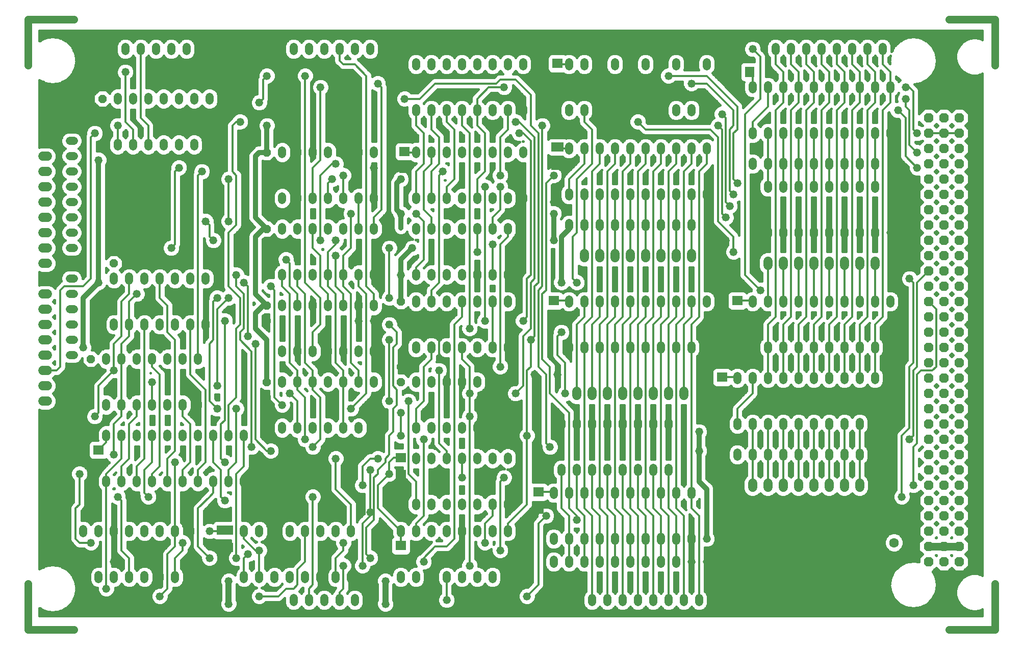
<source format=gbl>
G75*
G70*
%OFA0B0*%
%FSLAX24Y24*%
%IPPOS*%
%LPD*%
%AMOC8*
5,1,8,0,0,1.08239X$1,22.5*
%
%ADD10C,0.0520*%
%ADD11C,0.0500*%
%ADD12C,0.0630*%
%ADD13OC8,0.0630*%
%ADD14C,0.0594*%
%ADD15R,0.0709X0.0630*%
%ADD16R,0.0630X0.0709*%
%ADD17R,0.0787X0.0591*%
%ADD18R,0.1063X0.0630*%
%ADD19OC8,0.0520*%
%ADD20C,0.0160*%
%ADD21C,0.0520*%
%ADD22C,0.0320*%
%ADD23C,0.0120*%
%ADD24C,0.0480*%
%ADD25C,0.0400*%
D10*
X008598Y010490D02*
X008598Y010750D01*
X009598Y010750D02*
X009598Y010490D01*
X010598Y010490D02*
X010598Y010750D01*
X011598Y010750D02*
X011598Y010490D01*
X012598Y010490D02*
X012598Y010750D01*
X013598Y010750D02*
X013598Y010490D01*
X014598Y010490D02*
X014598Y010750D01*
X015598Y010750D02*
X015598Y010490D01*
X015598Y013490D02*
X015598Y013750D01*
X014598Y013750D02*
X014598Y013490D01*
X013598Y013490D02*
X013598Y013750D01*
X012598Y013750D02*
X012598Y013490D01*
X011598Y013490D02*
X011598Y013750D01*
X010598Y013750D02*
X010598Y013490D01*
X009598Y013490D02*
X009598Y013750D01*
X008598Y013750D02*
X008598Y013490D01*
X010098Y016740D02*
X010098Y017000D01*
X011098Y017000D02*
X011098Y016740D01*
X012098Y016740D02*
X012098Y017000D01*
X013098Y017000D02*
X013098Y016740D01*
X014098Y016740D02*
X014098Y017000D01*
X015098Y017000D02*
X015098Y016740D01*
X016098Y016740D02*
X016098Y017000D01*
X017098Y017000D02*
X017098Y016740D01*
X018098Y016740D02*
X018098Y017000D01*
X019098Y017000D02*
X019098Y016740D01*
X019098Y013750D02*
X019098Y013490D01*
X020098Y013490D02*
X020098Y013750D01*
X021098Y013750D02*
X021098Y013490D01*
X022098Y013490D02*
X022098Y013750D01*
X023098Y013750D02*
X023098Y013490D01*
X024098Y013490D02*
X024098Y013750D01*
X025098Y013750D02*
X025098Y013490D01*
X026098Y013490D02*
X026098Y013750D01*
X029348Y013750D02*
X029348Y013490D01*
X030348Y013490D02*
X030348Y013750D01*
X031348Y013750D02*
X031348Y013490D01*
X032348Y013490D02*
X032348Y013750D01*
X033348Y013750D02*
X033348Y013490D01*
X034348Y013490D02*
X034348Y013750D01*
X035348Y013750D02*
X035348Y013490D01*
X036348Y013490D02*
X036348Y013750D01*
X036348Y015240D02*
X036348Y015500D01*
X035348Y015500D02*
X035348Y015240D01*
X034348Y015240D02*
X034348Y015500D01*
X033348Y015500D02*
X033348Y015240D01*
X032348Y015240D02*
X032348Y015500D01*
X031348Y015500D02*
X031348Y015240D01*
X030348Y015240D02*
X030348Y015500D01*
X030348Y018240D02*
X030348Y018500D01*
X031348Y018500D02*
X031348Y018240D01*
X032348Y018240D02*
X032348Y018500D01*
X033348Y018500D02*
X033348Y018240D01*
X034348Y018240D02*
X034348Y018500D01*
X035348Y018500D02*
X035348Y018240D01*
X036348Y018240D02*
X036348Y018500D01*
X036348Y020240D02*
X036348Y020500D01*
X035348Y020500D02*
X035348Y020240D01*
X034348Y020240D02*
X034348Y020500D01*
X033348Y020500D02*
X033348Y020240D01*
X032348Y020240D02*
X032348Y020500D01*
X031348Y020500D02*
X031348Y020240D01*
X030348Y020240D02*
X030348Y020500D01*
X027598Y020500D02*
X027598Y020240D01*
X026598Y020240D02*
X026598Y020500D01*
X025598Y020500D02*
X025598Y020240D01*
X024598Y020240D02*
X024598Y020500D01*
X023598Y020500D02*
X023598Y020240D01*
X022598Y020240D02*
X022598Y020500D01*
X021598Y020500D02*
X021598Y020240D01*
X019098Y020000D02*
X019098Y019740D01*
X018098Y019740D02*
X018098Y020000D01*
X017098Y020000D02*
X017098Y019740D01*
X016098Y019740D02*
X016098Y020000D01*
X015098Y020000D02*
X015098Y019740D01*
X014098Y019740D02*
X014098Y020000D01*
X013098Y020000D02*
X013098Y019740D01*
X012098Y019740D02*
X012098Y020000D01*
X011098Y020000D02*
X011098Y019740D01*
X010098Y019740D02*
X010098Y020000D01*
X010098Y021740D02*
X010098Y022000D01*
X011098Y022000D02*
X011098Y021740D01*
X012098Y021740D02*
X012098Y022000D01*
X013098Y022000D02*
X013098Y021740D01*
X014098Y021740D02*
X014098Y022000D01*
X015098Y022000D02*
X015098Y021740D01*
X016098Y021740D02*
X016098Y022000D01*
X016098Y024740D02*
X016098Y025000D01*
X015098Y025000D02*
X015098Y024740D01*
X014098Y024740D02*
X014098Y025000D01*
X013098Y025000D02*
X013098Y024740D01*
X012098Y024740D02*
X012098Y025000D01*
X011098Y025000D02*
X011098Y024740D01*
X010098Y024740D02*
X010098Y025000D01*
X010598Y026990D02*
X010598Y027250D01*
X011598Y027250D02*
X011598Y026990D01*
X012598Y026990D02*
X012598Y027250D01*
X013598Y027250D02*
X013598Y026990D01*
X014598Y026990D02*
X014598Y027250D01*
X015598Y027250D02*
X015598Y026990D01*
X016598Y026990D02*
X016598Y027250D01*
X016598Y029990D02*
X016598Y030250D01*
X015598Y030250D02*
X015598Y029990D01*
X014598Y029990D02*
X014598Y030250D01*
X013598Y030250D02*
X013598Y029990D01*
X012598Y029990D02*
X012598Y030250D01*
X011598Y030250D02*
X011598Y029990D01*
X010598Y029990D02*
X010598Y030250D01*
X007978Y030120D02*
X007718Y030120D01*
X007718Y029120D02*
X007978Y029120D01*
X007978Y028120D02*
X007718Y028120D01*
X007718Y027120D02*
X007978Y027120D01*
X007978Y026120D02*
X007718Y026120D01*
X007718Y025120D02*
X007978Y025120D01*
X007978Y032120D02*
X007718Y032120D01*
X007718Y033120D02*
X007978Y033120D01*
X007978Y034120D02*
X007718Y034120D01*
X007718Y035120D02*
X007978Y035120D01*
X007978Y036120D02*
X007718Y036120D01*
X007718Y037120D02*
X007978Y037120D01*
X007978Y038120D02*
X007718Y038120D01*
X007718Y039120D02*
X007978Y039120D01*
X010848Y039000D02*
X010848Y038740D01*
X011848Y038740D02*
X011848Y039000D01*
X012848Y039000D02*
X012848Y038740D01*
X013848Y038740D02*
X013848Y039000D01*
X014848Y039000D02*
X014848Y038740D01*
X015848Y038740D02*
X015848Y039000D01*
X016848Y039000D02*
X016848Y038740D01*
X016848Y041740D02*
X016848Y042000D01*
X015848Y042000D02*
X015848Y041740D01*
X014848Y041740D02*
X014848Y042000D01*
X013848Y042000D02*
X013848Y041740D01*
X012848Y041740D02*
X012848Y042000D01*
X011848Y042000D02*
X011848Y041740D01*
X010848Y041740D02*
X010848Y042000D01*
X011348Y044990D02*
X011348Y045250D01*
X012348Y045250D02*
X012348Y044990D01*
X013348Y044990D02*
X013348Y045250D01*
X014348Y045250D02*
X014348Y044990D01*
X015348Y044990D02*
X015348Y045250D01*
X016348Y045250D02*
X016348Y044990D01*
X022348Y044990D02*
X022348Y045250D01*
X023348Y045250D02*
X023348Y044990D01*
X024348Y044990D02*
X024348Y045250D01*
X025348Y045250D02*
X025348Y044990D01*
X026348Y044990D02*
X026348Y045250D01*
X027348Y045250D02*
X027348Y044990D01*
X030348Y044250D02*
X030348Y043990D01*
X031348Y043990D02*
X031348Y044250D01*
X032348Y044250D02*
X032348Y043990D01*
X033348Y043990D02*
X033348Y044250D01*
X034348Y044250D02*
X034348Y043990D01*
X035348Y043990D02*
X035348Y044250D01*
X036348Y044250D02*
X036348Y043990D01*
X037348Y043990D02*
X037348Y044250D01*
X040348Y044250D02*
X040348Y043990D01*
X041348Y043990D02*
X041348Y044250D01*
X042348Y044250D02*
X042348Y043990D01*
X043348Y043990D02*
X043348Y044250D01*
X044348Y044250D02*
X044348Y043990D01*
X045348Y043990D02*
X045348Y044250D01*
X046348Y044250D02*
X046348Y043990D01*
X047348Y043990D02*
X047348Y044250D01*
X048348Y044250D02*
X048348Y043990D01*
X049348Y043990D02*
X049348Y044250D01*
X052348Y042750D02*
X052348Y042490D01*
X053348Y042490D02*
X053348Y042750D01*
X054348Y042750D02*
X054348Y042490D01*
X055348Y042490D02*
X055348Y042750D01*
X056348Y042750D02*
X056348Y042490D01*
X057348Y042490D02*
X057348Y042750D01*
X058348Y042750D02*
X058348Y042490D01*
X059348Y042490D02*
X059348Y042750D01*
X060348Y042750D02*
X060348Y042490D01*
X061348Y042490D02*
X061348Y042750D01*
X060848Y044990D02*
X060848Y045250D01*
X059848Y045250D02*
X059848Y044990D01*
X058848Y044990D02*
X058848Y045250D01*
X057848Y045250D02*
X057848Y044990D01*
X056848Y044990D02*
X056848Y045250D01*
X055848Y045250D02*
X055848Y044990D01*
X054848Y044990D02*
X054848Y045250D01*
X053848Y045250D02*
X053848Y044990D01*
X049348Y041250D02*
X049348Y040990D01*
X048348Y040990D02*
X048348Y041250D01*
X047348Y041250D02*
X047348Y040990D01*
X046348Y040990D02*
X046348Y041250D01*
X045348Y041250D02*
X045348Y040990D01*
X044348Y040990D02*
X044348Y041250D01*
X043348Y041250D02*
X043348Y040990D01*
X042348Y040990D02*
X042348Y041250D01*
X041348Y041250D02*
X041348Y040990D01*
X040348Y040990D02*
X040348Y041250D01*
X037348Y041250D02*
X037348Y040990D01*
X036348Y040990D02*
X036348Y041250D01*
X035348Y041250D02*
X035348Y040990D01*
X034348Y040990D02*
X034348Y041250D01*
X033348Y041250D02*
X033348Y040990D01*
X032348Y040990D02*
X032348Y041250D01*
X031348Y041250D02*
X031348Y040990D01*
X030348Y040990D02*
X030348Y041250D01*
X030348Y038500D02*
X030348Y038240D01*
X031348Y038240D02*
X031348Y038500D01*
X032348Y038500D02*
X032348Y038240D01*
X033348Y038240D02*
X033348Y038500D01*
X034348Y038500D02*
X034348Y038240D01*
X035348Y038240D02*
X035348Y038500D01*
X036348Y038500D02*
X036348Y038240D01*
X037348Y038240D02*
X037348Y038500D01*
X040348Y038490D02*
X040348Y038750D01*
X041348Y038750D02*
X041348Y038490D01*
X042348Y038490D02*
X042348Y038750D01*
X043348Y038750D02*
X043348Y038490D01*
X044348Y038490D02*
X044348Y038750D01*
X045348Y038750D02*
X045348Y038490D01*
X046348Y038490D02*
X046348Y038750D01*
X047348Y038750D02*
X047348Y038490D01*
X048348Y038490D02*
X048348Y038750D01*
X049348Y038750D02*
X049348Y038490D01*
X052348Y037750D02*
X052348Y037490D01*
X053348Y037490D02*
X053348Y037750D01*
X054348Y037750D02*
X054348Y037490D01*
X055348Y037490D02*
X055348Y037750D01*
X056348Y037750D02*
X056348Y037490D01*
X057348Y037490D02*
X057348Y037750D01*
X058348Y037750D02*
X058348Y037490D01*
X059348Y037490D02*
X059348Y037750D01*
X060348Y037750D02*
X060348Y037490D01*
X060348Y036250D02*
X060348Y035990D01*
X059348Y035990D02*
X059348Y036250D01*
X058348Y036250D02*
X058348Y035990D01*
X057348Y035990D02*
X057348Y036250D01*
X056348Y036250D02*
X056348Y035990D01*
X055348Y035990D02*
X055348Y036250D01*
X054348Y036250D02*
X054348Y035990D01*
X053348Y035990D02*
X053348Y036250D01*
X053348Y033250D02*
X053348Y032990D01*
X054348Y032990D02*
X054348Y033250D01*
X055348Y033250D02*
X055348Y032990D01*
X056348Y032990D02*
X056348Y033250D01*
X057348Y033250D02*
X057348Y032990D01*
X058348Y032990D02*
X058348Y033250D01*
X059348Y033250D02*
X059348Y032990D01*
X060348Y032990D02*
X060348Y033250D01*
X060348Y028750D02*
X060348Y028490D01*
X061348Y028490D02*
X061348Y028750D01*
X059348Y028750D02*
X059348Y028490D01*
X058348Y028490D02*
X058348Y028750D01*
X057348Y028750D02*
X057348Y028490D01*
X056348Y028490D02*
X056348Y028750D01*
X055348Y028750D02*
X055348Y028490D01*
X054348Y028490D02*
X054348Y028750D01*
X053348Y028750D02*
X053348Y028490D01*
X052348Y028490D02*
X052348Y028750D01*
X049348Y028750D02*
X049348Y028490D01*
X048348Y028490D02*
X048348Y028750D01*
X047348Y028750D02*
X047348Y028490D01*
X046348Y028490D02*
X046348Y028750D01*
X045348Y028750D02*
X045348Y028490D01*
X044348Y028490D02*
X044348Y028750D01*
X043348Y028750D02*
X043348Y028490D01*
X042348Y028490D02*
X042348Y028750D01*
X041348Y028750D02*
X041348Y028490D01*
X040348Y028490D02*
X040348Y028750D01*
X036348Y028750D02*
X036348Y028490D01*
X035348Y028490D02*
X035348Y028750D01*
X034348Y028750D02*
X034348Y028490D01*
X033348Y028490D02*
X033348Y028750D01*
X032348Y028750D02*
X032348Y028490D01*
X031348Y028490D02*
X031348Y028750D01*
X030348Y028750D02*
X030348Y028490D01*
X030348Y030240D02*
X030348Y030500D01*
X031348Y030500D02*
X031348Y030240D01*
X032348Y030240D02*
X032348Y030500D01*
X033348Y030500D02*
X033348Y030240D01*
X034348Y030240D02*
X034348Y030500D01*
X035348Y030500D02*
X035348Y030240D01*
X036348Y030240D02*
X036348Y030500D01*
X036348Y033240D02*
X036348Y033500D01*
X035348Y033500D02*
X035348Y033240D01*
X034348Y033240D02*
X034348Y033500D01*
X033348Y033500D02*
X033348Y033240D01*
X032348Y033240D02*
X032348Y033500D01*
X031348Y033500D02*
X031348Y033240D01*
X030348Y033240D02*
X030348Y033500D01*
X030348Y035240D02*
X030348Y035500D01*
X031348Y035500D02*
X031348Y035240D01*
X032348Y035240D02*
X032348Y035500D01*
X033348Y035500D02*
X033348Y035240D01*
X034348Y035240D02*
X034348Y035500D01*
X035348Y035500D02*
X035348Y035240D01*
X036348Y035240D02*
X036348Y035500D01*
X037348Y035500D02*
X037348Y035240D01*
X040348Y035490D02*
X040348Y035750D01*
X041348Y035750D02*
X041348Y035490D01*
X042348Y035490D02*
X042348Y035750D01*
X043348Y035750D02*
X043348Y035490D01*
X044348Y035490D02*
X044348Y035750D01*
X045348Y035750D02*
X045348Y035490D01*
X046348Y035490D02*
X046348Y035750D01*
X047348Y035750D02*
X047348Y035490D01*
X048348Y035490D02*
X048348Y035750D01*
X049348Y035750D02*
X049348Y035490D01*
X048348Y033750D02*
X048348Y033490D01*
X047348Y033490D02*
X047348Y033750D01*
X046348Y033750D02*
X046348Y033490D01*
X045348Y033490D02*
X045348Y033750D01*
X044348Y033750D02*
X044348Y033490D01*
X043348Y033490D02*
X043348Y033750D01*
X042348Y033750D02*
X042348Y033490D01*
X041348Y033490D02*
X041348Y033750D01*
X040348Y033750D02*
X040348Y033490D01*
X040348Y025750D02*
X040348Y025490D01*
X041348Y025490D02*
X041348Y025750D01*
X042348Y025750D02*
X042348Y025490D01*
X043348Y025490D02*
X043348Y025750D01*
X044348Y025750D02*
X044348Y025490D01*
X045348Y025490D02*
X045348Y025750D01*
X046348Y025750D02*
X046348Y025490D01*
X047348Y025490D02*
X047348Y025750D01*
X048348Y025750D02*
X048348Y025490D01*
X049348Y025490D02*
X049348Y025750D01*
X051348Y023750D02*
X051348Y023490D01*
X052348Y023490D02*
X052348Y023750D01*
X053348Y023750D02*
X053348Y023490D01*
X054348Y023490D02*
X054348Y023750D01*
X055348Y023750D02*
X055348Y023490D01*
X056348Y023490D02*
X056348Y023750D01*
X057348Y023750D02*
X057348Y023490D01*
X058348Y023490D02*
X058348Y023750D01*
X059348Y023750D02*
X059348Y023490D01*
X060348Y023490D02*
X060348Y023750D01*
X060348Y025490D02*
X060348Y025750D01*
X061348Y025750D02*
X061348Y025490D01*
X059348Y025490D02*
X059348Y025750D01*
X058348Y025750D02*
X058348Y025490D01*
X057348Y025490D02*
X057348Y025750D01*
X056348Y025750D02*
X056348Y025490D01*
X055348Y025490D02*
X055348Y025750D01*
X054348Y025750D02*
X054348Y025490D01*
X053348Y025490D02*
X053348Y025750D01*
X052348Y025750D02*
X052348Y025490D01*
X052348Y020750D02*
X052348Y020490D01*
X051348Y020490D02*
X051348Y020750D01*
X053348Y020750D02*
X053348Y020490D01*
X054348Y020490D02*
X054348Y020750D01*
X055348Y020750D02*
X055348Y020490D01*
X056348Y020490D02*
X056348Y020750D01*
X057348Y020750D02*
X057348Y020490D01*
X058348Y020490D02*
X058348Y020750D01*
X059348Y020750D02*
X059348Y020490D01*
X060348Y020490D02*
X060348Y020750D01*
X059348Y018750D02*
X059348Y018490D01*
X058348Y018490D02*
X058348Y018750D01*
X057348Y018750D02*
X057348Y018490D01*
X056348Y018490D02*
X056348Y018750D01*
X055348Y018750D02*
X055348Y018490D01*
X054348Y018490D02*
X054348Y018750D01*
X053348Y018750D02*
X053348Y018490D01*
X052348Y018490D02*
X052348Y018750D01*
X051348Y018750D02*
X051348Y018490D01*
X048348Y016250D02*
X048348Y015990D01*
X047348Y015990D02*
X047348Y016250D01*
X046348Y016250D02*
X046348Y015990D01*
X045348Y015990D02*
X045348Y016250D01*
X044348Y016250D02*
X044348Y015990D01*
X043348Y015990D02*
X043348Y016250D01*
X042348Y016250D02*
X042348Y015990D01*
X041348Y015990D02*
X041348Y016250D01*
X040348Y016250D02*
X040348Y015990D01*
X039348Y015990D02*
X039348Y016250D01*
X039848Y017490D02*
X039848Y017750D01*
X040848Y017750D02*
X040848Y017490D01*
X041848Y017490D02*
X041848Y017750D01*
X042848Y017750D02*
X042848Y017490D01*
X043848Y017490D02*
X043848Y017750D01*
X044848Y017750D02*
X044848Y017490D01*
X045848Y017490D02*
X045848Y017750D01*
X046848Y017750D02*
X046848Y017490D01*
X046848Y020490D02*
X046848Y020750D01*
X045848Y020750D02*
X045848Y020490D01*
X044848Y020490D02*
X044848Y020750D01*
X043848Y020750D02*
X043848Y020490D01*
X042848Y020490D02*
X042848Y020750D01*
X041848Y020750D02*
X041848Y020490D01*
X040848Y020490D02*
X040848Y020750D01*
X039848Y020750D02*
X039848Y020490D01*
X036348Y023240D02*
X036348Y023500D01*
X035348Y023500D02*
X035348Y023240D01*
X034348Y023240D02*
X034348Y023500D01*
X033348Y023500D02*
X033348Y023240D01*
X032348Y023240D02*
X032348Y023500D01*
X031348Y023500D02*
X031348Y023240D01*
X030348Y023240D02*
X030348Y023500D01*
X030348Y025490D02*
X030348Y025750D01*
X031348Y025750D02*
X031348Y025490D01*
X032348Y025490D02*
X032348Y025750D01*
X033348Y025750D02*
X033348Y025490D01*
X034348Y025490D02*
X034348Y025750D01*
X035348Y025750D02*
X035348Y025490D01*
X036348Y025490D02*
X036348Y025750D01*
X027598Y025500D02*
X027598Y025240D01*
X026598Y025240D02*
X026598Y025500D01*
X025598Y025500D02*
X025598Y025240D01*
X024598Y025240D02*
X024598Y025500D01*
X023598Y025500D02*
X023598Y025240D01*
X022598Y025240D02*
X022598Y025500D01*
X021598Y025500D02*
X021598Y025240D01*
X021598Y023500D02*
X021598Y023240D01*
X022598Y023240D02*
X022598Y023500D01*
X023598Y023500D02*
X023598Y023240D01*
X024598Y023240D02*
X024598Y023500D01*
X025598Y023500D02*
X025598Y023240D01*
X026598Y023240D02*
X026598Y023500D01*
X027598Y023500D02*
X027598Y023240D01*
X027598Y028240D02*
X027598Y028500D01*
X026598Y028500D02*
X026598Y028240D01*
X025598Y028240D02*
X025598Y028500D01*
X024598Y028500D02*
X024598Y028240D01*
X023598Y028240D02*
X023598Y028500D01*
X022598Y028500D02*
X022598Y028240D01*
X021598Y028240D02*
X021598Y028500D01*
X021598Y030240D02*
X021598Y030500D01*
X022598Y030500D02*
X022598Y030240D01*
X023598Y030240D02*
X023598Y030500D01*
X024598Y030500D02*
X024598Y030240D01*
X025598Y030240D02*
X025598Y030500D01*
X026598Y030500D02*
X026598Y030240D01*
X027598Y030240D02*
X027598Y030500D01*
X027598Y033240D02*
X027598Y033500D01*
X026598Y033500D02*
X026598Y033240D01*
X025598Y033240D02*
X025598Y033500D01*
X024598Y033500D02*
X024598Y033240D01*
X023598Y033240D02*
X023598Y033500D01*
X022598Y033500D02*
X022598Y033240D01*
X021598Y033240D02*
X021598Y033500D01*
X021598Y035240D02*
X021598Y035500D01*
X022598Y035500D02*
X022598Y035240D01*
X023598Y035240D02*
X023598Y035500D01*
X024598Y035500D02*
X024598Y035240D01*
X025598Y035240D02*
X025598Y035500D01*
X026598Y035500D02*
X026598Y035240D01*
X027598Y035240D02*
X027598Y035500D01*
X027598Y038240D02*
X027598Y038500D01*
X026598Y038500D02*
X026598Y038240D01*
X025598Y038240D02*
X025598Y038500D01*
X024598Y038500D02*
X024598Y038240D01*
X023598Y038240D02*
X023598Y038500D01*
X022598Y038500D02*
X022598Y038240D01*
X021598Y038240D02*
X021598Y038500D01*
X052348Y039490D02*
X052348Y039750D01*
X053348Y039750D02*
X053348Y039490D01*
X054348Y039490D02*
X054348Y039750D01*
X055348Y039750D02*
X055348Y039490D01*
X056348Y039490D02*
X056348Y039750D01*
X057348Y039750D02*
X057348Y039490D01*
X058348Y039490D02*
X058348Y039750D01*
X059348Y039750D02*
X059348Y039490D01*
X060348Y039490D02*
X060348Y039750D01*
X061348Y039750D02*
X061348Y039490D01*
X048348Y013250D02*
X048348Y012990D01*
X047348Y012990D02*
X047348Y013250D01*
X046348Y013250D02*
X046348Y012990D01*
X045348Y012990D02*
X045348Y013250D01*
X044348Y013250D02*
X044348Y012990D01*
X043348Y012990D02*
X043348Y013250D01*
X042348Y013250D02*
X042348Y012990D01*
X041348Y012990D02*
X041348Y013250D01*
X040348Y013250D02*
X040348Y012990D01*
X039348Y012990D02*
X039348Y013250D01*
X039348Y011750D02*
X039348Y011490D01*
X040348Y011490D02*
X040348Y011750D01*
X041348Y011750D02*
X041348Y011490D01*
X042348Y011490D02*
X042348Y011750D01*
X043348Y011750D02*
X043348Y011490D01*
X044348Y011490D02*
X044348Y011750D01*
X045348Y011750D02*
X045348Y011490D01*
X046348Y011490D02*
X046348Y011750D01*
X047348Y011750D02*
X047348Y011490D01*
X047848Y009250D02*
X047848Y008990D01*
X048848Y008990D02*
X048848Y009250D01*
X046848Y009250D02*
X046848Y008990D01*
X045848Y008990D02*
X045848Y009250D01*
X044848Y009250D02*
X044848Y008990D01*
X043848Y008990D02*
X043848Y009250D01*
X042848Y009250D02*
X042848Y008990D01*
X041848Y008990D02*
X041848Y009250D01*
X036348Y010490D02*
X036348Y010750D01*
X035348Y010750D02*
X035348Y010490D01*
X034348Y010490D02*
X034348Y010750D01*
X033348Y010750D02*
X033348Y010490D01*
X032348Y010490D02*
X032348Y010750D01*
X031348Y010750D02*
X031348Y010490D01*
X030348Y010490D02*
X030348Y010750D01*
X029348Y010750D02*
X029348Y010490D01*
X027348Y009250D02*
X027348Y008990D01*
X026348Y008990D02*
X026348Y009250D01*
X025348Y009250D02*
X025348Y008990D01*
X024348Y008990D02*
X024348Y009250D01*
X023348Y009250D02*
X023348Y008990D01*
X022348Y008990D02*
X022348Y009250D01*
X022098Y010490D02*
X022098Y010750D01*
X023098Y010750D02*
X023098Y010490D01*
X024098Y010490D02*
X024098Y010750D01*
X025098Y010750D02*
X025098Y010490D01*
X026098Y010490D02*
X026098Y010750D01*
X021098Y010750D02*
X021098Y010490D01*
X020098Y010490D02*
X020098Y010750D01*
X019098Y010750D02*
X019098Y010490D01*
D11*
X007998Y007180D02*
X004998Y007180D01*
X004998Y010180D01*
X004998Y044060D02*
X004998Y047060D01*
X007998Y047060D01*
X063848Y012620D02*
X064848Y012620D01*
X065848Y012620D01*
X068198Y010180D02*
X068198Y007180D01*
X065198Y007180D01*
X068198Y044060D02*
X068198Y047060D01*
X065198Y047060D01*
D12*
X065848Y042620D03*
X061598Y012870D03*
D13*
X060598Y012870D03*
X063848Y012620D03*
X063848Y013620D03*
X063848Y014620D03*
X063848Y015620D03*
X063848Y016620D03*
X063848Y017620D03*
X063848Y018620D03*
X063848Y019620D03*
X063848Y020620D03*
X063848Y021620D03*
X063848Y022620D03*
X063848Y023620D03*
X063848Y024620D03*
X063848Y025620D03*
X063848Y026620D03*
X063848Y027620D03*
X063848Y028620D03*
X063848Y029620D03*
X063848Y030620D03*
X063848Y031620D03*
X063848Y032620D03*
X063848Y033620D03*
X063848Y034620D03*
X063848Y035620D03*
X063848Y036620D03*
X063848Y037620D03*
X063848Y038620D03*
X063848Y039620D03*
X063848Y040620D03*
X063848Y041620D03*
X063848Y042620D03*
X064848Y042620D03*
X064848Y041620D03*
X065848Y041620D03*
X065848Y040620D03*
X064848Y040620D03*
X064848Y039620D03*
X065848Y039620D03*
X065848Y038620D03*
X064848Y038620D03*
X064848Y037620D03*
X065848Y037620D03*
X065848Y036620D03*
X064848Y036620D03*
X064848Y035620D03*
X065848Y035620D03*
X065848Y034620D03*
X064848Y034620D03*
X064848Y033620D03*
X065848Y033620D03*
X065848Y032620D03*
X064848Y032620D03*
X064848Y031620D03*
X065848Y031620D03*
X065848Y030620D03*
X064848Y030620D03*
X064848Y029620D03*
X065848Y029620D03*
X065848Y028620D03*
X064848Y028620D03*
X064848Y027620D03*
X065848Y027620D03*
X065848Y026620D03*
X064848Y026620D03*
X064848Y025620D03*
X065848Y025620D03*
X065848Y024620D03*
X064848Y024620D03*
X064848Y023620D03*
X065848Y023620D03*
X065848Y022620D03*
X064848Y022620D03*
X064848Y021620D03*
X065848Y021620D03*
X065848Y020620D03*
X064848Y020620D03*
X064848Y019620D03*
X065848Y019620D03*
X065848Y018620D03*
X064848Y018620D03*
X064848Y017620D03*
X065848Y017620D03*
X065848Y016620D03*
X064848Y016620D03*
X064848Y015620D03*
X065848Y015620D03*
X065848Y014620D03*
X064848Y014620D03*
X064848Y013620D03*
X065848Y013620D03*
X065848Y012620D03*
X064848Y012620D03*
X064848Y011620D03*
X065848Y011620D03*
X063848Y011620D03*
D14*
X059348Y016471D02*
X059348Y016768D01*
X058348Y016768D02*
X058348Y016471D01*
X057348Y016471D02*
X057348Y016768D01*
X056348Y016768D02*
X056348Y016471D01*
X055348Y016471D02*
X055348Y016768D01*
X054348Y016768D02*
X054348Y016471D01*
X053348Y016471D02*
X053348Y016768D01*
X052348Y016768D02*
X052348Y016471D01*
X047848Y022471D02*
X047848Y022768D01*
X046848Y022768D02*
X046848Y022471D01*
X045848Y022471D02*
X045848Y022768D01*
X044848Y022768D02*
X044848Y022471D01*
X043848Y022471D02*
X043848Y022768D01*
X042848Y022768D02*
X042848Y022471D01*
X041848Y022471D02*
X041848Y022768D01*
X040848Y022768D02*
X040848Y022471D01*
X041348Y031471D02*
X041348Y031768D01*
X042348Y031768D02*
X042348Y031471D01*
X043348Y031471D02*
X043348Y031768D01*
X044348Y031768D02*
X044348Y031471D01*
X045348Y031471D02*
X045348Y031768D01*
X046348Y031768D02*
X046348Y031471D01*
X047348Y031471D02*
X047348Y031768D01*
X048348Y031768D02*
X048348Y031471D01*
X053348Y031268D02*
X053348Y030971D01*
X054348Y030971D02*
X054348Y031268D01*
X055348Y031268D02*
X055348Y030971D01*
X056348Y030971D02*
X056348Y031268D01*
X057348Y031268D02*
X057348Y030971D01*
X058348Y030971D02*
X058348Y031268D01*
X059348Y031268D02*
X059348Y030971D01*
X060348Y030971D02*
X060348Y031268D01*
X006246Y031120D02*
X005949Y031120D01*
X005949Y032120D02*
X006246Y032120D01*
X006246Y033120D02*
X005949Y033120D01*
X005949Y034120D02*
X006246Y034120D01*
X006246Y035120D02*
X005949Y035120D01*
X005949Y036120D02*
X006246Y036120D01*
X006246Y037120D02*
X005949Y037120D01*
X005949Y038120D02*
X006246Y038120D01*
X006246Y029120D02*
X005949Y029120D01*
X005949Y028120D02*
X006246Y028120D01*
X006246Y027120D02*
X005949Y027120D01*
X005949Y026120D02*
X006246Y026120D01*
X006246Y025120D02*
X005949Y025120D01*
X005949Y024120D02*
X006246Y024120D01*
X006246Y023120D02*
X005949Y023120D01*
X005949Y022120D02*
X006246Y022120D01*
D15*
X009598Y018921D03*
X009598Y017818D03*
X029348Y017318D03*
X029348Y018421D03*
X029348Y012671D03*
X029348Y011568D03*
X038348Y015068D03*
X038348Y016171D03*
X050348Y022568D03*
X050348Y023671D03*
X051348Y027568D03*
X051348Y028671D03*
X039348Y028671D03*
X039348Y027568D03*
X029598Y037318D03*
X029598Y038421D03*
X039598Y043068D03*
X039598Y044171D03*
D16*
X051047Y043620D03*
X052149Y043620D03*
D17*
X039598Y038710D03*
X039598Y037529D03*
D18*
X017848Y013671D03*
X017848Y012568D03*
D19*
X020598Y022370D03*
X020598Y023370D03*
X020598Y027370D03*
X020598Y028370D03*
X020598Y032370D03*
X020598Y033370D03*
X020598Y037370D03*
X020598Y038370D03*
X011598Y031120D03*
X010598Y031120D03*
X009098Y024870D03*
X009098Y023870D03*
X029348Y024370D03*
X029348Y023370D03*
X029348Y027620D03*
X029348Y028620D03*
X009848Y040870D03*
X009848Y041870D03*
D20*
X009268Y041865D02*
X005728Y041865D01*
X005728Y042023D02*
X009268Y042023D01*
X009268Y042110D02*
X009268Y041629D01*
X009608Y041290D01*
X010088Y041290D01*
X010313Y041515D01*
X010356Y041411D01*
X010519Y041248D01*
X010732Y041160D01*
X010963Y041160D01*
X010968Y041161D01*
X010968Y040698D01*
X010963Y040699D01*
X010732Y040699D01*
X010519Y040611D01*
X010356Y040448D01*
X010268Y040235D01*
X010268Y040004D01*
X010356Y039791D01*
X010468Y039679D01*
X010468Y039440D01*
X010356Y039328D01*
X010268Y039115D01*
X010268Y038624D01*
X010356Y038411D01*
X010519Y038248D01*
X010732Y038160D01*
X010963Y038160D01*
X011176Y038248D01*
X011340Y038411D01*
X011348Y038431D01*
X011356Y038411D01*
X011519Y038248D01*
X011732Y038160D01*
X011963Y038160D01*
X012176Y038248D01*
X012340Y038411D01*
X012348Y038431D01*
X012356Y038411D01*
X012519Y038248D01*
X012732Y038160D01*
X012963Y038160D01*
X013176Y038248D01*
X013340Y038411D01*
X013348Y038431D01*
X013356Y038411D01*
X013519Y038248D01*
X013732Y038160D01*
X013963Y038160D01*
X014176Y038248D01*
X014340Y038411D01*
X014348Y038431D01*
X014356Y038411D01*
X014519Y038248D01*
X014732Y038160D01*
X014963Y038160D01*
X015176Y038248D01*
X015340Y038411D01*
X015348Y038431D01*
X015356Y038411D01*
X015519Y038248D01*
X015732Y038160D01*
X015963Y038160D01*
X016176Y038248D01*
X016340Y038411D01*
X016428Y038624D01*
X016428Y039115D01*
X016340Y039328D01*
X016176Y039491D01*
X015963Y039579D01*
X015732Y039579D01*
X015519Y039491D01*
X015356Y039328D01*
X015348Y039308D01*
X015340Y039328D01*
X015176Y039491D01*
X014963Y039579D01*
X014732Y039579D01*
X014519Y039491D01*
X014356Y039328D01*
X014348Y039308D01*
X014340Y039328D01*
X014176Y039491D01*
X013963Y039579D01*
X013732Y039579D01*
X013519Y039491D01*
X013356Y039328D01*
X013348Y039308D01*
X013340Y039328D01*
X013228Y039440D01*
X013228Y040195D01*
X013170Y040335D01*
X013063Y040442D01*
X012728Y040777D01*
X012728Y041161D01*
X012732Y041160D01*
X012963Y041160D01*
X013176Y041248D01*
X013340Y041411D01*
X013348Y041431D01*
X013356Y041411D01*
X013519Y041248D01*
X013732Y041160D01*
X013963Y041160D01*
X014176Y041248D01*
X014340Y041411D01*
X014348Y041431D01*
X014356Y041411D01*
X014519Y041248D01*
X014732Y041160D01*
X014963Y041160D01*
X015176Y041248D01*
X015340Y041411D01*
X015348Y041431D01*
X015356Y041411D01*
X015519Y041248D01*
X015732Y041160D01*
X015963Y041160D01*
X016176Y041248D01*
X016340Y041411D01*
X016348Y041431D01*
X016356Y041411D01*
X016519Y041248D01*
X016732Y041160D01*
X016963Y041160D01*
X017176Y041248D01*
X017340Y041411D01*
X017428Y041624D01*
X017428Y042115D01*
X017340Y042328D01*
X017176Y042491D01*
X016963Y042579D01*
X016732Y042579D01*
X016519Y042491D01*
X016356Y042328D01*
X016348Y042308D01*
X016340Y042328D01*
X016176Y042491D01*
X015963Y042579D01*
X015732Y042579D01*
X015519Y042491D01*
X015356Y042328D01*
X015348Y042308D01*
X015340Y042328D01*
X015176Y042491D01*
X014963Y042579D01*
X014732Y042579D01*
X014519Y042491D01*
X014356Y042328D01*
X014348Y042308D01*
X014340Y042328D01*
X014176Y042491D01*
X013963Y042579D01*
X013732Y042579D01*
X013519Y042491D01*
X013356Y042328D01*
X013348Y042308D01*
X013340Y042328D01*
X013176Y042491D01*
X012963Y042579D01*
X012732Y042579D01*
X012728Y042578D01*
X012728Y044549D01*
X012840Y044661D01*
X012848Y044681D01*
X012856Y044661D01*
X013019Y044498D01*
X013232Y044410D01*
X013463Y044410D01*
X013676Y044498D01*
X013840Y044661D01*
X013848Y044681D01*
X013856Y044661D01*
X014019Y044498D01*
X014232Y044410D01*
X014463Y044410D01*
X014676Y044498D01*
X014840Y044661D01*
X014848Y044681D01*
X014856Y044661D01*
X015019Y044498D01*
X015232Y044410D01*
X015463Y044410D01*
X015676Y044498D01*
X015840Y044661D01*
X015928Y044874D01*
X015928Y045365D01*
X015840Y045578D01*
X015676Y045741D01*
X015463Y045829D01*
X015232Y045829D01*
X015019Y045741D01*
X014856Y045578D01*
X014848Y045558D01*
X014840Y045578D01*
X014676Y045741D01*
X014463Y045829D01*
X014232Y045829D01*
X014019Y045741D01*
X013856Y045578D01*
X013848Y045558D01*
X013840Y045578D01*
X013676Y045741D01*
X013463Y045829D01*
X013232Y045829D01*
X013019Y045741D01*
X012856Y045578D01*
X012848Y045558D01*
X012840Y045578D01*
X012676Y045741D01*
X012463Y045829D01*
X012232Y045829D01*
X012019Y045741D01*
X011856Y045578D01*
X011848Y045558D01*
X011840Y045578D01*
X011676Y045741D01*
X011463Y045829D01*
X011232Y045829D01*
X011019Y045741D01*
X010856Y045578D01*
X010768Y045365D01*
X010768Y044874D01*
X010856Y044661D01*
X011019Y044498D01*
X011232Y044410D01*
X011463Y044410D01*
X011676Y044498D01*
X011840Y044661D01*
X011848Y044681D01*
X011856Y044661D01*
X011968Y044549D01*
X011968Y042578D01*
X011963Y042579D01*
X011732Y042579D01*
X011728Y042578D01*
X011728Y043179D01*
X011840Y043291D01*
X011928Y043504D01*
X011928Y043735D01*
X011840Y043948D01*
X011676Y044111D01*
X011463Y044199D01*
X011232Y044199D01*
X011019Y044111D01*
X010856Y043948D01*
X010768Y043735D01*
X010768Y043504D01*
X010856Y043291D01*
X010968Y043179D01*
X010968Y042578D01*
X010963Y042579D01*
X010732Y042579D01*
X010519Y042491D01*
X010356Y042328D01*
X010313Y042224D01*
X010088Y042449D01*
X009608Y042449D01*
X009268Y042110D01*
X009340Y042182D02*
X005728Y042182D01*
X005728Y042341D02*
X009499Y042341D01*
X010197Y042341D02*
X010369Y042341D01*
X010538Y042499D02*
X005728Y042499D01*
X005728Y042658D02*
X010968Y042658D01*
X010968Y042816D02*
X005728Y042816D01*
X005728Y042975D02*
X005974Y042975D01*
X006120Y042900D02*
X006598Y042825D01*
X007075Y042900D01*
X007506Y043120D01*
X007848Y043461D01*
X008067Y043892D01*
X008143Y044370D01*
X008067Y044847D01*
X007848Y045278D01*
X007506Y045619D01*
X007075Y045839D01*
X006598Y045914D01*
X006120Y045839D01*
X005728Y045639D01*
X005728Y046330D01*
X067360Y046330D01*
X067360Y045733D01*
X067319Y045756D01*
X067009Y045839D01*
X066687Y045839D01*
X066377Y045756D01*
X066099Y045596D01*
X065872Y045369D01*
X065711Y045090D01*
X065628Y044780D01*
X065628Y044459D01*
X065711Y044149D01*
X065872Y043870D01*
X066099Y043643D01*
X066377Y043483D01*
X066687Y043400D01*
X067009Y043400D01*
X067319Y043483D01*
X067360Y043506D01*
X067360Y010733D01*
X067319Y010756D01*
X067009Y010839D01*
X066687Y010839D01*
X066377Y010756D01*
X066099Y010596D01*
X065872Y010369D01*
X065711Y010090D01*
X065628Y009780D01*
X065628Y009459D01*
X065711Y009149D01*
X065872Y008870D01*
X066099Y008643D01*
X066377Y008483D01*
X066687Y008400D01*
X067009Y008400D01*
X067319Y008483D01*
X067360Y008506D01*
X067360Y008099D01*
X005728Y008099D01*
X005728Y008600D01*
X006120Y008400D01*
X006598Y008325D01*
X007075Y008400D01*
X007506Y008620D01*
X007848Y008961D01*
X008067Y009392D01*
X008143Y009870D01*
X008067Y010347D01*
X007848Y010778D01*
X007506Y011119D01*
X007075Y011339D01*
X006598Y011414D01*
X006120Y011339D01*
X005728Y011139D01*
X005728Y021544D01*
X005827Y021503D01*
X006369Y021503D01*
X006596Y021597D01*
X006769Y021770D01*
X006863Y021997D01*
X006863Y022242D01*
X006769Y022469D01*
X006619Y022620D01*
X006769Y022770D01*
X006863Y022997D01*
X006863Y023242D01*
X006769Y023469D01*
X006619Y023620D01*
X006739Y023740D01*
X006772Y023740D01*
X006923Y023740D01*
X007063Y023797D01*
X007313Y024047D01*
X007420Y024154D01*
X007478Y024294D01*
X007478Y024591D01*
X007602Y024540D01*
X008093Y024540D01*
X008306Y024628D01*
X008470Y024791D01*
X008518Y024908D01*
X008518Y024629D01*
X008858Y024290D01*
X009338Y024290D01*
X009563Y024515D01*
X009606Y024411D01*
X009769Y024248D01*
X009982Y024160D01*
X010018Y024160D01*
X010018Y024077D01*
X009276Y023335D01*
X009218Y023195D01*
X009218Y023044D01*
X009218Y021693D01*
X009019Y021611D01*
X008856Y021448D01*
X008768Y021235D01*
X008768Y021004D01*
X008856Y020791D01*
X009019Y020628D01*
X009232Y020540D01*
X009463Y020540D01*
X009676Y020628D01*
X009840Y020791D01*
X009928Y021004D01*
X009928Y021173D01*
X009931Y021181D01*
X009982Y021160D01*
X010213Y021160D01*
X010426Y021248D01*
X010590Y021411D01*
X010598Y021431D01*
X010606Y021411D01*
X010718Y021299D01*
X010718Y021277D01*
X010383Y020942D01*
X010276Y020835D01*
X010218Y020695D01*
X010218Y020578D01*
X010213Y020579D01*
X009982Y020579D01*
X009769Y020491D01*
X009606Y020328D01*
X009518Y020115D01*
X009518Y019624D01*
X009546Y019556D01*
X009180Y019556D01*
X009062Y019507D01*
X008972Y019417D01*
X008924Y019299D01*
X008924Y018542D01*
X008972Y018424D01*
X009062Y018334D01*
X009180Y018286D01*
X010016Y018286D01*
X010095Y018318D01*
X010106Y018291D01*
X010269Y018128D01*
X010304Y018113D01*
X009776Y017585D01*
X009718Y017445D01*
X009718Y017440D01*
X009606Y017328D01*
X009518Y017115D01*
X009518Y016624D01*
X009606Y016411D01*
X009718Y016299D01*
X009718Y014328D01*
X009713Y014329D01*
X009482Y014329D01*
X009269Y014241D01*
X009106Y014078D01*
X009098Y014058D01*
X009090Y014078D01*
X008926Y014241D01*
X008713Y014329D01*
X008482Y014329D01*
X008478Y014328D01*
X008478Y014962D01*
X008670Y015154D01*
X008728Y015294D01*
X008728Y015445D01*
X008728Y016929D01*
X008840Y017041D01*
X008928Y017254D01*
X008928Y017485D01*
X008840Y017698D01*
X008676Y017861D01*
X008463Y017949D01*
X008232Y017949D01*
X008019Y017861D01*
X007856Y017698D01*
X007768Y017485D01*
X007768Y017254D01*
X007856Y017041D01*
X007968Y016929D01*
X007968Y015527D01*
X007883Y015442D01*
X007776Y015335D01*
X007718Y015195D01*
X007718Y013195D01*
X007718Y013044D01*
X007776Y012904D01*
X008026Y012654D01*
X008133Y012547D01*
X008272Y012490D01*
X008658Y012490D01*
X008769Y012378D01*
X008982Y012290D01*
X009213Y012290D01*
X009426Y012378D01*
X009590Y012541D01*
X009678Y012754D01*
X009678Y012910D01*
X009713Y012910D01*
X009718Y012911D01*
X009718Y011328D01*
X009713Y011329D01*
X009482Y011329D01*
X009269Y011241D01*
X009106Y011078D01*
X009018Y010865D01*
X009018Y010374D01*
X009106Y010161D01*
X009269Y009998D01*
X009482Y009910D01*
X009518Y009910D01*
X009518Y009754D01*
X009606Y009541D01*
X009769Y009378D01*
X009982Y009290D01*
X010213Y009290D01*
X010426Y009378D01*
X010590Y009541D01*
X010678Y009754D01*
X010678Y009910D01*
X010713Y009910D01*
X010926Y009998D01*
X011270Y009998D01*
X011269Y009998D02*
X011482Y009910D01*
X011713Y009910D01*
X011926Y009998D01*
X012270Y009998D01*
X012269Y009998D02*
X012482Y009910D01*
X012713Y009910D01*
X012926Y009998D01*
X013689Y009998D01*
X013718Y010027D02*
X013640Y009949D01*
X013482Y009949D01*
X013269Y009861D01*
X013106Y009698D01*
X013018Y009485D01*
X013018Y009254D01*
X013106Y009041D01*
X013269Y008878D01*
X013482Y008790D01*
X013713Y008790D01*
X013926Y008878D01*
X014090Y009041D01*
X014178Y009254D01*
X014178Y009412D01*
X014420Y009654D01*
X014478Y009794D01*
X014478Y009911D01*
X014482Y009910D01*
X014713Y009910D01*
X014926Y009998D01*
X017578Y009998D01*
X017578Y010109D02*
X017578Y009130D01*
X017518Y008985D01*
X017518Y008754D01*
X017606Y008541D01*
X017769Y008378D01*
X017982Y008290D01*
X018213Y008290D01*
X018426Y008378D01*
X018590Y008541D01*
X018678Y008754D01*
X018678Y008985D01*
X018618Y009130D01*
X018618Y010109D01*
X018630Y010138D01*
X018769Y009998D01*
X018982Y009910D01*
X019213Y009910D01*
X019426Y009998D01*
X019770Y009998D01*
X019769Y009998D02*
X019934Y009930D01*
X019769Y009861D01*
X019606Y009698D01*
X019518Y009485D01*
X019518Y009254D01*
X019606Y009041D01*
X019769Y008878D01*
X019982Y008790D01*
X020213Y008790D01*
X020426Y008878D01*
X020538Y008990D01*
X021272Y008990D01*
X021423Y008990D01*
X021563Y009047D01*
X021768Y009252D01*
X021768Y008874D01*
X021856Y008661D01*
X022019Y008498D01*
X022232Y008410D01*
X022463Y008410D01*
X022676Y008498D01*
X022840Y008661D01*
X022848Y008681D01*
X022856Y008661D01*
X023019Y008498D01*
X023232Y008410D01*
X023463Y008410D01*
X023676Y008498D01*
X023840Y008661D01*
X023848Y008681D01*
X023856Y008661D01*
X024019Y008498D01*
X024232Y008410D01*
X024463Y008410D01*
X024676Y008498D01*
X024840Y008661D01*
X024848Y008681D01*
X024856Y008661D01*
X025019Y008498D01*
X025232Y008410D01*
X025463Y008410D01*
X025676Y008498D01*
X025840Y008661D01*
X025848Y008681D01*
X025856Y008661D01*
X026019Y008498D01*
X026232Y008410D01*
X026463Y008410D01*
X026676Y008498D01*
X026840Y008661D01*
X026928Y008874D01*
X026928Y009365D01*
X026840Y009578D01*
X026676Y009741D01*
X026463Y009829D01*
X026232Y009829D01*
X026019Y009741D01*
X025856Y009578D01*
X025848Y009558D01*
X025841Y009575D01*
X025920Y009654D01*
X025978Y009794D01*
X025978Y010929D01*
X026090Y011041D01*
X026178Y011254D01*
X026178Y011485D01*
X026090Y011698D01*
X025926Y011861D01*
X025715Y011949D01*
X025920Y012154D01*
X025978Y012294D01*
X025978Y012429D01*
X026090Y012541D01*
X026178Y012754D01*
X026178Y012910D01*
X026213Y012910D01*
X026426Y012998D01*
X026468Y013039D01*
X026468Y011810D01*
X026356Y011698D01*
X026268Y011485D01*
X026268Y011254D01*
X026356Y011041D01*
X026519Y010878D01*
X026732Y010790D01*
X026963Y010790D01*
X027176Y010878D01*
X027340Y011041D01*
X027428Y011254D01*
X027428Y011290D01*
X027463Y011290D01*
X027676Y011378D01*
X027840Y011541D01*
X027928Y011754D01*
X027928Y011985D01*
X027840Y012198D01*
X027676Y012361D01*
X027478Y012443D01*
X027478Y013712D01*
X027920Y014154D01*
X027978Y014294D01*
X027978Y014445D01*
X027978Y014452D01*
X028768Y013662D01*
X028768Y013374D01*
X028816Y013258D01*
X028812Y013257D01*
X028722Y013167D01*
X028674Y013049D01*
X028674Y012292D01*
X028722Y012174D01*
X028812Y012084D01*
X028930Y012036D01*
X029766Y012036D01*
X029883Y012084D01*
X029973Y012174D01*
X030022Y012292D01*
X030022Y012997D01*
X030232Y012910D01*
X030463Y012910D01*
X030676Y012998D01*
X030840Y013161D01*
X030848Y013181D01*
X030856Y013161D01*
X031019Y012998D01*
X031232Y012910D01*
X031351Y012910D01*
X031276Y012835D01*
X030575Y012134D01*
X030519Y012111D01*
X030356Y011948D01*
X030268Y011735D01*
X030268Y011504D01*
X030340Y011329D01*
X030232Y011329D01*
X030019Y011241D01*
X029856Y011078D01*
X029848Y011058D01*
X029840Y011078D01*
X029676Y011241D01*
X029463Y011329D01*
X029232Y011329D01*
X029019Y011241D01*
X028856Y011078D01*
X028768Y010865D01*
X028768Y010770D01*
X028676Y010861D01*
X028463Y010949D01*
X028232Y010949D01*
X028019Y010861D01*
X027856Y010698D01*
X027768Y010485D01*
X027768Y010254D01*
X027828Y010109D01*
X027828Y009130D01*
X027768Y008985D01*
X027768Y008754D01*
X027856Y008541D01*
X028019Y008378D01*
X028232Y008290D01*
X028463Y008290D01*
X028676Y008378D01*
X028840Y008541D01*
X028928Y008754D01*
X028928Y008985D01*
X028868Y009130D01*
X028868Y010109D01*
X028880Y010138D01*
X029019Y009998D01*
X029232Y009910D01*
X029463Y009910D01*
X029676Y009998D01*
X030020Y009998D01*
X030019Y009998D02*
X030232Y009910D01*
X030463Y009910D01*
X030676Y009998D01*
X031968Y009998D01*
X031968Y010049D02*
X031968Y009560D01*
X031856Y009448D01*
X031768Y009235D01*
X031768Y009004D01*
X031856Y008791D01*
X032019Y008628D01*
X032232Y008540D01*
X032463Y008540D01*
X032676Y008628D01*
X032840Y008791D01*
X032928Y009004D01*
X032928Y009235D01*
X032840Y009448D01*
X032728Y009560D01*
X032728Y010049D01*
X032840Y010161D01*
X032848Y010181D01*
X032856Y010161D01*
X033019Y009998D01*
X033232Y009910D01*
X033463Y009910D01*
X033676Y009998D01*
X034020Y009998D01*
X034019Y009998D02*
X034232Y009910D01*
X034463Y009910D01*
X034676Y009998D01*
X035020Y009998D01*
X035019Y009998D02*
X035232Y009910D01*
X035463Y009910D01*
X035676Y009998D01*
X037689Y009998D01*
X037640Y009949D02*
X037482Y009949D01*
X037269Y009861D01*
X037106Y009698D01*
X037018Y009485D01*
X037018Y009254D01*
X037106Y009041D01*
X037269Y008878D01*
X037482Y008790D01*
X037713Y008790D01*
X037926Y008878D01*
X038090Y009041D01*
X038178Y009254D01*
X038178Y009412D01*
X038670Y009904D01*
X038728Y010044D01*
X038728Y010195D01*
X038728Y013962D01*
X038805Y014040D01*
X038963Y014040D01*
X039176Y014128D01*
X039340Y014291D01*
X039428Y014504D01*
X039428Y014735D01*
X039340Y014948D01*
X039176Y015111D01*
X038963Y015199D01*
X038732Y015199D01*
X038519Y015111D01*
X038356Y014948D01*
X038268Y014735D01*
X038268Y014577D01*
X038026Y014335D01*
X037968Y014195D01*
X037968Y014044D01*
X037968Y010277D01*
X037640Y009949D01*
X037847Y010156D02*
X035835Y010156D01*
X035840Y010161D02*
X035928Y010374D01*
X035928Y010865D01*
X035840Y011078D01*
X035676Y011241D01*
X035463Y011329D01*
X035232Y011329D01*
X035019Y011241D01*
X034856Y011078D01*
X034848Y011058D01*
X034840Y011078D01*
X034676Y011241D01*
X034463Y011329D01*
X034428Y011329D01*
X034428Y011485D01*
X034340Y011698D01*
X034228Y011810D01*
X034228Y012911D01*
X034232Y012910D01*
X034268Y012910D01*
X034268Y012754D01*
X034356Y012541D01*
X034519Y012378D01*
X034732Y012290D01*
X034963Y012290D01*
X035176Y012378D01*
X035268Y012469D01*
X035268Y012254D01*
X035356Y012041D01*
X035519Y011878D01*
X035732Y011790D01*
X035963Y011790D01*
X036176Y011878D01*
X036340Y012041D01*
X036428Y012254D01*
X036428Y012485D01*
X036340Y012698D01*
X036228Y012810D01*
X036228Y012911D01*
X036232Y012910D01*
X036463Y012910D01*
X036676Y012998D01*
X036840Y013161D01*
X036928Y013374D01*
X036928Y013865D01*
X036841Y014075D01*
X037813Y015047D01*
X037920Y015154D01*
X037978Y015294D01*
X037978Y015536D01*
X038766Y015536D01*
X038883Y015584D01*
X038908Y015609D01*
X039019Y015498D01*
X039232Y015410D01*
X039463Y015410D01*
X039468Y015411D01*
X039468Y015044D01*
X039526Y014904D01*
X039633Y014797D01*
X039968Y014462D01*
X039968Y013690D01*
X039856Y013578D01*
X039848Y013558D01*
X039840Y013578D01*
X039676Y013741D01*
X039463Y013829D01*
X039232Y013829D01*
X039019Y013741D01*
X038856Y013578D01*
X038768Y013365D01*
X038768Y012874D01*
X038856Y012661D01*
X039019Y012498D01*
X039232Y012410D01*
X039463Y012410D01*
X039676Y012498D01*
X039840Y012661D01*
X039848Y012681D01*
X039856Y012661D01*
X039968Y012549D01*
X039968Y012190D01*
X039856Y012078D01*
X039848Y012058D01*
X039840Y012078D01*
X039676Y012241D01*
X039463Y012329D01*
X039232Y012329D01*
X039019Y012241D01*
X038856Y012078D01*
X038768Y011865D01*
X038768Y011374D01*
X038856Y011161D01*
X039019Y010998D01*
X039232Y010910D01*
X039463Y010910D01*
X039676Y010998D01*
X039840Y011161D01*
X039848Y011181D01*
X039856Y011161D01*
X040019Y010998D01*
X040232Y010910D01*
X040463Y010910D01*
X040676Y010998D01*
X040840Y011161D01*
X040848Y011181D01*
X040856Y011161D01*
X041019Y010998D01*
X041232Y010910D01*
X041463Y010910D01*
X041468Y010911D01*
X041468Y009690D01*
X041356Y009578D01*
X041268Y009365D01*
X041268Y008874D01*
X041356Y008661D01*
X041519Y008498D01*
X041732Y008410D01*
X041963Y008410D01*
X042176Y008498D01*
X042340Y008661D01*
X042348Y008681D01*
X042356Y008661D01*
X042519Y008498D01*
X042732Y008410D01*
X042963Y008410D01*
X043176Y008498D01*
X043340Y008661D01*
X043348Y008681D01*
X043356Y008661D01*
X043519Y008498D01*
X043732Y008410D01*
X043963Y008410D01*
X044176Y008498D01*
X044340Y008661D01*
X044348Y008681D01*
X044356Y008661D01*
X044519Y008498D01*
X044732Y008410D01*
X044963Y008410D01*
X045176Y008498D01*
X045340Y008661D01*
X045348Y008681D01*
X045356Y008661D01*
X045519Y008498D01*
X045732Y008410D01*
X045963Y008410D01*
X046176Y008498D01*
X046340Y008661D01*
X046348Y008681D01*
X046356Y008661D01*
X046519Y008498D01*
X046732Y008410D01*
X046963Y008410D01*
X047176Y008498D01*
X047340Y008661D01*
X047348Y008681D01*
X047356Y008661D01*
X047519Y008498D01*
X047732Y008410D01*
X047963Y008410D01*
X048176Y008498D01*
X048340Y008661D01*
X048348Y008681D01*
X048356Y008661D01*
X048519Y008498D01*
X048732Y008410D01*
X048963Y008410D01*
X049176Y008498D01*
X049340Y008661D01*
X049428Y008874D01*
X049428Y009365D01*
X049340Y009578D01*
X049228Y009690D01*
X049228Y012541D01*
X049232Y012540D01*
X049463Y012540D01*
X049676Y012628D01*
X049840Y012791D01*
X049928Y013004D01*
X049928Y013235D01*
X049840Y013448D01*
X049828Y013460D01*
X049828Y016274D01*
X049828Y016465D01*
X049755Y016641D01*
X049328Y017068D01*
X049328Y018529D01*
X049340Y018541D01*
X049428Y018754D01*
X049428Y018985D01*
X049340Y019198D01*
X049328Y019210D01*
X049328Y019779D01*
X049340Y019791D01*
X049428Y020004D01*
X049428Y020235D01*
X049340Y020448D01*
X049176Y020611D01*
X048963Y020699D01*
X048732Y020699D01*
X048728Y020698D01*
X048728Y025049D01*
X048840Y025161D01*
X048928Y025374D01*
X048928Y025865D01*
X048840Y026078D01*
X048728Y026190D01*
X048728Y026962D01*
X049063Y027297D01*
X049170Y027404D01*
X049228Y027544D01*
X049228Y027911D01*
X049232Y027910D01*
X049463Y027910D01*
X049676Y027998D01*
X049840Y028161D01*
X049928Y028374D01*
X049928Y028865D01*
X049840Y029078D01*
X049676Y029241D01*
X049463Y029329D01*
X049232Y029329D01*
X049228Y029328D01*
X049228Y036962D01*
X049563Y037297D01*
X049670Y037404D01*
X049718Y037520D01*
X049718Y033794D01*
X049776Y033654D01*
X049883Y033547D01*
X050718Y032712D01*
X050718Y032310D01*
X050606Y032198D01*
X050518Y031985D01*
X050518Y031754D01*
X050606Y031541D01*
X050769Y031378D01*
X050982Y031290D01*
X051213Y031290D01*
X051426Y031378D01*
X051468Y031419D01*
X051468Y030445D01*
X051468Y030294D01*
X051526Y030154D01*
X052268Y029412D01*
X052268Y029329D01*
X052232Y029329D01*
X052019Y029241D01*
X051959Y029181D01*
X051883Y029257D01*
X051766Y029306D01*
X050930Y029306D01*
X050812Y029257D01*
X050722Y029167D01*
X050674Y029049D01*
X050674Y028292D01*
X050722Y028174D01*
X050812Y028084D01*
X050930Y028036D01*
X051766Y028036D01*
X051883Y028084D01*
X051908Y028109D01*
X052019Y027998D01*
X052232Y027910D01*
X052463Y027910D01*
X052676Y027998D01*
X052840Y028161D01*
X052848Y028181D01*
X052856Y028161D01*
X053019Y027998D01*
X053232Y027910D01*
X053463Y027910D01*
X053468Y027911D01*
X053468Y027777D01*
X053133Y027442D01*
X053026Y027335D01*
X052968Y027195D01*
X052968Y026190D01*
X052856Y026078D01*
X052768Y025865D01*
X052768Y025374D01*
X052856Y025161D01*
X052968Y025049D01*
X052968Y024190D01*
X052856Y024078D01*
X052848Y024058D01*
X052840Y024078D01*
X052676Y024241D01*
X052463Y024329D01*
X052232Y024329D01*
X052019Y024241D01*
X051856Y024078D01*
X051848Y024058D01*
X051840Y024078D01*
X051676Y024241D01*
X051463Y024329D01*
X051232Y024329D01*
X051019Y024241D01*
X050959Y024181D01*
X050883Y024257D01*
X050766Y024306D01*
X049930Y024306D01*
X049812Y024257D01*
X049722Y024167D01*
X049674Y024049D01*
X049674Y023292D01*
X049722Y023174D01*
X049812Y023084D01*
X049930Y023036D01*
X050766Y023036D01*
X050883Y023084D01*
X050908Y023109D01*
X051019Y022998D01*
X048728Y022998D01*
X048728Y022840D02*
X051968Y022840D01*
X051968Y022777D02*
X051968Y023049D01*
X051856Y023161D01*
X051848Y023181D01*
X051840Y023161D01*
X051676Y022998D01*
X051463Y022910D01*
X051232Y022910D01*
X051019Y022998D01*
X051677Y022998D02*
X051968Y022998D01*
X051860Y023157D02*
X051835Y023157D01*
X051968Y022777D02*
X051026Y021835D01*
X050968Y021695D01*
X050968Y021544D01*
X050968Y021190D01*
X050856Y021078D01*
X050768Y020865D01*
X050768Y020374D01*
X050856Y020161D01*
X051019Y019998D01*
X051232Y019910D01*
X051463Y019910D01*
X051676Y019998D01*
X051840Y020161D01*
X051848Y020181D01*
X051856Y020161D01*
X051968Y020049D01*
X051968Y019190D01*
X051856Y019078D01*
X051848Y019058D01*
X051840Y019078D01*
X051676Y019241D01*
X051463Y019329D01*
X051232Y019329D01*
X051019Y019241D01*
X050856Y019078D01*
X050768Y018865D01*
X050768Y018374D01*
X050856Y018161D01*
X051019Y017998D01*
X051232Y017910D01*
X051463Y017910D01*
X051676Y017998D01*
X051840Y018161D01*
X051848Y018181D01*
X051856Y018161D01*
X051968Y018049D01*
X051968Y017260D01*
X051825Y017117D01*
X051731Y016891D01*
X051731Y016348D01*
X051825Y016122D01*
X051998Y015948D01*
X052225Y015854D01*
X052471Y015854D01*
X052697Y015948D01*
X052848Y016099D01*
X052998Y015948D01*
X053225Y015854D01*
X053471Y015854D01*
X053697Y015948D01*
X053848Y016099D01*
X053998Y015948D01*
X054225Y015854D01*
X054471Y015854D01*
X054697Y015948D01*
X054848Y016099D01*
X054998Y015948D01*
X055225Y015854D01*
X055471Y015854D01*
X055697Y015948D01*
X055848Y016099D01*
X055998Y015948D01*
X056225Y015854D01*
X056471Y015854D01*
X056697Y015948D01*
X056848Y016099D01*
X056998Y015948D01*
X057225Y015854D01*
X057471Y015854D01*
X057697Y015948D01*
X057848Y016099D01*
X057998Y015948D01*
X058225Y015854D01*
X058471Y015854D01*
X058697Y015948D01*
X058848Y016099D01*
X058998Y015948D01*
X059225Y015854D01*
X059471Y015854D01*
X059697Y015948D01*
X059871Y016122D01*
X059965Y016348D01*
X059965Y016891D01*
X059871Y017117D01*
X059728Y017260D01*
X059728Y018049D01*
X059840Y018161D01*
X059928Y018374D01*
X059928Y018865D01*
X059840Y019078D01*
X059728Y019190D01*
X059728Y020049D01*
X059840Y020161D01*
X059928Y020374D01*
X059928Y020865D01*
X059840Y021078D01*
X059676Y021241D01*
X059463Y021329D01*
X059232Y021329D01*
X059019Y021241D01*
X058856Y021078D01*
X058848Y021058D01*
X058840Y021078D01*
X058676Y021241D01*
X058463Y021329D01*
X058232Y021329D01*
X058019Y021241D01*
X057856Y021078D01*
X057848Y021058D01*
X057840Y021078D01*
X057676Y021241D01*
X057463Y021329D01*
X057232Y021329D01*
X057019Y021241D01*
X056856Y021078D01*
X056848Y021058D01*
X056840Y021078D01*
X056676Y021241D01*
X056463Y021329D01*
X056232Y021329D01*
X056019Y021241D01*
X055856Y021078D01*
X055848Y021058D01*
X055840Y021078D01*
X055676Y021241D01*
X055463Y021329D01*
X055232Y021329D01*
X055019Y021241D01*
X054856Y021078D01*
X054848Y021058D01*
X054840Y021078D01*
X054676Y021241D01*
X054463Y021329D01*
X054232Y021329D01*
X054019Y021241D01*
X053856Y021078D01*
X053848Y021058D01*
X053840Y021078D01*
X053676Y021241D01*
X053463Y021329D01*
X053232Y021329D01*
X053019Y021241D01*
X052856Y021078D01*
X052848Y021058D01*
X052840Y021078D01*
X052676Y021241D01*
X052463Y021329D01*
X052232Y021329D01*
X052019Y021241D01*
X051856Y021078D01*
X051848Y021058D01*
X051840Y021078D01*
X051728Y021190D01*
X051728Y021462D01*
X052563Y022297D01*
X052670Y022404D01*
X052728Y022544D01*
X052728Y023049D01*
X052840Y023161D01*
X052848Y023181D01*
X052856Y023161D01*
X053019Y022998D01*
X052728Y022998D01*
X052728Y022840D02*
X062218Y022840D01*
X062218Y022998D02*
X060677Y022998D01*
X060676Y022998D02*
X060840Y023161D01*
X060928Y023374D01*
X060928Y023865D01*
X060840Y024078D01*
X060728Y024190D01*
X060728Y025049D01*
X060840Y025161D01*
X060928Y025374D01*
X060928Y025865D01*
X060840Y026078D01*
X060728Y026190D01*
X060728Y026962D01*
X061170Y027404D01*
X061228Y027544D01*
X061228Y027695D01*
X061228Y027911D01*
X061232Y027910D01*
X061463Y027910D01*
X061676Y027998D01*
X061840Y028161D01*
X061928Y028374D01*
X061928Y028865D01*
X061840Y029078D01*
X061676Y029241D01*
X061463Y029329D01*
X061232Y029329D01*
X061228Y029328D01*
X061228Y040962D01*
X061268Y041003D01*
X061356Y040791D01*
X061519Y040628D01*
X061732Y040540D01*
X061890Y040540D01*
X061968Y040462D01*
X061968Y038044D01*
X062026Y037904D01*
X062133Y037797D01*
X062518Y037412D01*
X062518Y037254D01*
X062606Y037041D01*
X062769Y036878D01*
X062982Y036790D01*
X063213Y036790D01*
X063213Y036356D01*
X063450Y036120D01*
X063213Y035883D01*
X063213Y035356D01*
X063450Y035120D01*
X063213Y034883D01*
X063213Y034356D01*
X063450Y034120D01*
X063213Y033883D01*
X063213Y033356D01*
X063450Y033120D01*
X063213Y032883D01*
X063213Y032356D01*
X063450Y032120D01*
X063213Y031883D01*
X063213Y031356D01*
X063450Y031120D01*
X063213Y030883D01*
X063213Y030522D01*
X063104Y030413D01*
X063090Y030448D01*
X062926Y030611D01*
X062713Y030699D01*
X062482Y030699D01*
X062269Y030611D01*
X062106Y030448D01*
X062018Y030235D01*
X062018Y030004D01*
X062106Y029791D01*
X062269Y029628D01*
X062468Y029546D01*
X062468Y024777D01*
X062276Y024585D01*
X062218Y024445D01*
X062218Y024294D01*
X062218Y020527D01*
X061776Y020085D01*
X061718Y019945D01*
X061718Y019794D01*
X061718Y016310D01*
X061606Y016198D01*
X061518Y015985D01*
X061518Y015754D01*
X061606Y015541D01*
X061769Y015378D01*
X061982Y015290D01*
X062213Y015290D01*
X062426Y015378D01*
X062590Y015541D01*
X062678Y015754D01*
X062678Y015985D01*
X062639Y016078D01*
X062732Y016040D01*
X062963Y016040D01*
X063176Y016128D01*
X063309Y016260D01*
X063450Y016120D01*
X063213Y015883D01*
X063213Y015356D01*
X063450Y015120D01*
X063213Y014883D01*
X063213Y014356D01*
X063450Y014120D01*
X049828Y014120D01*
X049828Y014278D02*
X063291Y014278D01*
X063213Y014437D02*
X049828Y014437D01*
X049828Y014595D02*
X063213Y014595D01*
X063213Y014754D02*
X049828Y014754D01*
X049828Y014913D02*
X063243Y014913D01*
X063401Y015071D02*
X049828Y015071D01*
X049828Y015230D02*
X063340Y015230D01*
X063213Y015388D02*
X062437Y015388D01*
X062592Y015547D02*
X063213Y015547D01*
X063213Y015705D02*
X062658Y015705D01*
X062678Y015864D02*
X063213Y015864D01*
X063353Y016022D02*
X062662Y016022D01*
X063229Y016181D02*
X063389Y016181D01*
X064246Y016120D02*
X064348Y016017D01*
X064450Y016120D01*
X064348Y016222D01*
X064246Y016120D01*
X064307Y016181D02*
X064389Y016181D01*
X064353Y016022D02*
X064343Y016022D01*
X064348Y015222D02*
X064450Y015120D01*
X064348Y015017D01*
X064246Y015120D01*
X064348Y015222D01*
X064294Y015071D02*
X064401Y015071D01*
X065246Y015120D02*
X065348Y015222D01*
X065450Y015120D01*
X065348Y015017D01*
X065246Y015120D01*
X065294Y015071D02*
X065401Y015071D01*
X066246Y015120D02*
X066483Y015356D01*
X066483Y015883D01*
X066246Y016120D01*
X066483Y016356D01*
X066483Y016883D01*
X066246Y017120D01*
X066483Y017356D01*
X066483Y017883D01*
X066246Y018120D01*
X066483Y018356D01*
X066483Y018883D01*
X066246Y019120D01*
X066483Y019356D01*
X066483Y019883D01*
X066246Y020120D01*
X066483Y020356D01*
X066483Y020883D01*
X066246Y021120D01*
X066483Y021356D01*
X066483Y021883D01*
X066246Y022120D01*
X066483Y022356D01*
X066483Y022883D01*
X066246Y023120D01*
X066483Y023356D01*
X066483Y023883D01*
X066246Y024120D01*
X066483Y024356D01*
X066483Y024883D01*
X066246Y025120D01*
X066483Y025356D01*
X066483Y025883D01*
X066246Y026120D01*
X066483Y026356D01*
X066483Y026883D01*
X066246Y027120D01*
X066483Y027356D01*
X066483Y027883D01*
X066246Y028120D01*
X066483Y028356D01*
X066483Y028883D01*
X066246Y029120D01*
X066483Y029356D01*
X066483Y029883D01*
X066246Y030120D01*
X066483Y030356D01*
X066483Y030883D01*
X066246Y031120D01*
X066483Y031356D01*
X066483Y031883D01*
X066246Y032120D01*
X066483Y032356D01*
X066483Y032883D01*
X066246Y033120D01*
X066483Y033356D01*
X066483Y033883D01*
X066246Y034120D01*
X066483Y034356D01*
X066483Y034883D01*
X066246Y035120D01*
X066483Y035356D01*
X066483Y035883D01*
X066246Y036120D01*
X066483Y036356D01*
X066483Y036883D01*
X066246Y037120D01*
X066483Y037356D01*
X066483Y037883D01*
X066246Y038120D01*
X066483Y038356D01*
X066483Y038883D01*
X066246Y039120D01*
X066483Y039356D01*
X066483Y039883D01*
X066246Y040120D01*
X066483Y040356D01*
X066483Y040883D01*
X066111Y041254D01*
X065585Y041254D01*
X065348Y041017D01*
X065111Y041254D01*
X064585Y041254D01*
X064348Y041017D01*
X064111Y041254D01*
X063585Y041254D01*
X063228Y040897D01*
X063228Y042294D01*
X063228Y042445D01*
X063170Y042585D01*
X062919Y042836D01*
X063325Y042900D01*
X063756Y043120D01*
X064098Y043461D01*
X064317Y043892D01*
X064393Y044370D01*
X064317Y044847D01*
X064098Y045278D01*
X063756Y045619D01*
X063325Y045839D01*
X062848Y045914D01*
X062370Y045839D01*
X061940Y045619D01*
X061598Y045278D01*
X061428Y044944D01*
X061428Y045365D01*
X061340Y045578D01*
X061176Y045741D01*
X060963Y045829D01*
X060732Y045829D01*
X060519Y045741D01*
X060356Y045578D01*
X060348Y045558D01*
X060340Y045578D01*
X060176Y045741D01*
X059963Y045829D01*
X059732Y045829D01*
X059519Y045741D01*
X059356Y045578D01*
X059348Y045558D01*
X059340Y045578D01*
X059176Y045741D01*
X058963Y045829D01*
X058732Y045829D01*
X058519Y045741D01*
X058356Y045578D01*
X058348Y045558D01*
X058340Y045578D01*
X058176Y045741D01*
X057963Y045829D01*
X057732Y045829D01*
X057519Y045741D01*
X057356Y045578D01*
X057348Y045558D01*
X057340Y045578D01*
X057176Y045741D01*
X056963Y045829D01*
X056732Y045829D01*
X056519Y045741D01*
X056356Y045578D01*
X056348Y045558D01*
X056340Y045578D01*
X056176Y045741D01*
X055963Y045829D01*
X055732Y045829D01*
X055519Y045741D01*
X055356Y045578D01*
X055348Y045558D01*
X055340Y045578D01*
X055176Y045741D01*
X054963Y045829D01*
X054732Y045829D01*
X054519Y045741D01*
X054356Y045578D01*
X054348Y045558D01*
X054340Y045578D01*
X054176Y045741D01*
X053963Y045829D01*
X053732Y045829D01*
X053519Y045741D01*
X053356Y045578D01*
X053268Y045365D01*
X053268Y044874D01*
X053356Y044661D01*
X053468Y044549D01*
X053468Y044044D01*
X053526Y043904D01*
X053633Y043797D01*
X053968Y043462D01*
X053968Y043190D01*
X053856Y043078D01*
X053848Y043058D01*
X053840Y043078D01*
X053676Y043241D01*
X053463Y043329D01*
X053232Y043329D01*
X053228Y043328D01*
X053228Y044695D01*
X053170Y044835D01*
X053063Y044942D01*
X052928Y045077D01*
X052928Y045235D01*
X052840Y045448D01*
X052676Y045611D01*
X052463Y045699D01*
X052232Y045699D01*
X052019Y045611D01*
X051856Y045448D01*
X051768Y045235D01*
X051768Y045004D01*
X051856Y044791D01*
X052019Y044628D01*
X052232Y044540D01*
X052390Y044540D01*
X052468Y044462D01*
X052468Y044294D01*
X051770Y044294D01*
X051653Y044245D01*
X051563Y044155D01*
X051514Y044038D01*
X051514Y043201D01*
X051563Y043084D01*
X051653Y042994D01*
X051770Y042945D01*
X051801Y042945D01*
X051768Y042865D01*
X051768Y042374D01*
X051856Y042161D01*
X052019Y041998D01*
X052232Y041910D01*
X052351Y041910D01*
X051728Y041287D01*
X051728Y041294D01*
X051728Y041445D01*
X051670Y041585D01*
X049717Y043538D01*
X049840Y043661D01*
X049928Y043874D01*
X049928Y044365D01*
X049840Y044578D01*
X049676Y044741D01*
X049463Y044829D01*
X049232Y044829D01*
X049019Y044741D01*
X048856Y044578D01*
X048768Y044365D01*
X048768Y043874D01*
X048820Y043749D01*
X047876Y043749D01*
X047928Y043874D01*
X047928Y044365D01*
X047840Y044578D01*
X047676Y044741D01*
X047463Y044829D01*
X047232Y044829D01*
X047019Y044741D01*
X046856Y044578D01*
X046768Y044365D01*
X046768Y043949D01*
X046732Y043949D01*
X046519Y043861D01*
X046356Y043698D01*
X046268Y043485D01*
X046268Y043254D01*
X046356Y043041D01*
X046519Y042878D01*
X046732Y042790D01*
X046963Y042790D01*
X047176Y042878D01*
X047288Y042990D01*
X047770Y042990D01*
X047768Y042985D01*
X047768Y042754D01*
X047856Y042541D01*
X048019Y042378D01*
X048232Y042290D01*
X048463Y042290D01*
X048676Y042378D01*
X048788Y042490D01*
X049190Y042490D01*
X050231Y041449D01*
X050019Y041361D01*
X049856Y041198D01*
X049768Y040985D01*
X049768Y040754D01*
X049819Y040632D01*
X049769Y040611D01*
X049606Y040448D01*
X049524Y040249D01*
X045505Y040249D01*
X045428Y040327D01*
X045428Y040485D01*
X045340Y040698D01*
X045176Y040861D01*
X044963Y040949D01*
X044732Y040949D01*
X044519Y040861D01*
X044356Y040698D01*
X044268Y040485D01*
X044268Y040254D01*
X044356Y040041D01*
X044519Y039878D01*
X044732Y039790D01*
X044890Y039790D01*
X045133Y039547D01*
X045272Y039490D01*
X045423Y039490D01*
X049440Y039490D01*
X049718Y039212D01*
X049718Y039200D01*
X049676Y039241D01*
X049463Y039329D01*
X049232Y039329D01*
X049019Y039241D01*
X048856Y039078D01*
X048848Y039058D01*
X048840Y039078D01*
X048676Y039241D01*
X048463Y039329D01*
X048232Y039329D01*
X048019Y039241D01*
X047856Y039078D01*
X047848Y039058D01*
X047840Y039078D01*
X047676Y039241D01*
X047463Y039329D01*
X047232Y039329D01*
X047019Y039241D01*
X046856Y039078D01*
X046848Y039058D01*
X046840Y039078D01*
X046676Y039241D01*
X046463Y039329D01*
X046232Y039329D01*
X046019Y039241D01*
X045856Y039078D01*
X045848Y039058D01*
X045840Y039078D01*
X045676Y039241D01*
X045463Y039329D01*
X045232Y039329D01*
X045019Y039241D01*
X044856Y039078D01*
X044848Y039058D01*
X044840Y039078D01*
X044676Y039241D01*
X044463Y039329D01*
X044232Y039329D01*
X044019Y039241D01*
X043856Y039078D01*
X043848Y039058D01*
X043840Y039078D01*
X043676Y039241D01*
X043463Y039329D01*
X043232Y039329D01*
X043019Y039241D01*
X042856Y039078D01*
X042848Y039058D01*
X042840Y039078D01*
X042676Y039241D01*
X042463Y039329D01*
X042232Y039329D01*
X042228Y039328D01*
X042229Y039328D01*
X042228Y039328D02*
X042228Y039794D01*
X042228Y039945D01*
X042170Y040085D01*
X041728Y040527D01*
X041728Y040549D01*
X041840Y040661D01*
X041928Y040874D01*
X041928Y041365D01*
X041840Y041578D01*
X041676Y041741D01*
X041463Y041829D01*
X041232Y041829D01*
X041019Y041741D01*
X040856Y041578D01*
X040848Y041558D01*
X040840Y041578D01*
X040676Y041741D01*
X040463Y041829D01*
X040232Y041829D01*
X040019Y041741D01*
X039856Y041578D01*
X039768Y041365D01*
X039768Y040874D01*
X039856Y040661D01*
X040019Y040498D01*
X040232Y040410D01*
X040463Y040410D01*
X040676Y040498D01*
X040840Y040661D01*
X040848Y040681D01*
X040856Y040661D01*
X040968Y040549D01*
X040968Y040294D01*
X041026Y040154D01*
X041133Y040047D01*
X041468Y039712D01*
X041468Y039328D01*
X041466Y039328D01*
X041468Y039328D02*
X041463Y039329D01*
X041232Y039329D01*
X041019Y039241D01*
X040856Y039078D01*
X040848Y039058D01*
X040840Y039078D01*
X040676Y039241D01*
X040463Y039329D01*
X040232Y039329D01*
X040139Y039291D01*
X040055Y039325D01*
X039140Y039325D01*
X039023Y039277D01*
X038978Y039232D01*
X038978Y039679D01*
X039090Y039791D01*
X039178Y040004D01*
X039178Y040235D01*
X039090Y040448D01*
X038926Y040611D01*
X038713Y040699D01*
X038482Y040699D01*
X038269Y040611D01*
X038228Y040570D01*
X038228Y042195D01*
X038170Y042335D01*
X038063Y042442D01*
X037063Y043442D01*
X036923Y043499D01*
X036772Y043499D01*
X036678Y043499D01*
X036840Y043661D01*
X036848Y043681D01*
X036856Y043661D01*
X037019Y043498D01*
X037232Y043410D01*
X037463Y043410D01*
X037676Y043498D01*
X037840Y043661D01*
X037928Y043874D01*
X037928Y044365D01*
X037840Y044578D01*
X037676Y044741D01*
X037463Y044829D01*
X037232Y044829D01*
X037019Y044741D01*
X036856Y044578D01*
X036848Y044558D01*
X036840Y044578D01*
X036676Y044741D01*
X036463Y044829D01*
X036232Y044829D01*
X036019Y044741D01*
X035856Y044578D01*
X035848Y044558D01*
X035840Y044578D01*
X035676Y044741D01*
X035463Y044829D01*
X035232Y044829D01*
X035019Y044741D01*
X034856Y044578D01*
X034848Y044558D01*
X034840Y044578D01*
X034676Y044741D01*
X034463Y044829D01*
X034232Y044829D01*
X034019Y044741D01*
X033856Y044578D01*
X033848Y044558D01*
X033840Y044578D01*
X033676Y044741D01*
X033463Y044829D01*
X033232Y044829D01*
X033019Y044741D01*
X032856Y044578D01*
X032848Y044558D01*
X032840Y044578D01*
X032676Y044741D01*
X032463Y044829D01*
X032232Y044829D01*
X032019Y044741D01*
X031856Y044578D01*
X031848Y044558D01*
X031840Y044578D01*
X031676Y044741D01*
X031463Y044829D01*
X031232Y044829D01*
X031019Y044741D01*
X030856Y044578D01*
X030848Y044558D01*
X030840Y044578D01*
X030676Y044741D01*
X030463Y044829D01*
X030232Y044829D01*
X030019Y044741D01*
X029856Y044578D01*
X029768Y044365D01*
X029768Y043874D01*
X029856Y043661D01*
X030019Y043498D01*
X030232Y043410D01*
X030463Y043410D01*
X030676Y043498D01*
X030840Y043661D01*
X030848Y043681D01*
X030856Y043661D01*
X031019Y043498D01*
X031232Y043410D01*
X031463Y043410D01*
X031676Y043498D01*
X031840Y043661D01*
X031848Y043681D01*
X031856Y043661D01*
X032019Y043498D01*
X032232Y043410D01*
X032463Y043410D01*
X032676Y043498D01*
X032840Y043661D01*
X032848Y043681D01*
X032856Y043661D01*
X033019Y043498D01*
X033232Y043410D01*
X033463Y043410D01*
X033676Y043498D01*
X033840Y043661D01*
X033848Y043681D01*
X033856Y043661D01*
X034019Y043498D01*
X034232Y043410D01*
X034463Y043410D01*
X034676Y043498D01*
X034840Y043661D01*
X034848Y043681D01*
X034856Y043661D01*
X035019Y043498D01*
X035232Y043410D01*
X035463Y043410D01*
X035676Y043498D01*
X035840Y043661D01*
X035848Y043681D01*
X035856Y043661D01*
X036018Y043499D01*
X035772Y043499D01*
X035633Y043442D01*
X035526Y043335D01*
X035440Y043249D01*
X031522Y043249D01*
X031383Y043192D01*
X031276Y043085D01*
X030440Y042249D01*
X030038Y042249D01*
X029926Y042361D01*
X029713Y042449D01*
X029482Y042449D01*
X029269Y042361D01*
X029106Y042198D01*
X029018Y041985D01*
X029018Y041754D01*
X029106Y041541D01*
X029269Y041378D01*
X029482Y041290D01*
X029713Y041290D01*
X029768Y041312D01*
X029768Y040874D01*
X029856Y040661D01*
X029968Y040549D01*
X029968Y040044D01*
X030026Y039904D01*
X030133Y039797D01*
X030468Y039462D01*
X030468Y039078D01*
X030463Y039079D01*
X030232Y039079D01*
X030095Y039023D01*
X030016Y039056D01*
X029180Y039056D01*
X029062Y039007D01*
X028972Y038917D01*
X028924Y038799D01*
X028924Y038042D01*
X028972Y037924D01*
X029062Y037834D01*
X029180Y037786D01*
X029981Y037786D01*
X030019Y037748D01*
X030232Y037660D01*
X030351Y037660D01*
X030133Y037442D01*
X030026Y037335D01*
X029968Y037195D01*
X029968Y035940D01*
X029856Y035828D01*
X029768Y035615D01*
X029768Y035124D01*
X029856Y034911D01*
X029963Y034804D01*
X029856Y034698D01*
X029848Y034678D01*
X029840Y034698D01*
X029676Y034861D01*
X029578Y034902D01*
X029578Y036087D01*
X029676Y036128D01*
X029840Y036291D01*
X029928Y036504D01*
X029928Y036735D01*
X029840Y036948D01*
X029676Y037111D01*
X029463Y037199D01*
X029232Y037199D01*
X029019Y037111D01*
X028856Y036948D01*
X028768Y036735D01*
X028768Y036718D01*
X028691Y036641D01*
X028618Y036465D01*
X028618Y036274D01*
X028618Y034524D01*
X028691Y034348D01*
X028768Y034271D01*
X028768Y034254D01*
X028856Y034041D01*
X028868Y034029D01*
X028868Y033325D01*
X028941Y033149D01*
X029076Y033014D01*
X029252Y032941D01*
X029443Y032941D01*
X029620Y033014D01*
X029755Y033149D01*
X029768Y033181D01*
X029768Y033124D01*
X029856Y032911D01*
X030019Y032748D01*
X030136Y032699D01*
X029982Y032699D01*
X029769Y032611D01*
X029606Y032448D01*
X029518Y032235D01*
X029518Y032218D01*
X028978Y031678D01*
X028978Y031679D01*
X029090Y031791D01*
X029178Y032004D01*
X029178Y032235D01*
X029090Y032448D01*
X028926Y032611D01*
X028713Y032699D01*
X028482Y032699D01*
X028269Y032611D01*
X028106Y032448D01*
X028018Y032235D01*
X028018Y032004D01*
X028106Y031791D01*
X028218Y031679D01*
X028218Y029310D01*
X028106Y029198D01*
X028018Y028985D01*
X028018Y028900D01*
X027978Y028940D01*
X027978Y029195D01*
X027920Y029335D01*
X027813Y029442D01*
X027478Y029777D01*
X027478Y032661D01*
X027482Y032660D01*
X027713Y032660D01*
X027926Y032748D01*
X028090Y032911D01*
X028178Y033124D01*
X028178Y033615D01*
X028090Y033828D01*
X027978Y033940D01*
X027978Y033962D01*
X028313Y034297D01*
X028420Y034404D01*
X028478Y034544D01*
X028478Y042544D01*
X028478Y042695D01*
X028428Y042816D01*
X031007Y042816D01*
X030849Y042658D02*
X028478Y042658D01*
X028478Y042499D02*
X030690Y042499D01*
X030531Y042341D02*
X029947Y042341D01*
X029249Y042341D02*
X028478Y042341D01*
X028478Y042182D02*
X029100Y042182D01*
X029034Y042023D02*
X028478Y042023D01*
X028478Y041865D02*
X029018Y041865D01*
X029038Y041706D02*
X028478Y041706D01*
X028478Y041548D02*
X029103Y041548D01*
X029258Y041389D02*
X028478Y041389D01*
X028478Y041231D02*
X029768Y041231D01*
X029768Y041072D02*
X028478Y041072D01*
X028478Y040914D02*
X029768Y040914D01*
X029817Y040755D02*
X028478Y040755D01*
X028478Y040597D02*
X029921Y040597D01*
X029968Y040438D02*
X028478Y040438D01*
X028478Y040279D02*
X029968Y040279D01*
X029968Y040121D02*
X028478Y040121D01*
X028478Y039962D02*
X030002Y039962D01*
X030126Y039804D02*
X028478Y039804D01*
X028478Y039645D02*
X030285Y039645D01*
X030443Y039487D02*
X028478Y039487D01*
X028478Y039328D02*
X030468Y039328D01*
X030468Y039170D02*
X028478Y039170D01*
X028478Y039011D02*
X029072Y039011D01*
X028946Y038853D02*
X028478Y038853D01*
X028478Y038694D02*
X028924Y038694D01*
X028924Y038535D02*
X028478Y038535D01*
X028478Y038377D02*
X028924Y038377D01*
X028924Y038218D02*
X028478Y038218D01*
X028478Y038060D02*
X028924Y038060D01*
X028995Y037901D02*
X028478Y037901D01*
X028478Y037743D02*
X030032Y037743D01*
X030275Y037584D02*
X028478Y037584D01*
X028478Y037426D02*
X030117Y037426D01*
X029998Y037267D02*
X028478Y037267D01*
X028478Y037109D02*
X029017Y037109D01*
X028858Y036950D02*
X028478Y036950D01*
X028478Y036791D02*
X028791Y036791D01*
X028687Y036633D02*
X028478Y036633D01*
X028478Y036474D02*
X028622Y036474D01*
X028618Y036316D02*
X028478Y036316D01*
X028478Y036157D02*
X028618Y036157D01*
X028618Y035999D02*
X028478Y035999D01*
X028478Y035840D02*
X028618Y035840D01*
X028618Y035682D02*
X028478Y035682D01*
X028478Y035523D02*
X028618Y035523D01*
X028618Y035365D02*
X028478Y035365D01*
X028478Y035206D02*
X028618Y035206D01*
X028618Y035048D02*
X028478Y035048D01*
X028478Y034889D02*
X028618Y034889D01*
X028618Y034730D02*
X028478Y034730D01*
X028478Y034572D02*
X028618Y034572D01*
X028664Y034413D02*
X028424Y034413D01*
X028271Y034255D02*
X028768Y034255D01*
X028833Y034096D02*
X028112Y034096D01*
X027980Y033938D02*
X028868Y033938D01*
X028868Y033779D02*
X028110Y033779D01*
X028175Y033621D02*
X028868Y033621D01*
X028868Y033462D02*
X028178Y033462D01*
X028178Y033304D02*
X028877Y033304D01*
X028945Y033145D02*
X028178Y033145D01*
X028121Y032986D02*
X029142Y032986D01*
X029554Y032986D02*
X029825Y032986D01*
X029768Y033145D02*
X029751Y033145D01*
X029939Y032828D02*
X028006Y032828D01*
X027737Y032669D02*
X028410Y032669D01*
X028169Y032511D02*
X027478Y032511D01*
X027478Y032352D02*
X028067Y032352D01*
X028018Y032194D02*
X027478Y032194D01*
X027478Y032035D02*
X028018Y032035D01*
X028071Y031877D02*
X027478Y031877D01*
X027478Y031718D02*
X028179Y031718D01*
X028218Y031560D02*
X027478Y031560D01*
X027478Y031401D02*
X028218Y031401D01*
X028218Y031242D02*
X027478Y031242D01*
X027478Y031084D02*
X028218Y031084D01*
X028218Y030925D02*
X027478Y030925D01*
X027478Y030767D02*
X028218Y030767D01*
X028218Y030608D02*
X027478Y030608D01*
X027478Y030450D02*
X028218Y030450D01*
X028218Y030291D02*
X027478Y030291D01*
X027478Y030133D02*
X028218Y030133D01*
X028218Y029974D02*
X027478Y029974D01*
X027478Y029816D02*
X028218Y029816D01*
X028218Y029657D02*
X027598Y029657D01*
X027756Y029499D02*
X028218Y029499D01*
X028218Y029340D02*
X027915Y029340D01*
X027978Y029181D02*
X028099Y029181D01*
X028034Y029023D02*
X027978Y029023D01*
X028178Y028469D02*
X028269Y028378D01*
X028482Y028290D01*
X028713Y028290D01*
X028815Y028332D01*
X029108Y028040D01*
X029588Y028040D01*
X029813Y028265D01*
X029856Y028161D01*
X030019Y027998D01*
X030232Y027910D01*
X030463Y027910D01*
X030676Y027998D01*
X030840Y028161D01*
X030848Y028181D01*
X030856Y028161D01*
X031019Y027998D01*
X031232Y027910D01*
X031463Y027910D01*
X031676Y027998D01*
X031840Y028161D01*
X031848Y028181D01*
X031856Y028161D01*
X032019Y027998D01*
X032232Y027910D01*
X032463Y027910D01*
X032676Y027998D01*
X032840Y028161D01*
X032848Y028181D01*
X032856Y028161D01*
X032968Y028049D01*
X032968Y027777D01*
X032633Y027442D01*
X032526Y027335D01*
X032468Y027195D01*
X032468Y026328D01*
X032468Y026328D01*
X032463Y026329D01*
X032232Y026329D01*
X032019Y026241D01*
X031856Y026078D01*
X031848Y026058D01*
X031840Y026078D01*
X031676Y026241D01*
X031463Y026329D01*
X031232Y026329D01*
X031019Y026241D01*
X030856Y026078D01*
X030848Y026058D01*
X030840Y026078D01*
X030676Y026241D01*
X030463Y026329D01*
X030232Y026329D01*
X030019Y026241D01*
X029856Y026078D01*
X029768Y025865D01*
X029768Y025374D01*
X029856Y025161D01*
X030019Y024998D01*
X030232Y024910D01*
X030463Y024910D01*
X030676Y024998D01*
X030840Y025161D01*
X030848Y025181D01*
X030856Y025161D01*
X030968Y025049D01*
X030968Y025027D01*
X030526Y024585D01*
X030468Y024445D01*
X030468Y024294D01*
X030468Y024078D01*
X030463Y024079D01*
X030232Y024079D01*
X030019Y023991D01*
X029856Y023828D01*
X029813Y023724D01*
X029588Y023949D01*
X029228Y023949D01*
X029978Y023949D01*
X029841Y023791D02*
X029747Y023791D01*
X029228Y023949D02*
X029228Y025462D01*
X029420Y025654D01*
X029478Y025794D01*
X029478Y025945D01*
X029478Y026695D01*
X029420Y026835D01*
X029313Y026942D01*
X029178Y027077D01*
X029178Y027235D01*
X029090Y027448D01*
X028926Y027611D01*
X028713Y027699D01*
X028482Y027699D01*
X028269Y027611D01*
X028106Y027448D01*
X028018Y027235D01*
X028018Y027004D01*
X028106Y026791D01*
X028269Y026628D01*
X028289Y026619D01*
X028269Y026611D01*
X028106Y026448D01*
X028018Y026235D01*
X028018Y026004D01*
X028106Y025791D01*
X028218Y025679D01*
X028218Y022560D01*
X028106Y022448D01*
X028018Y022235D01*
X028018Y022004D01*
X028106Y021791D01*
X028269Y021628D01*
X028468Y021546D01*
X028468Y020277D01*
X028383Y020192D01*
X028276Y020085D01*
X028218Y019945D01*
X028218Y018820D01*
X028176Y018861D01*
X027963Y018949D01*
X027732Y018949D01*
X027519Y018861D01*
X027408Y018749D01*
X027272Y018749D01*
X027133Y018692D01*
X027026Y018585D01*
X026526Y018085D01*
X026468Y017945D01*
X026468Y017794D01*
X026468Y017060D01*
X026356Y016948D01*
X026268Y016735D01*
X026268Y016504D01*
X026356Y016291D01*
X026519Y016128D01*
X026732Y016040D01*
X026963Y016040D01*
X026968Y016041D01*
X026968Y014777D01*
X026633Y014442D01*
X026633Y014442D01*
X026526Y014335D01*
X026478Y014219D01*
X026478Y015294D01*
X026478Y015445D01*
X026420Y015585D01*
X025478Y016527D01*
X025478Y017929D01*
X025590Y018041D01*
X025678Y018254D01*
X025678Y018485D01*
X025590Y018698D01*
X025426Y018861D01*
X025213Y018949D01*
X024982Y018949D01*
X024769Y018861D01*
X024606Y018698D01*
X024518Y018485D01*
X024518Y018254D01*
X024606Y018041D01*
X024718Y017929D01*
X024718Y016294D01*
X024776Y016154D01*
X024883Y016047D01*
X025718Y015212D01*
X025718Y014190D01*
X025606Y014078D01*
X025598Y014058D01*
X025590Y014078D01*
X025426Y014241D01*
X025213Y014329D01*
X024982Y014329D01*
X024769Y014241D01*
X024606Y014078D01*
X024598Y014058D01*
X024590Y014078D01*
X024426Y014241D01*
X024213Y014329D01*
X023982Y014329D01*
X023978Y014328D01*
X023978Y015429D01*
X024090Y015541D01*
X024178Y015754D01*
X024178Y015985D01*
X024090Y016198D01*
X023926Y016361D01*
X023713Y016449D01*
X023482Y016449D01*
X023269Y016361D01*
X023106Y016198D01*
X023018Y015985D01*
X023018Y015754D01*
X023106Y015541D01*
X023218Y015429D01*
X023218Y014328D01*
X023213Y014329D01*
X022982Y014329D01*
X022769Y014241D01*
X022606Y014078D01*
X022598Y014058D01*
X022590Y014078D01*
X022426Y014241D01*
X022213Y014329D01*
X021982Y014329D01*
X021769Y014241D01*
X021606Y014078D01*
X021518Y013865D01*
X021518Y013374D01*
X021606Y013161D01*
X021769Y012998D01*
X021982Y012910D01*
X022213Y012910D01*
X022426Y012998D01*
X022590Y013161D01*
X022598Y013181D01*
X022606Y013161D01*
X022718Y013049D01*
X022718Y011777D01*
X022383Y011442D01*
X022276Y011335D01*
X022265Y011308D01*
X022213Y011329D01*
X021982Y011329D01*
X021769Y011241D01*
X021606Y011078D01*
X021598Y011058D01*
X021590Y011078D01*
X021426Y011241D01*
X021213Y011329D01*
X020982Y011329D01*
X020769Y011241D01*
X020606Y011078D01*
X020598Y011058D01*
X020590Y011078D01*
X020478Y011190D01*
X020478Y011929D01*
X020590Y012041D01*
X020678Y012254D01*
X020678Y012485D01*
X020590Y012698D01*
X020426Y012861D01*
X020261Y012930D01*
X020426Y012998D01*
X020590Y013161D01*
X020678Y013374D01*
X020678Y013865D01*
X020590Y014078D01*
X020426Y014241D01*
X020213Y014329D01*
X019982Y014329D01*
X019769Y014241D01*
X019606Y014078D01*
X019598Y014058D01*
X019590Y014078D01*
X019426Y014241D01*
X019213Y014329D01*
X018982Y014329D01*
X018978Y014328D01*
X018978Y017212D01*
X019420Y017654D01*
X019478Y017794D01*
X019478Y017945D01*
X019478Y018541D01*
X019482Y018540D01*
X019713Y018540D01*
X019926Y018628D01*
X020090Y018791D01*
X020104Y018826D01*
X020276Y018654D01*
X020333Y018597D01*
X020356Y018541D01*
X020519Y018378D01*
X020732Y018290D01*
X020963Y018290D01*
X021176Y018378D01*
X021340Y018541D01*
X021428Y018754D01*
X021428Y018985D01*
X021340Y019198D01*
X021176Y019361D01*
X020963Y019449D01*
X020732Y019449D01*
X020607Y019398D01*
X020228Y019777D01*
X020228Y022919D01*
X020358Y022790D01*
X020718Y022790D01*
X020718Y022445D01*
X020718Y022294D01*
X020776Y022154D01*
X021018Y021912D01*
X021018Y021754D01*
X021106Y021541D01*
X021269Y021378D01*
X021482Y021290D01*
X021713Y021290D01*
X021926Y021378D01*
X022090Y021541D01*
X022178Y021754D01*
X022178Y021985D01*
X022166Y022014D01*
X022218Y021962D01*
X022218Y020940D01*
X022106Y020828D01*
X022098Y020808D01*
X022090Y020828D01*
X021926Y020991D01*
X021713Y021079D01*
X021482Y021079D01*
X021269Y020991D01*
X021106Y020828D01*
X021018Y020615D01*
X021018Y020124D01*
X021106Y019911D01*
X021269Y019748D01*
X021482Y019660D01*
X021713Y019660D01*
X021926Y019748D01*
X022090Y019911D01*
X022098Y019931D01*
X022106Y019911D01*
X022269Y019748D01*
X022482Y019660D01*
X022518Y019660D01*
X022518Y019504D01*
X022606Y019291D01*
X022769Y019128D01*
X022982Y019040D01*
X023018Y019040D01*
X023018Y019004D01*
X023106Y018791D01*
X023269Y018628D01*
X023482Y018540D01*
X023713Y018540D01*
X023926Y018628D01*
X024090Y018791D01*
X024178Y019004D01*
X024178Y019162D01*
X024313Y019297D01*
X024420Y019404D01*
X024478Y019544D01*
X024478Y019661D01*
X024482Y019660D01*
X024713Y019660D01*
X024926Y019748D01*
X025090Y019911D01*
X025098Y019931D01*
X025106Y019911D01*
X025269Y019748D01*
X025482Y019660D01*
X025713Y019660D01*
X025926Y019748D01*
X026090Y019911D01*
X026098Y019931D01*
X026106Y019911D01*
X026269Y019748D01*
X026482Y019660D01*
X026713Y019660D01*
X026926Y019748D01*
X027090Y019911D01*
X027178Y020124D01*
X027178Y020615D01*
X027090Y020828D01*
X026926Y020991D01*
X026713Y021079D01*
X026482Y021079D01*
X026269Y020991D01*
X026106Y020828D01*
X026098Y020808D01*
X026090Y020828D01*
X025978Y020940D01*
X025978Y021041D01*
X025982Y021040D01*
X026213Y021040D01*
X026426Y021128D01*
X026590Y021291D01*
X026678Y021504D01*
X026678Y021662D01*
X027313Y022297D01*
X027420Y022404D01*
X027478Y022544D01*
X027478Y022661D01*
X027482Y022660D01*
X027713Y022660D01*
X027926Y022748D01*
X028090Y022911D01*
X028178Y023124D01*
X028178Y023615D01*
X028090Y023828D01*
X027926Y023991D01*
X027713Y024079D01*
X027482Y024079D01*
X027478Y024078D01*
X027478Y027661D01*
X027482Y027660D01*
X027713Y027660D01*
X027926Y027748D01*
X028090Y027911D01*
X028178Y028124D01*
X028178Y028469D01*
X028178Y028389D02*
X028258Y028389D01*
X028178Y028230D02*
X028917Y028230D01*
X029076Y028072D02*
X028156Y028072D01*
X028090Y027913D02*
X030224Y027913D01*
X030472Y027913D02*
X031224Y027913D01*
X031472Y027913D02*
X032224Y027913D01*
X032472Y027913D02*
X032968Y027913D01*
X032945Y027755D02*
X027933Y027755D01*
X028254Y027596D02*
X027478Y027596D01*
X027478Y027437D02*
X028102Y027437D01*
X028036Y027279D02*
X027478Y027279D01*
X027478Y027120D02*
X028018Y027120D01*
X028035Y026962D02*
X027478Y026962D01*
X027478Y026803D02*
X028101Y026803D01*
X028252Y026645D02*
X027478Y026645D01*
X027478Y026486D02*
X028144Y026486D01*
X028056Y026328D02*
X027478Y026328D01*
X027478Y026169D02*
X028018Y026169D01*
X028018Y026011D02*
X027478Y026011D01*
X027478Y025852D02*
X028081Y025852D01*
X028204Y025693D02*
X027478Y025693D01*
X027478Y025535D02*
X028218Y025535D01*
X028218Y025376D02*
X027478Y025376D01*
X027478Y025218D02*
X028218Y025218D01*
X028218Y025059D02*
X027478Y025059D01*
X027478Y024901D02*
X028218Y024901D01*
X028218Y024742D02*
X027478Y024742D01*
X027478Y024584D02*
X028218Y024584D01*
X028218Y024425D02*
X027478Y024425D01*
X027478Y024267D02*
X028218Y024267D01*
X028218Y024108D02*
X027478Y024108D01*
X027968Y023949D02*
X028218Y023949D01*
X028218Y023791D02*
X028105Y023791D01*
X028171Y023632D02*
X028218Y023632D01*
X028218Y023474D02*
X028178Y023474D01*
X028178Y023315D02*
X028218Y023315D01*
X028218Y023157D02*
X028178Y023157D01*
X028218Y022998D02*
X028126Y022998D01*
X028218Y022840D02*
X028018Y022840D01*
X028218Y022681D02*
X027765Y022681D01*
X027469Y022523D02*
X028181Y022523D01*
X028071Y022364D02*
X027380Y022364D01*
X027221Y022206D02*
X028018Y022206D01*
X028018Y022047D02*
X027063Y022047D01*
X026904Y021888D02*
X028066Y021888D01*
X028167Y021730D02*
X026746Y021730D01*
X026678Y021571D02*
X028406Y021571D01*
X028468Y021413D02*
X026640Y021413D01*
X026553Y021254D02*
X028468Y021254D01*
X028468Y021096D02*
X026349Y021096D01*
X026215Y020937D02*
X025980Y020937D01*
X025218Y020940D02*
X025106Y020828D01*
X025098Y020808D01*
X025090Y020828D01*
X024926Y020991D01*
X024713Y021079D01*
X024482Y021079D01*
X024478Y021078D01*
X024478Y022445D01*
X024420Y022585D01*
X024313Y022692D01*
X024091Y022914D01*
X024098Y022931D01*
X024106Y022911D01*
X024269Y022748D01*
X024482Y022660D01*
X024713Y022660D01*
X024926Y022748D01*
X025090Y022911D01*
X025098Y022931D01*
X025106Y022911D01*
X025218Y022799D01*
X025218Y020940D01*
X025215Y020937D02*
X024980Y020937D01*
X025218Y021096D02*
X024478Y021096D01*
X024478Y021254D02*
X025218Y021254D01*
X025218Y021413D02*
X024478Y021413D01*
X024478Y021571D02*
X025218Y021571D01*
X025218Y021730D02*
X024478Y021730D01*
X024478Y021888D02*
X025218Y021888D01*
X025218Y022047D02*
X024478Y022047D01*
X024478Y022206D02*
X025218Y022206D01*
X025218Y022364D02*
X024478Y022364D01*
X024446Y022523D02*
X025218Y022523D01*
X025218Y022681D02*
X024765Y022681D01*
X025018Y022840D02*
X025177Y022840D01*
X024430Y022681D02*
X024324Y022681D01*
X024313Y022692D02*
X024313Y022692D01*
X024177Y022840D02*
X024165Y022840D01*
X023566Y022364D02*
X023478Y022364D01*
X023478Y022445D02*
X023473Y022457D01*
X023718Y022212D01*
X023718Y021078D01*
X023713Y021079D01*
X023482Y021079D01*
X023478Y021078D01*
X023478Y022445D01*
X023478Y022206D02*
X023718Y022206D01*
X023718Y022047D02*
X023478Y022047D01*
X023478Y021888D02*
X023718Y021888D01*
X023718Y021730D02*
X023478Y021730D01*
X023478Y021571D02*
X023718Y021571D01*
X023718Y021413D02*
X023478Y021413D01*
X023478Y021254D02*
X023718Y021254D01*
X023718Y021096D02*
X023478Y021096D01*
X022218Y021096D02*
X020228Y021096D01*
X020228Y021254D02*
X022218Y021254D01*
X022218Y021413D02*
X021961Y021413D01*
X022102Y021571D02*
X022218Y021571D01*
X022218Y021730D02*
X022168Y021730D01*
X022178Y021888D02*
X022218Y021888D01*
X021530Y022475D02*
X021478Y022527D01*
X021478Y022661D01*
X021482Y022660D01*
X021518Y022660D01*
X021518Y022504D01*
X021530Y022475D01*
X021518Y022523D02*
X021482Y022523D01*
X020718Y022523D02*
X020228Y022523D01*
X020228Y022681D02*
X020718Y022681D01*
X020718Y022364D02*
X020228Y022364D01*
X020228Y022206D02*
X020754Y022206D01*
X020883Y022047D02*
X020228Y022047D01*
X020228Y021888D02*
X021018Y021888D01*
X021028Y021730D02*
X020228Y021730D01*
X020228Y021571D02*
X021094Y021571D01*
X021234Y021413D02*
X020228Y021413D01*
X020228Y020937D02*
X021215Y020937D01*
X021086Y020779D02*
X020228Y020779D01*
X020228Y020620D02*
X021020Y020620D01*
X021018Y020462D02*
X020228Y020462D01*
X020228Y020303D02*
X021018Y020303D01*
X021018Y020144D02*
X020228Y020144D01*
X020228Y019986D02*
X021075Y019986D01*
X021190Y019827D02*
X020228Y019827D01*
X020336Y019669D02*
X021460Y019669D01*
X021736Y019669D02*
X022460Y019669D01*
X022518Y019510D02*
X020494Y019510D01*
X021186Y019352D02*
X022581Y019352D01*
X022704Y019193D02*
X021342Y019193D01*
X021407Y019035D02*
X023018Y019035D01*
X023071Y018876D02*
X021428Y018876D01*
X021413Y018718D02*
X023180Y018718D01*
X023435Y018559D02*
X021347Y018559D01*
X021199Y018400D02*
X024518Y018400D01*
X024523Y018242D02*
X019478Y018242D01*
X019478Y018400D02*
X020497Y018400D01*
X020349Y018559D02*
X019760Y018559D01*
X020016Y018718D02*
X020212Y018718D01*
X019478Y018083D02*
X024589Y018083D01*
X024718Y017925D02*
X019478Y017925D01*
X019466Y017766D02*
X024718Y017766D01*
X024718Y017608D02*
X019374Y017608D01*
X019215Y017449D02*
X024718Y017449D01*
X024718Y017291D02*
X019056Y017291D01*
X018978Y017132D02*
X024718Y017132D01*
X024718Y016974D02*
X018978Y016974D01*
X018978Y016815D02*
X024718Y016815D01*
X024718Y016656D02*
X018978Y016656D01*
X018978Y016498D02*
X024718Y016498D01*
X024718Y016339D02*
X023948Y016339D01*
X024097Y016181D02*
X024765Y016181D01*
X024908Y016022D02*
X024162Y016022D01*
X024178Y015864D02*
X025066Y015864D01*
X025225Y015705D02*
X024158Y015705D01*
X024092Y015547D02*
X025383Y015547D01*
X025542Y015388D02*
X023978Y015388D01*
X023978Y015230D02*
X025700Y015230D01*
X025718Y015071D02*
X023978Y015071D01*
X023978Y014913D02*
X025718Y014913D01*
X025718Y014754D02*
X023978Y014754D01*
X023978Y014595D02*
X025718Y014595D01*
X025718Y014437D02*
X023978Y014437D01*
X024337Y014278D02*
X024859Y014278D01*
X024648Y014120D02*
X024548Y014120D01*
X025337Y014278D02*
X025718Y014278D01*
X025648Y014120D02*
X025548Y014120D01*
X026478Y014278D02*
X026502Y014278D01*
X026478Y014437D02*
X026628Y014437D01*
X026478Y014595D02*
X026786Y014595D01*
X026945Y014754D02*
X026478Y014754D01*
X026478Y014913D02*
X026968Y014913D01*
X026968Y015071D02*
X026478Y015071D01*
X026478Y015230D02*
X026968Y015230D01*
X026968Y015388D02*
X026478Y015388D01*
X026436Y015547D02*
X026968Y015547D01*
X026968Y015705D02*
X026300Y015705D01*
X026141Y015864D02*
X026968Y015864D01*
X026968Y016022D02*
X025982Y016022D01*
X025824Y016181D02*
X026466Y016181D01*
X026336Y016339D02*
X025665Y016339D01*
X025507Y016498D02*
X026270Y016498D01*
X026268Y016656D02*
X025478Y016656D01*
X025478Y016815D02*
X026301Y016815D01*
X026382Y016974D02*
X025478Y016974D01*
X025478Y017132D02*
X026468Y017132D01*
X026468Y017291D02*
X025478Y017291D01*
X025478Y017449D02*
X026468Y017449D01*
X026468Y017608D02*
X025478Y017608D01*
X025478Y017766D02*
X026468Y017766D01*
X026468Y017925D02*
X025478Y017925D01*
X025607Y018083D02*
X026525Y018083D01*
X026683Y018242D02*
X025673Y018242D01*
X025678Y018400D02*
X026841Y018400D01*
X027000Y018559D02*
X025647Y018559D01*
X025570Y018718D02*
X027195Y018718D01*
X027555Y018876D02*
X025390Y018876D01*
X024805Y018876D02*
X024125Y018876D01*
X024178Y019035D02*
X028218Y019035D01*
X028218Y019193D02*
X024209Y019193D01*
X024313Y019297D02*
X024313Y019297D01*
X024367Y019352D02*
X028218Y019352D01*
X028218Y019510D02*
X024464Y019510D01*
X024736Y019669D02*
X025460Y019669D01*
X025736Y019669D02*
X026460Y019669D01*
X026736Y019669D02*
X028218Y019669D01*
X028218Y019827D02*
X027006Y019827D01*
X027121Y019986D02*
X028235Y019986D01*
X028335Y020144D02*
X027178Y020144D01*
X027178Y020303D02*
X028468Y020303D01*
X028468Y020462D02*
X027178Y020462D01*
X027176Y020620D02*
X028468Y020620D01*
X028468Y020779D02*
X027110Y020779D01*
X026980Y020937D02*
X028468Y020937D01*
X030228Y019661D02*
X030232Y019660D01*
X030268Y019660D01*
X030268Y019504D01*
X030356Y019291D01*
X030468Y019179D01*
X030468Y019078D01*
X030463Y019079D01*
X030232Y019079D01*
X030228Y019078D01*
X030228Y019661D01*
X030228Y019510D02*
X030268Y019510D01*
X030228Y019352D02*
X030331Y019352D01*
X030228Y019193D02*
X030454Y019193D01*
X031228Y019179D02*
X031340Y019291D01*
X031428Y019504D01*
X031428Y019660D01*
X031463Y019660D01*
X031468Y019661D01*
X031468Y019445D01*
X031468Y019294D01*
X031526Y019154D01*
X031855Y018825D01*
X031848Y018808D01*
X031840Y018828D01*
X031676Y018991D01*
X031463Y019079D01*
X031232Y019079D01*
X031228Y019078D01*
X031228Y019179D01*
X031242Y019193D02*
X031510Y019193D01*
X031468Y019352D02*
X031365Y019352D01*
X031428Y019510D02*
X031468Y019510D01*
X031571Y019035D02*
X031645Y019035D01*
X031791Y018876D02*
X031804Y018876D01*
X032403Y019352D02*
X032468Y019352D01*
X032468Y019287D02*
X032228Y019527D01*
X032228Y019661D01*
X032232Y019660D01*
X032463Y019660D01*
X032468Y019661D01*
X032468Y019287D01*
X032468Y019510D02*
X032244Y019510D01*
X033228Y019510D02*
X033468Y019510D01*
X033463Y019660D02*
X033232Y019660D01*
X033228Y019661D01*
X033228Y019078D01*
X033232Y019079D01*
X033463Y019079D01*
X033468Y019078D01*
X033468Y019661D01*
X033463Y019660D01*
X033468Y019352D02*
X033228Y019352D01*
X033228Y019193D02*
X033468Y019193D01*
X034228Y019193D02*
X037218Y019193D01*
X037218Y019035D02*
X036571Y019035D01*
X036676Y018991D02*
X036463Y019079D01*
X036232Y019079D01*
X036019Y018991D01*
X035856Y018828D01*
X035848Y018808D01*
X035840Y018828D01*
X035676Y018991D01*
X035463Y019079D01*
X035232Y019079D01*
X035019Y018991D01*
X034856Y018828D01*
X034848Y018808D01*
X034840Y018828D01*
X034676Y018991D01*
X034463Y019079D01*
X034232Y019079D01*
X034228Y019078D01*
X034228Y020679D01*
X034340Y020791D01*
X034428Y021004D01*
X034428Y021235D01*
X034340Y021448D01*
X034228Y021560D01*
X034228Y022179D01*
X034340Y022291D01*
X034428Y022504D01*
X034428Y022660D01*
X034463Y022660D01*
X034676Y022748D01*
X034840Y022911D01*
X034928Y023124D01*
X034928Y023615D01*
X034840Y023828D01*
X034676Y023991D01*
X034463Y024079D01*
X034232Y024079D01*
X034228Y024078D01*
X034228Y024445D01*
X034170Y024585D01*
X034063Y024692D01*
X033728Y025027D01*
X033728Y025049D01*
X033840Y025161D01*
X033848Y025181D01*
X033856Y025161D01*
X034019Y024998D01*
X034232Y024910D01*
X034463Y024910D01*
X034676Y024998D01*
X034840Y025161D01*
X034848Y025181D01*
X034856Y025161D01*
X035019Y024998D01*
X035232Y024910D01*
X035463Y024910D01*
X035468Y024911D01*
X035468Y024810D01*
X035356Y024698D01*
X035268Y024485D01*
X035268Y024254D01*
X035356Y024041D01*
X035519Y023878D01*
X035732Y023790D01*
X035963Y023790D01*
X036176Y023878D01*
X036340Y024041D01*
X036428Y024254D01*
X036428Y024485D01*
X036340Y024698D01*
X036228Y024810D01*
X036228Y027911D01*
X036232Y027910D01*
X036463Y027910D01*
X036676Y027998D01*
X036840Y028161D01*
X036928Y028374D01*
X036928Y028865D01*
X036840Y029078D01*
X036676Y029241D01*
X036463Y029329D01*
X036232Y029329D01*
X036228Y029328D01*
X036228Y032212D01*
X036563Y032547D01*
X036670Y032654D01*
X036728Y032794D01*
X036728Y032799D01*
X036840Y032911D01*
X036928Y033124D01*
X036928Y033615D01*
X036840Y033828D01*
X036676Y033991D01*
X036463Y034079D01*
X036232Y034079D01*
X036019Y033991D01*
X035856Y033828D01*
X035848Y033808D01*
X035840Y033828D01*
X035728Y033940D01*
X035728Y033962D01*
X036170Y034404D01*
X036228Y034544D01*
X036228Y034661D01*
X036232Y034660D01*
X036463Y034660D01*
X036676Y034748D01*
X036840Y034911D01*
X036928Y035124D01*
X036928Y035615D01*
X036840Y035828D01*
X036676Y035991D01*
X036463Y036079D01*
X036428Y036079D01*
X036428Y036235D01*
X036340Y036448D01*
X036293Y036495D01*
X036340Y036541D01*
X036428Y036754D01*
X036428Y036985D01*
X036340Y037198D01*
X036228Y037310D01*
X036228Y037661D01*
X036232Y037660D01*
X036463Y037660D01*
X036676Y037748D01*
X036840Y037911D01*
X036848Y037931D01*
X036856Y037911D01*
X037019Y037748D01*
X037232Y037660D01*
X037463Y037660D01*
X037468Y037661D01*
X037468Y030527D01*
X037383Y030442D01*
X037383Y030442D01*
X037276Y030335D01*
X037218Y030195D01*
X037218Y027943D01*
X037019Y027861D01*
X036856Y027698D01*
X036768Y027485D01*
X036768Y027254D01*
X036856Y027041D01*
X037019Y026878D01*
X037231Y026790D01*
X037026Y026585D01*
X036968Y026445D01*
X036968Y026294D01*
X036968Y023277D01*
X036890Y023199D01*
X036732Y023199D01*
X036519Y023111D01*
X036356Y022948D01*
X036268Y022735D01*
X036268Y022504D01*
X036356Y022291D01*
X036519Y022128D01*
X036732Y022040D01*
X036963Y022040D01*
X037176Y022128D01*
X037218Y022169D01*
X037218Y020310D01*
X037106Y020198D01*
X037018Y019985D01*
X037018Y019754D01*
X037106Y019541D01*
X037218Y019429D01*
X037218Y015527D01*
X036228Y014537D01*
X036228Y016546D01*
X036426Y016628D01*
X036590Y016791D01*
X036678Y017004D01*
X036678Y017235D01*
X036590Y017448D01*
X036426Y017611D01*
X036310Y017660D01*
X036463Y017660D01*
X036676Y017748D01*
X036840Y017911D01*
X036928Y018124D01*
X036928Y018615D01*
X036840Y018828D01*
X036676Y018991D01*
X036791Y018876D02*
X037218Y018876D01*
X037218Y018718D02*
X036885Y018718D01*
X036928Y018559D02*
X037218Y018559D01*
X037218Y018400D02*
X036928Y018400D01*
X036928Y018242D02*
X037218Y018242D01*
X037218Y018083D02*
X036911Y018083D01*
X036845Y017925D02*
X037218Y017925D01*
X037218Y017766D02*
X036695Y017766D01*
X036430Y017608D02*
X037218Y017608D01*
X037218Y017449D02*
X036588Y017449D01*
X036655Y017291D02*
X037218Y017291D01*
X037218Y017132D02*
X036678Y017132D01*
X036665Y016974D02*
X037218Y016974D01*
X037218Y016815D02*
X036599Y016815D01*
X036455Y016656D02*
X037218Y016656D01*
X037218Y016498D02*
X036228Y016498D01*
X036228Y016339D02*
X037218Y016339D01*
X037218Y016181D02*
X036228Y016181D01*
X036228Y016022D02*
X037218Y016022D01*
X037218Y015864D02*
X036228Y015864D01*
X036228Y015705D02*
X037218Y015705D01*
X037218Y015547D02*
X036228Y015547D01*
X036228Y015388D02*
X037079Y015388D01*
X036921Y015230D02*
X036228Y015230D01*
X036228Y015071D02*
X036762Y015071D01*
X036604Y014913D02*
X036228Y014913D01*
X036228Y014754D02*
X036445Y014754D01*
X036286Y014595D02*
X036228Y014595D01*
X036886Y014120D02*
X037968Y014120D01*
X037968Y013961D02*
X036888Y013961D01*
X036928Y013803D02*
X037968Y013803D01*
X037968Y013644D02*
X036928Y013644D01*
X036928Y013486D02*
X037968Y013486D01*
X037968Y013327D02*
X036908Y013327D01*
X036843Y013169D02*
X037968Y013169D01*
X037968Y013010D02*
X036689Y013010D01*
X036342Y012693D02*
X037968Y012693D01*
X037968Y012851D02*
X036228Y012851D01*
X036407Y012534D02*
X037968Y012534D01*
X037968Y012376D02*
X036428Y012376D01*
X036413Y012217D02*
X037968Y012217D01*
X037968Y012059D02*
X036347Y012059D01*
X036199Y011900D02*
X037968Y011900D01*
X037968Y011742D02*
X034296Y011742D01*
X034228Y011900D02*
X035497Y011900D01*
X035349Y012059D02*
X034228Y012059D01*
X034228Y012217D02*
X035283Y012217D01*
X035268Y012376D02*
X035171Y012376D01*
X035428Y012770D02*
X035428Y012910D01*
X035463Y012910D01*
X035468Y012911D01*
X035468Y012810D01*
X035428Y012770D01*
X035428Y012851D02*
X035468Y012851D01*
X034524Y012376D02*
X034228Y012376D01*
X034228Y012534D02*
X034363Y012534D01*
X034293Y012693D02*
X034228Y012693D01*
X034228Y012851D02*
X034268Y012851D01*
X033468Y012851D02*
X033117Y012851D01*
X033170Y012904D02*
X033228Y013044D01*
X033228Y013195D01*
X033228Y014661D01*
X033232Y014660D01*
X033463Y014660D01*
X033468Y014661D01*
X033468Y011810D01*
X033356Y011698D01*
X033268Y011485D01*
X033268Y011329D01*
X033232Y011329D01*
X033019Y011241D01*
X032856Y011078D01*
X032848Y011058D01*
X032840Y011078D01*
X032676Y011241D01*
X032463Y011329D01*
X032232Y011329D01*
X032019Y011241D01*
X031856Y011078D01*
X031768Y010865D01*
X031768Y010374D01*
X031856Y010161D01*
X031968Y010049D01*
X031861Y010156D02*
X030835Y010156D01*
X030840Y010161D02*
X030928Y010374D01*
X030928Y010865D01*
X030855Y011040D01*
X030963Y011040D01*
X031176Y011128D01*
X031340Y011291D01*
X031428Y011504D01*
X031428Y011735D01*
X031376Y011860D01*
X031755Y012240D01*
X032272Y012240D01*
X032423Y012240D01*
X032563Y012297D01*
X033170Y012904D01*
X033214Y013010D02*
X033468Y013010D01*
X033468Y013169D02*
X033228Y013169D01*
X033228Y013327D02*
X033468Y013327D01*
X033468Y013486D02*
X033228Y013486D01*
X033228Y013644D02*
X033468Y013644D01*
X033468Y013803D02*
X033228Y013803D01*
X033228Y013961D02*
X033468Y013961D01*
X033468Y014120D02*
X033228Y014120D01*
X033228Y014278D02*
X033468Y014278D01*
X033468Y014437D02*
X033228Y014437D01*
X033228Y014595D02*
X033468Y014595D01*
X034228Y014595D02*
X034786Y014595D01*
X034676Y014748D02*
X034840Y014911D01*
X034848Y014931D01*
X034856Y014911D01*
X034968Y014799D01*
X034968Y014777D01*
X034633Y014442D01*
X034526Y014335D01*
X034515Y014308D01*
X034463Y014329D01*
X034232Y014329D01*
X034228Y014328D01*
X034228Y014661D01*
X034232Y014660D01*
X034463Y014660D01*
X034676Y014748D01*
X034683Y014754D02*
X034945Y014754D01*
X034856Y014913D02*
X034840Y014913D01*
X034628Y014437D02*
X034228Y014437D01*
X034848Y015808D02*
X034840Y015828D01*
X034676Y015991D01*
X034463Y016079D01*
X034232Y016079D01*
X034228Y016078D01*
X034228Y017661D01*
X034232Y017660D01*
X034463Y017660D01*
X034676Y017748D01*
X034840Y017911D01*
X034848Y017931D01*
X034856Y017911D01*
X035019Y017748D01*
X035232Y017660D01*
X035463Y017660D01*
X035676Y017748D01*
X035840Y017911D01*
X035848Y017931D01*
X035856Y017911D01*
X036019Y017748D01*
X036136Y017699D01*
X035982Y017699D01*
X035769Y017611D01*
X035606Y017448D01*
X035518Y017235D01*
X035518Y017066D01*
X035468Y016945D01*
X035468Y016078D01*
X035463Y016079D01*
X035232Y016079D01*
X035019Y015991D01*
X034856Y015828D01*
X034848Y015808D01*
X034804Y015864D02*
X034892Y015864D01*
X035095Y016022D02*
X034601Y016022D01*
X034228Y016181D02*
X035468Y016181D01*
X035468Y016339D02*
X034228Y016339D01*
X034228Y016498D02*
X035468Y016498D01*
X035468Y016656D02*
X034228Y016656D01*
X034228Y016815D02*
X035468Y016815D01*
X035480Y016974D02*
X034228Y016974D01*
X034228Y017132D02*
X035518Y017132D01*
X035541Y017291D02*
X034228Y017291D01*
X034228Y017449D02*
X035607Y017449D01*
X035766Y017608D02*
X034228Y017608D01*
X034695Y017766D02*
X035001Y017766D01*
X034850Y017925D02*
X034845Y017925D01*
X035695Y017766D02*
X036001Y017766D01*
X035850Y017925D02*
X035845Y017925D01*
X035791Y018876D02*
X035904Y018876D01*
X036124Y019035D02*
X035571Y019035D01*
X035124Y019035D02*
X034571Y019035D01*
X034791Y018876D02*
X034904Y018876D01*
X034228Y019352D02*
X037218Y019352D01*
X037137Y019510D02*
X034228Y019510D01*
X034228Y019669D02*
X037053Y019669D01*
X037018Y019827D02*
X034228Y019827D01*
X034228Y019986D02*
X037018Y019986D01*
X037084Y020144D02*
X034228Y020144D01*
X034228Y020303D02*
X037211Y020303D01*
X037218Y020462D02*
X034228Y020462D01*
X034228Y020620D02*
X037218Y020620D01*
X037218Y020779D02*
X034327Y020779D01*
X034400Y020937D02*
X037218Y020937D01*
X037218Y021096D02*
X034428Y021096D01*
X034420Y021254D02*
X037218Y021254D01*
X037218Y021413D02*
X034354Y021413D01*
X034228Y021571D02*
X037218Y021571D01*
X037218Y021730D02*
X034228Y021730D01*
X034228Y021888D02*
X037218Y021888D01*
X037218Y022047D02*
X036981Y022047D01*
X036714Y022047D02*
X034228Y022047D01*
X034254Y022206D02*
X036442Y022206D01*
X036326Y022364D02*
X034370Y022364D01*
X034428Y022523D02*
X036268Y022523D01*
X036268Y022681D02*
X034515Y022681D01*
X034768Y022840D02*
X036311Y022840D01*
X036406Y022998D02*
X034876Y022998D01*
X034928Y023157D02*
X036629Y023157D01*
X036968Y023315D02*
X034928Y023315D01*
X034928Y023474D02*
X036968Y023474D01*
X036968Y023632D02*
X034921Y023632D01*
X034855Y023791D02*
X035729Y023791D01*
X035967Y023791D02*
X036968Y023791D01*
X036968Y023949D02*
X036248Y023949D01*
X036367Y024108D02*
X036968Y024108D01*
X036968Y024267D02*
X036428Y024267D01*
X036428Y024425D02*
X036968Y024425D01*
X036968Y024584D02*
X036387Y024584D01*
X036295Y024742D02*
X036968Y024742D01*
X036968Y024901D02*
X036228Y024901D01*
X036228Y025059D02*
X036968Y025059D01*
X036968Y025218D02*
X036228Y025218D01*
X036228Y025376D02*
X036968Y025376D01*
X036968Y025535D02*
X036228Y025535D01*
X036228Y025693D02*
X036968Y025693D01*
X036968Y025852D02*
X036228Y025852D01*
X036228Y026011D02*
X036968Y026011D01*
X036968Y026169D02*
X036228Y026169D01*
X036228Y026328D02*
X036968Y026328D01*
X036985Y026486D02*
X036228Y026486D01*
X036228Y026645D02*
X037086Y026645D01*
X037199Y026803D02*
X036228Y026803D01*
X036228Y026962D02*
X036935Y026962D01*
X036823Y027120D02*
X036228Y027120D01*
X036228Y027279D02*
X036768Y027279D01*
X036768Y027437D02*
X036228Y027437D01*
X036228Y027596D02*
X036814Y027596D01*
X036913Y027755D02*
X036228Y027755D01*
X036472Y027913D02*
X037145Y027913D01*
X037218Y028072D02*
X036750Y028072D01*
X036868Y028230D02*
X037218Y028230D01*
X037218Y028389D02*
X036928Y028389D01*
X036928Y028547D02*
X037218Y028547D01*
X037218Y028706D02*
X036928Y028706D01*
X036928Y028864D02*
X037218Y028864D01*
X037218Y029023D02*
X036862Y029023D01*
X036736Y029181D02*
X037218Y029181D01*
X037218Y029340D02*
X036228Y029340D01*
X036228Y029499D02*
X037218Y029499D01*
X037218Y029657D02*
X036228Y029657D01*
X036228Y029816D02*
X037218Y029816D01*
X037218Y029974D02*
X036228Y029974D01*
X036228Y030133D02*
X037218Y030133D01*
X037258Y030291D02*
X036228Y030291D01*
X036228Y030450D02*
X037391Y030450D01*
X037468Y030608D02*
X036228Y030608D01*
X036228Y030767D02*
X037468Y030767D01*
X037468Y030925D02*
X036228Y030925D01*
X036228Y031084D02*
X037468Y031084D01*
X037468Y031242D02*
X036228Y031242D01*
X036228Y031401D02*
X037468Y031401D01*
X037468Y031560D02*
X036228Y031560D01*
X036228Y031718D02*
X037468Y031718D01*
X037468Y031877D02*
X036228Y031877D01*
X036228Y032035D02*
X037468Y032035D01*
X037468Y032194D02*
X036228Y032194D01*
X036368Y032352D02*
X037468Y032352D01*
X037468Y032511D02*
X036527Y032511D01*
X036676Y032669D02*
X037468Y032669D01*
X037468Y032828D02*
X036756Y032828D01*
X036871Y032986D02*
X037468Y032986D01*
X037468Y033145D02*
X036928Y033145D01*
X036928Y033304D02*
X037468Y033304D01*
X037468Y033462D02*
X036928Y033462D01*
X036925Y033621D02*
X037468Y033621D01*
X037468Y033779D02*
X036860Y033779D01*
X036730Y033938D02*
X037468Y033938D01*
X037468Y034096D02*
X035862Y034096D01*
X035966Y033938D02*
X035730Y033938D01*
X036021Y034255D02*
X037468Y034255D01*
X037468Y034413D02*
X036174Y034413D01*
X036228Y034572D02*
X037468Y034572D01*
X037468Y034730D02*
X036634Y034730D01*
X036818Y034889D02*
X037468Y034889D01*
X037468Y035048D02*
X036896Y035048D01*
X036928Y035206D02*
X037468Y035206D01*
X037468Y035365D02*
X036928Y035365D01*
X036928Y035523D02*
X037468Y035523D01*
X037468Y035682D02*
X036900Y035682D01*
X036827Y035840D02*
X037468Y035840D01*
X037468Y035999D02*
X036658Y035999D01*
X036428Y036157D02*
X037468Y036157D01*
X037468Y036316D02*
X036394Y036316D01*
X036313Y036474D02*
X037468Y036474D01*
X037468Y036633D02*
X036378Y036633D01*
X036428Y036791D02*
X037468Y036791D01*
X037468Y036950D02*
X036428Y036950D01*
X036377Y037109D02*
X037468Y037109D01*
X037468Y037267D02*
X036270Y037267D01*
X036228Y037426D02*
X037468Y037426D01*
X037468Y037584D02*
X036228Y037584D01*
X036664Y037743D02*
X037032Y037743D01*
X036866Y037901D02*
X036830Y037901D01*
X036848Y038808D02*
X036840Y038828D01*
X036676Y038991D01*
X036463Y039079D01*
X036232Y039079D01*
X036228Y039078D01*
X036228Y039212D01*
X036518Y039503D01*
X036606Y039291D01*
X036769Y039128D01*
X036982Y039040D01*
X037136Y039040D01*
X037019Y038991D01*
X036856Y038828D01*
X036848Y038808D01*
X036815Y038853D02*
X036881Y038853D01*
X037067Y039011D02*
X036628Y039011D01*
X036728Y039170D02*
X036228Y039170D01*
X036344Y039328D02*
X036591Y039328D01*
X036525Y039487D02*
X036502Y039487D01*
X035968Y040027D02*
X035633Y039692D01*
X035526Y039585D01*
X035468Y039445D01*
X035468Y039078D01*
X035463Y039079D01*
X035232Y039079D01*
X035228Y039078D01*
X035228Y039544D01*
X035228Y039695D01*
X035170Y039835D01*
X034728Y040277D01*
X034728Y040549D01*
X034840Y040661D01*
X034848Y040681D01*
X034856Y040661D01*
X035019Y040498D01*
X035232Y040410D01*
X035463Y040410D01*
X035676Y040498D01*
X035840Y040661D01*
X035848Y040681D01*
X035856Y040661D01*
X035968Y040549D01*
X035968Y040027D01*
X035903Y039962D02*
X035042Y039962D01*
X035183Y039804D02*
X035745Y039804D01*
X035586Y039645D02*
X035228Y039645D01*
X035228Y039487D02*
X035485Y039487D01*
X035468Y039328D02*
X035228Y039328D01*
X035228Y039170D02*
X035468Y039170D01*
X034468Y039170D02*
X034228Y039170D01*
X034232Y039079D02*
X034228Y039078D01*
X034228Y039544D01*
X034228Y039695D01*
X034223Y039707D01*
X034468Y039462D01*
X034468Y039078D01*
X034463Y039079D01*
X034232Y039079D01*
X034228Y039328D02*
X034468Y039328D01*
X034443Y039487D02*
X034228Y039487D01*
X034228Y039645D02*
X034285Y039645D01*
X033973Y040032D02*
X033728Y040277D01*
X033728Y040549D01*
X033840Y040661D01*
X033848Y040681D01*
X033856Y040661D01*
X033968Y040549D01*
X033968Y040044D01*
X033973Y040032D01*
X033968Y040121D02*
X033884Y040121D01*
X033968Y040279D02*
X033728Y040279D01*
X033728Y040438D02*
X033968Y040438D01*
X033921Y040597D02*
X033775Y040597D01*
X032968Y040549D02*
X032968Y040287D01*
X032728Y040527D01*
X032728Y040549D01*
X032840Y040661D01*
X032848Y040681D01*
X032856Y040661D01*
X032968Y040549D01*
X032921Y040597D02*
X032775Y040597D01*
X032817Y040438D02*
X032968Y040438D01*
X033228Y039702D02*
X033468Y039462D01*
X033468Y039078D01*
X033463Y039079D01*
X033232Y039079D01*
X033228Y039078D01*
X033228Y039702D01*
X033228Y039645D02*
X033285Y039645D01*
X033228Y039487D02*
X033443Y039487D01*
X033468Y039328D02*
X033228Y039328D01*
X033228Y039170D02*
X033468Y039170D01*
X032468Y039170D02*
X032228Y039170D01*
X032232Y039079D02*
X032228Y039078D01*
X032228Y039294D01*
X032228Y039445D01*
X032170Y039585D01*
X031728Y040027D01*
X031728Y040549D01*
X031840Y040661D01*
X031848Y040681D01*
X031856Y040661D01*
X031968Y040549D01*
X031968Y040294D01*
X032026Y040154D01*
X032133Y040047D01*
X032468Y039712D01*
X032468Y039078D01*
X032463Y039079D01*
X032232Y039079D01*
X032228Y039328D02*
X032468Y039328D01*
X032468Y039487D02*
X032211Y039487D01*
X032109Y039645D02*
X032468Y039645D01*
X032376Y039804D02*
X031951Y039804D01*
X031792Y039962D02*
X032218Y039962D01*
X032059Y040121D02*
X031728Y040121D01*
X031728Y040279D02*
X031974Y040279D01*
X031968Y040438D02*
X031728Y040438D01*
X031775Y040597D02*
X031921Y040597D01*
X030968Y040549D02*
X030968Y040037D01*
X030728Y040277D01*
X030728Y040549D01*
X030840Y040661D01*
X030848Y040681D01*
X030856Y040661D01*
X030968Y040549D01*
X030921Y040597D02*
X030775Y040597D01*
X030728Y040438D02*
X030968Y040438D01*
X030968Y040279D02*
X030728Y040279D01*
X030884Y040121D02*
X030968Y040121D01*
X031228Y039452D02*
X031468Y039212D01*
X031468Y039078D01*
X031463Y039079D01*
X031232Y039079D01*
X031228Y039078D01*
X031228Y039452D01*
X031228Y039328D02*
X031352Y039328D01*
X031468Y039170D02*
X031228Y039170D01*
X032310Y037660D02*
X032463Y037660D01*
X032468Y037661D01*
X032468Y037570D01*
X032426Y037611D01*
X032310Y037660D01*
X032453Y037584D02*
X032468Y037584D01*
X033228Y037584D02*
X033468Y037584D01*
X033463Y037660D02*
X033468Y037661D01*
X033468Y036078D01*
X033463Y036079D01*
X033232Y036079D01*
X033019Y035991D01*
X032856Y035828D01*
X032848Y035808D01*
X032840Y035828D01*
X032728Y035940D01*
X032728Y035962D01*
X033063Y036297D01*
X033170Y036404D01*
X033228Y036544D01*
X033228Y037661D01*
X033232Y037660D01*
X033463Y037660D01*
X033468Y037426D02*
X033228Y037426D01*
X033228Y037267D02*
X033468Y037267D01*
X033468Y037109D02*
X033228Y037109D01*
X033228Y036950D02*
X033468Y036950D01*
X033468Y036791D02*
X033228Y036791D01*
X033228Y036633D02*
X033468Y036633D01*
X033468Y036474D02*
X033199Y036474D01*
X033082Y036316D02*
X033468Y036316D01*
X033468Y036157D02*
X032923Y036157D01*
X033038Y035999D02*
X032764Y035999D01*
X032827Y035840D02*
X032868Y035840D01*
X033063Y036297D02*
X033063Y036297D01*
X032243Y036552D02*
X032228Y036546D01*
X032228Y036537D01*
X032243Y036552D01*
X032848Y034931D02*
X032856Y034911D01*
X033019Y034748D01*
X033232Y034660D01*
X033463Y034660D01*
X033468Y034661D01*
X033468Y034078D01*
X033463Y034079D01*
X033232Y034079D01*
X033019Y033991D01*
X032856Y033828D01*
X032848Y033808D01*
X032840Y033828D01*
X032676Y033991D01*
X032463Y034079D01*
X032232Y034079D01*
X032228Y034078D01*
X032228Y034661D01*
X032232Y034660D01*
X032463Y034660D01*
X032676Y034748D01*
X032840Y034911D01*
X032848Y034931D01*
X032818Y034889D02*
X032878Y034889D01*
X033061Y034730D02*
X032634Y034730D01*
X032228Y034572D02*
X033468Y034572D01*
X033468Y034413D02*
X032228Y034413D01*
X032228Y034255D02*
X033468Y034255D01*
X033468Y034096D02*
X032228Y034096D01*
X032730Y033938D02*
X032966Y033938D01*
X032848Y032931D02*
X032856Y032911D01*
X033019Y032748D01*
X033232Y032660D01*
X033463Y032660D01*
X033468Y032661D01*
X033468Y031078D01*
X033463Y031079D01*
X033232Y031079D01*
X033019Y030991D01*
X032856Y030828D01*
X032848Y030808D01*
X032840Y030828D01*
X032676Y030991D01*
X032463Y031079D01*
X032232Y031079D01*
X032228Y031078D01*
X032228Y032661D01*
X032232Y032660D01*
X032463Y032660D01*
X032676Y032748D01*
X032840Y032911D01*
X032848Y032931D01*
X032939Y032828D02*
X032756Y032828D01*
X032487Y032669D02*
X033209Y032669D01*
X033468Y032511D02*
X032228Y032511D01*
X032228Y032352D02*
X033468Y032352D01*
X033468Y032194D02*
X032228Y032194D01*
X032228Y032035D02*
X033468Y032035D01*
X033468Y031877D02*
X032228Y031877D01*
X032228Y031718D02*
X033468Y031718D01*
X033468Y031560D02*
X032228Y031560D01*
X032228Y031401D02*
X033468Y031401D01*
X033468Y031242D02*
X032228Y031242D01*
X032228Y031084D02*
X033468Y031084D01*
X032954Y030925D02*
X032742Y030925D01*
X032848Y029931D02*
X032856Y029911D01*
X033019Y029748D01*
X033232Y029660D01*
X033463Y029660D01*
X033468Y029661D01*
X033468Y029328D01*
X033463Y029329D01*
X033232Y029329D01*
X033019Y029241D01*
X032856Y029078D01*
X032848Y029058D01*
X032840Y029078D01*
X032676Y029241D01*
X032463Y029329D01*
X032232Y029329D01*
X032019Y029241D01*
X031856Y029078D01*
X031848Y029058D01*
X031840Y029078D01*
X031728Y029190D01*
X031728Y029212D01*
X032170Y029654D01*
X032181Y029681D01*
X032232Y029660D01*
X032463Y029660D01*
X032676Y029748D01*
X032840Y029911D01*
X032848Y029931D01*
X032744Y029816D02*
X032952Y029816D01*
X033468Y029657D02*
X032171Y029657D01*
X032014Y029499D02*
X033468Y029499D01*
X033468Y029340D02*
X031856Y029340D01*
X031960Y029181D02*
X031736Y029181D01*
X030968Y029190D02*
X030968Y029445D01*
X031026Y029585D01*
X031133Y029692D01*
X031139Y029698D01*
X031019Y029748D01*
X030856Y029911D01*
X030848Y029931D01*
X030840Y029911D01*
X030676Y029748D01*
X030463Y029660D01*
X030232Y029660D01*
X030019Y029748D01*
X029856Y029911D01*
X029828Y029979D01*
X029828Y029010D01*
X029856Y029078D01*
X030019Y029241D01*
X030232Y029329D01*
X030463Y029329D01*
X030676Y029241D01*
X030840Y029078D01*
X030848Y029058D01*
X030856Y029078D01*
X030968Y029190D01*
X030960Y029181D02*
X030736Y029181D01*
X030968Y029340D02*
X029828Y029340D01*
X029828Y029499D02*
X030990Y029499D01*
X031098Y029657D02*
X029828Y029657D01*
X029828Y029816D02*
X029952Y029816D01*
X029830Y029974D02*
X029828Y029974D01*
X029828Y030760D02*
X029828Y031171D01*
X030197Y031540D01*
X030213Y031540D01*
X030426Y031628D01*
X030468Y031669D01*
X030468Y031527D01*
X030026Y031085D01*
X029968Y030945D01*
X029968Y030940D01*
X029856Y030828D01*
X029828Y030760D01*
X029828Y030767D02*
X029831Y030767D01*
X029828Y030925D02*
X029954Y030925D01*
X030025Y031084D02*
X029828Y031084D01*
X029900Y031242D02*
X030183Y031242D01*
X030058Y031401D02*
X030342Y031401D01*
X030262Y031560D02*
X030468Y031560D01*
X031228Y031560D02*
X031468Y031560D01*
X031468Y031718D02*
X031228Y031718D01*
X031228Y031877D02*
X031468Y031877D01*
X031468Y032035D02*
X031228Y032035D01*
X031228Y032194D02*
X031468Y032194D01*
X031468Y032352D02*
X031228Y032352D01*
X031228Y032511D02*
X031468Y032511D01*
X031463Y032660D02*
X031232Y032660D01*
X031228Y032661D01*
X031228Y031445D01*
X031228Y031294D01*
X031170Y031154D01*
X030841Y030825D01*
X030848Y030808D01*
X030856Y030828D01*
X031019Y030991D01*
X031232Y031079D01*
X031463Y031079D01*
X031468Y031078D01*
X031468Y032661D01*
X031463Y032660D01*
X030468Y032661D02*
X030468Y032570D01*
X030426Y032611D01*
X030310Y032660D01*
X030463Y032660D01*
X030468Y032661D01*
X029910Y032669D02*
X028786Y032669D01*
X029027Y032511D02*
X029669Y032511D01*
X029567Y032352D02*
X029129Y032352D01*
X029178Y032194D02*
X029493Y032194D01*
X029335Y032035D02*
X029178Y032035D01*
X029176Y031877D02*
X029125Y031877D01*
X029018Y031718D02*
X029017Y031718D01*
X030941Y030925D02*
X030954Y030925D01*
X031100Y031084D02*
X031468Y031084D01*
X031468Y031242D02*
X031207Y031242D01*
X031228Y031401D02*
X031468Y031401D01*
X030952Y029816D02*
X030744Y029816D01*
X029960Y029181D02*
X029828Y029181D01*
X029828Y029023D02*
X029833Y029023D01*
X029828Y028230D02*
X029779Y028230D01*
X029620Y028072D02*
X029946Y028072D01*
X030750Y028072D02*
X030946Y028072D01*
X031750Y028072D02*
X031946Y028072D01*
X032750Y028072D02*
X032946Y028072D01*
X032787Y027596D02*
X028942Y027596D01*
X029094Y027437D02*
X032628Y027437D01*
X032503Y027279D02*
X029160Y027279D01*
X029178Y027120D02*
X032468Y027120D01*
X032468Y026962D02*
X029293Y026962D01*
X029433Y026803D02*
X032468Y026803D01*
X032468Y026645D02*
X029478Y026645D01*
X029478Y026486D02*
X032468Y026486D01*
X032228Y026328D02*
X031468Y026328D01*
X031228Y026328D02*
X030468Y026328D01*
X030228Y026328D02*
X029478Y026328D01*
X029478Y026169D02*
X029947Y026169D01*
X029828Y026011D02*
X029478Y026011D01*
X029478Y025852D02*
X029768Y025852D01*
X029768Y025693D02*
X029436Y025693D01*
X029301Y025535D02*
X029768Y025535D01*
X029768Y025376D02*
X029228Y025376D01*
X029228Y025218D02*
X029833Y025218D01*
X029958Y025059D02*
X029228Y025059D01*
X029228Y024901D02*
X030842Y024901D01*
X030738Y025059D02*
X030958Y025059D01*
X030683Y024742D02*
X029228Y024742D01*
X029228Y024584D02*
X030525Y024584D01*
X030468Y024425D02*
X029228Y024425D01*
X029228Y024267D02*
X030468Y024267D01*
X030468Y024108D02*
X029228Y024108D01*
X029813Y023015D02*
X029856Y022911D01*
X030019Y022748D01*
X030232Y022660D01*
X030463Y022660D01*
X030468Y022661D01*
X030468Y022277D01*
X030427Y022236D01*
X030340Y022448D01*
X030176Y022611D01*
X029963Y022699D01*
X029732Y022699D01*
X029519Y022611D01*
X029478Y022570D01*
X029478Y022790D01*
X029588Y022790D01*
X029813Y023015D01*
X029820Y022998D02*
X029797Y022998D01*
X029927Y022840D02*
X029638Y022840D01*
X029688Y022681D02*
X029478Y022681D01*
X030008Y022681D02*
X030180Y022681D01*
X030265Y022523D02*
X030468Y022523D01*
X030468Y022364D02*
X030374Y022364D01*
X031228Y022364D02*
X031468Y022364D01*
X031468Y022206D02*
X031228Y022206D01*
X031228Y022047D02*
X031468Y022047D01*
X031468Y021888D02*
X031154Y021888D01*
X031170Y021904D02*
X031228Y022044D01*
X031228Y022661D01*
X031232Y022660D01*
X031463Y022660D01*
X031468Y022661D01*
X031468Y021078D01*
X031463Y021079D01*
X031232Y021079D01*
X031019Y020991D01*
X030856Y020828D01*
X030848Y020808D01*
X030840Y020828D01*
X030728Y020940D01*
X030728Y021462D01*
X031063Y021797D01*
X031170Y021904D01*
X030996Y021730D02*
X031468Y021730D01*
X031468Y021571D02*
X030837Y021571D01*
X030728Y021413D02*
X031468Y021413D01*
X031468Y021254D02*
X030728Y021254D01*
X030728Y021096D02*
X031468Y021096D01*
X030965Y020937D02*
X030730Y020937D01*
X032228Y021078D02*
X032228Y023679D01*
X032340Y023791D01*
X032428Y024004D01*
X032428Y024235D01*
X032340Y024448D01*
X032176Y024611D01*
X031963Y024699D01*
X031732Y024699D01*
X031680Y024678D01*
X031728Y024794D01*
X031728Y025049D01*
X031840Y025161D01*
X031848Y025181D01*
X031856Y025161D01*
X032019Y024998D01*
X032232Y024910D01*
X032463Y024910D01*
X032468Y024911D01*
X032468Y021078D01*
X032463Y021079D01*
X032232Y021079D01*
X032228Y021078D01*
X032228Y021096D02*
X032468Y021096D01*
X032468Y021254D02*
X032228Y021254D01*
X032228Y021413D02*
X032468Y021413D01*
X032468Y021571D02*
X032228Y021571D01*
X032228Y021730D02*
X032468Y021730D01*
X032468Y021888D02*
X032228Y021888D01*
X032228Y022047D02*
X032468Y022047D01*
X032468Y022206D02*
X032228Y022206D01*
X032228Y022364D02*
X032468Y022364D01*
X032468Y022523D02*
X032228Y022523D01*
X032228Y022681D02*
X032468Y022681D01*
X032468Y022840D02*
X032228Y022840D01*
X032228Y022998D02*
X032468Y022998D01*
X032468Y023157D02*
X032228Y023157D01*
X032228Y023315D02*
X032468Y023315D01*
X032468Y023474D02*
X032228Y023474D01*
X032228Y023632D02*
X032468Y023632D01*
X032468Y023791D02*
X032339Y023791D01*
X032405Y023949D02*
X032468Y023949D01*
X032468Y024108D02*
X032428Y024108D01*
X032415Y024267D02*
X032468Y024267D01*
X032468Y024425D02*
X032349Y024425D01*
X032468Y024584D02*
X032204Y024584D01*
X032468Y024742D02*
X031706Y024742D01*
X031728Y024901D02*
X032468Y024901D01*
X031958Y025059D02*
X031738Y025059D01*
X031280Y024264D02*
X031228Y024212D01*
X031228Y024078D01*
X031232Y024079D01*
X031268Y024079D01*
X031268Y024235D01*
X031280Y024264D01*
X031268Y024108D02*
X031228Y024108D01*
X031228Y022523D02*
X031468Y022523D01*
X033228Y022523D02*
X033268Y022523D01*
X033268Y022504D02*
X033356Y022291D01*
X033468Y022179D01*
X033468Y021560D01*
X033356Y021448D01*
X033268Y021235D01*
X033268Y021079D01*
X033232Y021079D01*
X033228Y021078D01*
X033228Y024452D01*
X033468Y024212D01*
X033468Y023060D01*
X033356Y022948D01*
X033268Y022735D01*
X033268Y022504D01*
X033228Y022364D02*
X033326Y022364D01*
X033228Y022206D02*
X033442Y022206D01*
X033468Y022047D02*
X033228Y022047D01*
X033228Y021888D02*
X033468Y021888D01*
X033468Y021730D02*
X033228Y021730D01*
X033228Y021571D02*
X033468Y021571D01*
X033342Y021413D02*
X033228Y021413D01*
X033228Y021254D02*
X033276Y021254D01*
X033268Y021096D02*
X033228Y021096D01*
X033228Y022681D02*
X033268Y022681D01*
X033228Y022840D02*
X033311Y022840D01*
X033228Y022998D02*
X033406Y022998D01*
X033468Y023157D02*
X033228Y023157D01*
X033228Y023315D02*
X033468Y023315D01*
X033468Y023474D02*
X033228Y023474D01*
X033228Y023632D02*
X033468Y023632D01*
X033468Y023791D02*
X033228Y023791D01*
X033228Y023949D02*
X033468Y023949D01*
X033468Y024108D02*
X033228Y024108D01*
X033228Y024267D02*
X033413Y024267D01*
X033255Y024425D02*
X033228Y024425D01*
X033854Y024901D02*
X035468Y024901D01*
X035400Y024742D02*
X034013Y024742D01*
X034170Y024584D02*
X035309Y024584D01*
X035268Y024425D02*
X034228Y024425D01*
X034228Y024267D02*
X035268Y024267D01*
X035328Y024108D02*
X034228Y024108D01*
X034718Y023949D02*
X035448Y023949D01*
X034958Y025059D02*
X034738Y025059D01*
X033958Y025059D02*
X033738Y025059D01*
X033848Y026058D02*
X033840Y026078D01*
X033676Y026241D01*
X033463Y026329D01*
X033232Y026329D01*
X033228Y026328D01*
X033228Y026328D01*
X033228Y026962D01*
X033280Y027014D01*
X033268Y026985D01*
X033268Y026754D01*
X033356Y026541D01*
X033519Y026378D01*
X033732Y026290D01*
X033963Y026290D01*
X034176Y026378D01*
X034340Y026541D01*
X034428Y026754D01*
X034428Y026969D01*
X034519Y026878D01*
X034732Y026790D01*
X034963Y026790D01*
X034968Y026791D01*
X034968Y026190D01*
X034856Y026078D01*
X034848Y026058D01*
X034840Y026078D01*
X034676Y026241D01*
X034463Y026329D01*
X034232Y026329D01*
X034019Y026241D01*
X033856Y026078D01*
X033848Y026058D01*
X033947Y026169D02*
X033748Y026169D01*
X033640Y026328D02*
X033468Y026328D01*
X033411Y026486D02*
X033228Y026486D01*
X033228Y026645D02*
X033313Y026645D01*
X033268Y026803D02*
X033228Y026803D01*
X033228Y026962D02*
X033268Y026962D01*
X034055Y026328D02*
X034228Y026328D01*
X034285Y026486D02*
X034968Y026486D01*
X034968Y026328D02*
X034468Y026328D01*
X034748Y026169D02*
X034947Y026169D01*
X034968Y026645D02*
X034382Y026645D01*
X034428Y026803D02*
X034699Y026803D01*
X034435Y026962D02*
X034428Y026962D01*
X034268Y027270D02*
X034228Y027310D01*
X034228Y027911D01*
X034232Y027910D01*
X034463Y027910D01*
X034468Y027911D01*
X034468Y027810D01*
X034356Y027698D01*
X034268Y027485D01*
X034268Y027270D01*
X034268Y027279D02*
X034259Y027279D01*
X034268Y027437D02*
X034228Y027437D01*
X034228Y027596D02*
X034314Y027596D01*
X034228Y027755D02*
X034413Y027755D01*
X032960Y029181D02*
X032736Y029181D01*
X034228Y029328D02*
X034228Y031291D01*
X034232Y031290D01*
X034463Y031290D01*
X034468Y031291D01*
X034468Y029328D01*
X034463Y029329D01*
X034232Y029329D01*
X034228Y029328D01*
X034228Y029340D02*
X034468Y029340D01*
X034468Y029499D02*
X034228Y029499D01*
X034228Y029657D02*
X034468Y029657D01*
X034468Y029816D02*
X034228Y029816D01*
X034228Y029974D02*
X034468Y029974D01*
X034468Y030133D02*
X034228Y030133D01*
X034228Y030291D02*
X034468Y030291D01*
X034468Y030450D02*
X034228Y030450D01*
X034228Y030608D02*
X034468Y030608D01*
X034468Y030767D02*
X034228Y030767D01*
X034228Y030925D02*
X034468Y030925D01*
X034468Y031084D02*
X034228Y031084D01*
X034228Y031242D02*
X034468Y031242D01*
X035228Y029661D02*
X035232Y029660D01*
X035463Y029660D01*
X035468Y029661D01*
X035468Y029328D01*
X035463Y029329D01*
X035232Y029329D01*
X035228Y029328D01*
X035228Y029661D01*
X035228Y029657D02*
X035468Y029657D01*
X035468Y029499D02*
X035228Y029499D01*
X035228Y029340D02*
X035468Y029340D01*
X038978Y028036D02*
X039766Y028036D01*
X039883Y028084D01*
X039908Y028109D01*
X040019Y027998D01*
X040232Y027910D01*
X040463Y027910D01*
X040676Y027998D01*
X040840Y028161D01*
X040848Y028181D01*
X040856Y028161D01*
X040968Y028049D01*
X040968Y027777D01*
X040526Y027335D01*
X040468Y027195D01*
X040468Y027044D01*
X040468Y024719D01*
X040420Y024835D01*
X039978Y025277D01*
X039978Y026046D01*
X040176Y026128D01*
X040340Y026291D01*
X040428Y026504D01*
X040428Y026735D01*
X040340Y026948D01*
X040176Y027111D01*
X039963Y027199D01*
X039732Y027199D01*
X039519Y027111D01*
X039356Y026948D01*
X039268Y026735D01*
X039268Y026566D01*
X039218Y026445D01*
X039218Y026294D01*
X039218Y025044D01*
X039276Y024904D01*
X039383Y024797D01*
X039718Y024462D01*
X039718Y023060D01*
X039606Y022948D01*
X039518Y022736D01*
X039478Y022777D01*
X039478Y024294D01*
X039478Y024445D01*
X039420Y024585D01*
X038978Y025027D01*
X038978Y028036D01*
X038978Y027913D02*
X040224Y027913D01*
X040472Y027913D02*
X040968Y027913D01*
X040945Y027755D02*
X038978Y027755D01*
X038978Y027596D02*
X040787Y027596D01*
X040628Y027437D02*
X038978Y027437D01*
X038978Y027279D02*
X040503Y027279D01*
X040468Y027120D02*
X040154Y027120D01*
X040326Y026962D02*
X040468Y026962D01*
X040468Y026803D02*
X040400Y026803D01*
X040428Y026645D02*
X040468Y026645D01*
X040468Y026486D02*
X040420Y026486D01*
X040468Y026328D02*
X040355Y026328D01*
X040468Y026169D02*
X040218Y026169D01*
X039978Y026011D02*
X040468Y026011D01*
X040468Y025852D02*
X039978Y025852D01*
X039978Y025693D02*
X040468Y025693D01*
X040468Y025535D02*
X039978Y025535D01*
X039978Y025376D02*
X040468Y025376D01*
X040468Y025218D02*
X040037Y025218D01*
X040195Y025059D02*
X040468Y025059D01*
X040468Y024901D02*
X040354Y024901D01*
X040458Y024742D02*
X040468Y024742D01*
X039718Y024425D02*
X039478Y024425D01*
X039478Y024267D02*
X039718Y024267D01*
X039718Y024108D02*
X039478Y024108D01*
X039478Y023949D02*
X039718Y023949D01*
X039718Y023791D02*
X039478Y023791D01*
X039478Y023632D02*
X039718Y023632D01*
X039718Y023474D02*
X039478Y023474D01*
X039478Y023315D02*
X039718Y023315D01*
X039718Y023157D02*
X039478Y023157D01*
X039478Y022998D02*
X039656Y022998D01*
X039561Y022840D02*
X039478Y022840D01*
X038468Y022840D02*
X037978Y022840D01*
X037978Y022998D02*
X038468Y022998D01*
X038468Y023157D02*
X037978Y023157D01*
X037978Y023315D02*
X038468Y023315D01*
X038468Y023474D02*
X037978Y023474D01*
X037978Y023632D02*
X038468Y023632D01*
X038468Y023712D02*
X038468Y019294D01*
X038518Y019173D01*
X038518Y019004D01*
X038606Y018791D01*
X038769Y018628D01*
X038982Y018540D01*
X039213Y018540D01*
X039426Y018628D01*
X039590Y018791D01*
X039678Y019004D01*
X039678Y019235D01*
X039590Y019448D01*
X039426Y019611D01*
X039228Y019693D01*
X039228Y021952D01*
X039968Y021212D01*
X039968Y018328D01*
X039963Y018329D01*
X039732Y018329D01*
X039519Y018241D01*
X039356Y018078D01*
X039268Y017865D01*
X039268Y017374D01*
X039356Y017161D01*
X039468Y017049D01*
X039468Y016828D01*
X039463Y016829D01*
X039232Y016829D01*
X039019Y016741D01*
X038959Y016681D01*
X038883Y016757D01*
X038766Y016806D01*
X037978Y016806D01*
X037978Y019429D01*
X038090Y019541D01*
X038178Y019754D01*
X038178Y019985D01*
X038090Y020198D01*
X037978Y020310D01*
X037978Y023962D01*
X038063Y024047D01*
X038098Y024082D01*
X038133Y024047D01*
X038468Y023712D01*
X038389Y023791D02*
X037978Y023791D01*
X037978Y023949D02*
X038230Y023949D01*
X039104Y024901D02*
X039279Y024901D01*
X039263Y024742D02*
X039438Y024742D01*
X039420Y024584D02*
X039596Y024584D01*
X039218Y025059D02*
X038978Y025059D01*
X038978Y025218D02*
X039218Y025218D01*
X039218Y025376D02*
X038978Y025376D01*
X038978Y025535D02*
X039218Y025535D01*
X039218Y025693D02*
X038978Y025693D01*
X038978Y025852D02*
X039218Y025852D01*
X039218Y026011D02*
X038978Y026011D01*
X038978Y026169D02*
X039218Y026169D01*
X039218Y026328D02*
X038978Y026328D01*
X038978Y026486D02*
X039235Y026486D01*
X039268Y026645D02*
X038978Y026645D01*
X038978Y026803D02*
X039296Y026803D01*
X039370Y026962D02*
X038978Y026962D01*
X038978Y027120D02*
X039541Y027120D01*
X039852Y028072D02*
X039946Y028072D01*
X040750Y028072D02*
X040946Y028072D01*
X040848Y029058D02*
X040840Y029078D01*
X040676Y029241D01*
X040463Y029329D01*
X040232Y029329D01*
X040019Y029241D01*
X039959Y029181D01*
X039883Y029257D01*
X039805Y029290D01*
X039963Y029290D01*
X040176Y029378D01*
X040340Y029541D01*
X040348Y029561D01*
X040356Y029541D01*
X040519Y029378D01*
X040732Y029290D01*
X040963Y029290D01*
X041176Y029378D01*
X041340Y029541D01*
X041428Y029754D01*
X041428Y029985D01*
X041340Y030198D01*
X041176Y030361D01*
X040978Y030443D01*
X040978Y030969D01*
X040998Y030948D01*
X041225Y030854D01*
X041468Y030854D01*
X041468Y029328D01*
X041463Y029329D01*
X041232Y029329D01*
X041019Y029241D01*
X040856Y029078D01*
X040848Y029058D01*
X040736Y029181D02*
X040960Y029181D01*
X041085Y029340D02*
X041468Y029340D01*
X041468Y029499D02*
X041297Y029499D01*
X041388Y029657D02*
X041468Y029657D01*
X041468Y029816D02*
X041428Y029816D01*
X041428Y029974D02*
X041468Y029974D01*
X041468Y030133D02*
X041367Y030133D01*
X041468Y030291D02*
X041246Y030291D01*
X041468Y030450D02*
X040978Y030450D01*
X040978Y030608D02*
X041468Y030608D01*
X041468Y030767D02*
X040978Y030767D01*
X040978Y030925D02*
X041053Y030925D01*
X042228Y030854D02*
X042468Y030854D01*
X042468Y029328D01*
X042463Y029329D01*
X042232Y029329D01*
X042228Y029328D01*
X042228Y030854D01*
X042228Y030767D02*
X042468Y030767D01*
X042468Y030608D02*
X042228Y030608D01*
X042228Y030450D02*
X042468Y030450D01*
X042468Y030291D02*
X042228Y030291D01*
X042228Y030133D02*
X042468Y030133D01*
X042468Y029974D02*
X042228Y029974D01*
X042228Y029816D02*
X042468Y029816D01*
X042468Y029657D02*
X042228Y029657D01*
X042228Y029499D02*
X042468Y029499D01*
X042468Y029340D02*
X042228Y029340D01*
X043228Y029340D02*
X043468Y029340D01*
X043468Y029328D02*
X043463Y029329D01*
X043232Y029329D01*
X043228Y029328D01*
X043228Y030854D01*
X043468Y030854D01*
X043468Y029328D01*
X043468Y029499D02*
X043228Y029499D01*
X043228Y029657D02*
X043468Y029657D01*
X043468Y029816D02*
X043228Y029816D01*
X043228Y029974D02*
X043468Y029974D01*
X043468Y030133D02*
X043228Y030133D01*
X043228Y030291D02*
X043468Y030291D01*
X043468Y030450D02*
X043228Y030450D01*
X043228Y030608D02*
X043468Y030608D01*
X043468Y030767D02*
X043228Y030767D01*
X044228Y030767D02*
X044468Y030767D01*
X044468Y030854D02*
X044468Y029328D01*
X044463Y029329D01*
X044232Y029329D01*
X044228Y029328D01*
X044228Y030854D01*
X044468Y030854D01*
X044468Y030608D02*
X044228Y030608D01*
X044228Y030450D02*
X044468Y030450D01*
X044468Y030291D02*
X044228Y030291D01*
X044228Y030133D02*
X044468Y030133D01*
X044468Y029974D02*
X044228Y029974D01*
X044228Y029816D02*
X044468Y029816D01*
X044468Y029657D02*
X044228Y029657D01*
X044228Y029499D02*
X044468Y029499D01*
X044468Y029340D02*
X044228Y029340D01*
X045228Y029340D02*
X045468Y029340D01*
X045468Y029328D02*
X045463Y029329D01*
X045232Y029329D01*
X045228Y029328D01*
X045228Y030854D01*
X045468Y030854D01*
X045468Y029328D01*
X045468Y029499D02*
X045228Y029499D01*
X045228Y029657D02*
X045468Y029657D01*
X045468Y029816D02*
X045228Y029816D01*
X045228Y029974D02*
X045468Y029974D01*
X045468Y030133D02*
X045228Y030133D01*
X045228Y030291D02*
X045468Y030291D01*
X045468Y030450D02*
X045228Y030450D01*
X045228Y030608D02*
X045468Y030608D01*
X045468Y030767D02*
X045228Y030767D01*
X046228Y030767D02*
X046468Y030767D01*
X046468Y030854D02*
X046468Y029328D01*
X046463Y029329D01*
X046232Y029329D01*
X046228Y029328D01*
X046228Y030854D01*
X046468Y030854D01*
X046468Y030608D02*
X046228Y030608D01*
X046228Y030450D02*
X046468Y030450D01*
X046468Y030291D02*
X046228Y030291D01*
X046228Y030133D02*
X046468Y030133D01*
X046468Y029974D02*
X046228Y029974D01*
X046228Y029816D02*
X046468Y029816D01*
X046468Y029657D02*
X046228Y029657D01*
X046228Y029499D02*
X046468Y029499D01*
X046468Y029340D02*
X046228Y029340D01*
X047228Y029340D02*
X047468Y029340D01*
X047468Y029328D02*
X047463Y029329D01*
X047232Y029329D01*
X047228Y029328D01*
X047228Y030854D01*
X047468Y030854D01*
X047468Y029328D01*
X047468Y029499D02*
X047228Y029499D01*
X047228Y029657D02*
X047468Y029657D01*
X047468Y029816D02*
X047228Y029816D01*
X047228Y029974D02*
X047468Y029974D01*
X047468Y030133D02*
X047228Y030133D01*
X047228Y030291D02*
X047468Y030291D01*
X047468Y030450D02*
X047228Y030450D01*
X047228Y030608D02*
X047468Y030608D01*
X047468Y030767D02*
X047228Y030767D01*
X048228Y030767D02*
X048468Y030767D01*
X048468Y030854D02*
X048468Y029328D01*
X048463Y029329D01*
X048232Y029329D01*
X048228Y029328D01*
X048228Y030854D01*
X048468Y030854D01*
X048468Y030608D02*
X048228Y030608D01*
X048228Y030450D02*
X048468Y030450D01*
X048468Y030291D02*
X048228Y030291D01*
X048228Y030133D02*
X048468Y030133D01*
X048468Y029974D02*
X048228Y029974D01*
X048228Y029816D02*
X048468Y029816D01*
X048468Y029657D02*
X048228Y029657D01*
X048228Y029499D02*
X048468Y029499D01*
X048468Y029340D02*
X048228Y029340D01*
X049228Y029340D02*
X052268Y029340D01*
X052181Y029499D02*
X049228Y029499D01*
X049228Y029657D02*
X052023Y029657D01*
X051864Y029816D02*
X049228Y029816D01*
X049228Y029974D02*
X051706Y029974D01*
X051547Y030133D02*
X049228Y030133D01*
X049228Y030291D02*
X051469Y030291D01*
X051468Y030450D02*
X049228Y030450D01*
X049228Y030608D02*
X051468Y030608D01*
X051468Y030767D02*
X049228Y030767D01*
X049228Y030925D02*
X051468Y030925D01*
X051468Y031084D02*
X049228Y031084D01*
X049228Y031242D02*
X051468Y031242D01*
X051468Y031401D02*
X051450Y031401D01*
X050746Y031401D02*
X049228Y031401D01*
X049228Y031560D02*
X050598Y031560D01*
X050533Y031718D02*
X049228Y031718D01*
X049228Y031877D02*
X050518Y031877D01*
X050539Y032035D02*
X049228Y032035D01*
X049228Y032194D02*
X050604Y032194D01*
X050718Y032352D02*
X049228Y032352D01*
X049228Y032511D02*
X050718Y032511D01*
X050718Y032669D02*
X049228Y032669D01*
X049228Y032828D02*
X050602Y032828D01*
X050444Y032986D02*
X049228Y032986D01*
X049228Y033145D02*
X050285Y033145D01*
X050126Y033304D02*
X049228Y033304D01*
X049228Y033462D02*
X049968Y033462D01*
X049809Y033621D02*
X049228Y033621D01*
X049228Y033779D02*
X049724Y033779D01*
X049718Y033938D02*
X049228Y033938D01*
X049228Y034096D02*
X049718Y034096D01*
X049718Y034255D02*
X049228Y034255D01*
X049228Y034413D02*
X049718Y034413D01*
X049718Y034572D02*
X049228Y034572D01*
X049228Y034730D02*
X049718Y034730D01*
X049718Y034889D02*
X049228Y034889D01*
X049228Y035048D02*
X049718Y035048D01*
X049718Y035206D02*
X049228Y035206D01*
X049228Y035365D02*
X049718Y035365D01*
X049718Y035523D02*
X049228Y035523D01*
X049228Y035682D02*
X049718Y035682D01*
X049718Y035840D02*
X049228Y035840D01*
X049228Y035999D02*
X049718Y035999D01*
X049718Y036157D02*
X049228Y036157D01*
X049228Y036316D02*
X049718Y036316D01*
X049718Y036474D02*
X049228Y036474D01*
X049228Y036633D02*
X049718Y036633D01*
X049718Y036791D02*
X049228Y036791D01*
X049228Y036950D02*
X049718Y036950D01*
X049718Y037109D02*
X049374Y037109D01*
X049533Y037267D02*
X049718Y037267D01*
X049718Y037426D02*
X049679Y037426D01*
X048968Y037777D02*
X048968Y038049D01*
X048856Y038161D01*
X048848Y038181D01*
X048840Y038161D01*
X048728Y038049D01*
X048728Y037695D01*
X048728Y037544D01*
X048723Y037532D01*
X048968Y037777D01*
X048934Y037743D02*
X048728Y037743D01*
X048728Y037901D02*
X048968Y037901D01*
X048957Y038060D02*
X048738Y038060D01*
X048728Y037584D02*
X048775Y037584D01*
X048473Y037207D02*
X048228Y036962D01*
X048228Y036328D01*
X048232Y036329D01*
X048463Y036329D01*
X048468Y036328D01*
X048468Y037044D01*
X048468Y037195D01*
X048473Y037207D01*
X048468Y037109D02*
X048374Y037109D01*
X048468Y036950D02*
X048228Y036950D01*
X048228Y036791D02*
X048468Y036791D01*
X048468Y036633D02*
X048228Y036633D01*
X048228Y036474D02*
X048468Y036474D01*
X047468Y036474D02*
X047228Y036474D01*
X047232Y036329D02*
X047228Y036328D01*
X047228Y036962D01*
X047473Y037207D01*
X047468Y037195D01*
X047468Y036328D01*
X047463Y036329D01*
X047232Y036329D01*
X047228Y036633D02*
X047468Y036633D01*
X047468Y036791D02*
X047228Y036791D01*
X047228Y036950D02*
X047468Y036950D01*
X047468Y037109D02*
X047374Y037109D01*
X047723Y037532D02*
X047728Y037544D01*
X047728Y038049D01*
X047840Y038161D01*
X047848Y038181D01*
X047856Y038161D01*
X047968Y038049D01*
X047968Y037777D01*
X047723Y037532D01*
X047728Y037584D02*
X047775Y037584D01*
X047728Y037743D02*
X047934Y037743D01*
X047968Y037901D02*
X047728Y037901D01*
X047738Y038060D02*
X047957Y038060D01*
X046968Y038049D02*
X046968Y037777D01*
X046723Y037532D01*
X046728Y037544D01*
X046728Y037695D01*
X046728Y038049D01*
X046840Y038161D01*
X046848Y038181D01*
X046856Y038161D01*
X046968Y038049D01*
X046957Y038060D02*
X046738Y038060D01*
X046728Y037901D02*
X046968Y037901D01*
X046934Y037743D02*
X046728Y037743D01*
X046728Y037584D02*
X046775Y037584D01*
X046473Y037207D02*
X046468Y037195D01*
X046468Y037044D01*
X046468Y036328D01*
X046463Y036329D01*
X046232Y036329D01*
X046228Y036328D01*
X046228Y036962D01*
X046473Y037207D01*
X046468Y037109D02*
X046374Y037109D01*
X046468Y036950D02*
X046228Y036950D01*
X046228Y036791D02*
X046468Y036791D01*
X046468Y036633D02*
X046228Y036633D01*
X046228Y036474D02*
X046468Y036474D01*
X045468Y036474D02*
X045228Y036474D01*
X045232Y036329D02*
X045228Y036328D01*
X045228Y036962D01*
X045473Y037207D01*
X045468Y037195D01*
X045468Y036328D01*
X045463Y036329D01*
X045232Y036329D01*
X045228Y036633D02*
X045468Y036633D01*
X045468Y036791D02*
X045228Y036791D01*
X045228Y036950D02*
X045468Y036950D01*
X045468Y037109D02*
X045374Y037109D01*
X045723Y037532D02*
X045728Y037544D01*
X045728Y037695D01*
X045728Y038049D01*
X045840Y038161D01*
X045848Y038181D01*
X045856Y038161D01*
X045968Y038049D01*
X045968Y037777D01*
X045723Y037532D01*
X045728Y037584D02*
X045775Y037584D01*
X045728Y037743D02*
X045934Y037743D01*
X045968Y037901D02*
X045728Y037901D01*
X045738Y038060D02*
X045957Y038060D01*
X044968Y038049D02*
X044968Y037777D01*
X044723Y037532D01*
X044728Y037544D01*
X044728Y038049D01*
X044840Y038161D01*
X044848Y038181D01*
X044856Y038161D01*
X044968Y038049D01*
X044957Y038060D02*
X044738Y038060D01*
X044728Y037901D02*
X044968Y037901D01*
X044934Y037743D02*
X044728Y037743D01*
X044728Y037584D02*
X044775Y037584D01*
X044473Y037207D02*
X044468Y037195D01*
X044468Y036328D01*
X044463Y036329D01*
X044232Y036329D01*
X044228Y036328D01*
X044228Y036962D01*
X044473Y037207D01*
X044468Y037109D02*
X044374Y037109D01*
X044468Y036950D02*
X044228Y036950D01*
X044228Y036791D02*
X044468Y036791D01*
X044468Y036633D02*
X044228Y036633D01*
X044228Y036474D02*
X044468Y036474D01*
X043468Y036474D02*
X043228Y036474D01*
X043232Y036329D02*
X043228Y036328D01*
X043228Y036962D01*
X043473Y037207D01*
X043468Y037195D01*
X043468Y037044D01*
X043468Y036328D01*
X043463Y036329D01*
X043232Y036329D01*
X043228Y036633D02*
X043468Y036633D01*
X043468Y036791D02*
X043228Y036791D01*
X043228Y036950D02*
X043468Y036950D01*
X043468Y037109D02*
X043374Y037109D01*
X043723Y037532D02*
X043728Y037544D01*
X043728Y037695D01*
X043728Y038049D01*
X043840Y038161D01*
X043848Y038181D01*
X043856Y038161D01*
X043968Y038049D01*
X043968Y037777D01*
X043723Y037532D01*
X043728Y037584D02*
X043775Y037584D01*
X043728Y037743D02*
X043934Y037743D01*
X043968Y037901D02*
X043728Y037901D01*
X043738Y038060D02*
X043957Y038060D01*
X042968Y038049D02*
X042968Y037777D01*
X042723Y037532D01*
X042728Y037544D01*
X042728Y038049D01*
X042840Y038161D01*
X042848Y038181D01*
X042856Y038161D01*
X042968Y038049D01*
X042957Y038060D02*
X042738Y038060D01*
X042728Y037901D02*
X042968Y037901D01*
X042934Y037743D02*
X042728Y037743D01*
X042728Y037584D02*
X042775Y037584D01*
X042473Y037207D02*
X042468Y037195D01*
X042468Y036328D01*
X042463Y036329D01*
X042232Y036329D01*
X042228Y036328D01*
X042228Y036962D01*
X042473Y037207D01*
X042468Y037109D02*
X042374Y037109D01*
X042468Y036950D02*
X042228Y036950D01*
X042228Y036791D02*
X042468Y036791D01*
X042468Y036633D02*
X042228Y036633D01*
X042228Y036474D02*
X042468Y036474D01*
X041468Y036474D02*
X041240Y036474D01*
X041228Y036462D02*
X041468Y036702D01*
X041468Y036328D01*
X041463Y036329D01*
X041232Y036329D01*
X041228Y036328D01*
X041228Y036462D01*
X041399Y036633D02*
X041468Y036633D01*
X040617Y037426D02*
X039521Y037426D01*
X039463Y037449D02*
X039232Y037449D01*
X039019Y037361D01*
X038978Y037320D01*
X038978Y038189D01*
X039023Y038144D01*
X039140Y038095D01*
X039922Y038095D01*
X040019Y037998D01*
X040232Y037910D01*
X040463Y037910D01*
X040676Y037998D01*
X040840Y038161D01*
X040848Y038181D01*
X040856Y038161D01*
X040968Y038049D01*
X040968Y037777D01*
X040133Y036942D01*
X040026Y036835D01*
X039968Y036695D01*
X039968Y036190D01*
X039856Y036078D01*
X039768Y035865D01*
X039768Y035374D01*
X039856Y035161D01*
X040019Y034998D01*
X040232Y034910D01*
X040463Y034910D01*
X040468Y034911D01*
X040468Y034328D01*
X040463Y034329D01*
X040232Y034329D01*
X040019Y034241D01*
X039856Y034078D01*
X039828Y034010D01*
X039828Y034029D01*
X039840Y034041D01*
X039928Y034254D01*
X039928Y034485D01*
X039840Y034698D01*
X039676Y034861D01*
X039463Y034949D01*
X039232Y034949D01*
X039228Y034948D01*
X039228Y036212D01*
X039305Y036290D01*
X039463Y036290D01*
X039676Y036378D01*
X039840Y036541D01*
X039928Y036754D01*
X039928Y036985D01*
X039840Y037198D01*
X039676Y037361D01*
X039463Y037449D01*
X039175Y037426D02*
X038978Y037426D01*
X038978Y037584D02*
X040775Y037584D01*
X040934Y037743D02*
X038978Y037743D01*
X038978Y037901D02*
X040968Y037901D01*
X040957Y038060D02*
X040738Y038060D01*
X039957Y038060D02*
X038978Y038060D01*
X039770Y037267D02*
X040458Y037267D01*
X040300Y037109D02*
X039877Y037109D01*
X039928Y036950D02*
X040141Y036950D01*
X040008Y036791D02*
X039928Y036791D01*
X039968Y036633D02*
X039878Y036633D01*
X039968Y036474D02*
X039773Y036474D01*
X039968Y036316D02*
X039527Y036316D01*
X039228Y036157D02*
X039936Y036157D01*
X039823Y035999D02*
X039228Y035999D01*
X039228Y035840D02*
X039768Y035840D01*
X039768Y035682D02*
X039228Y035682D01*
X039228Y035523D02*
X039768Y035523D01*
X039772Y035365D02*
X039228Y035365D01*
X039228Y035206D02*
X039837Y035206D01*
X039970Y035048D02*
X039228Y035048D01*
X039609Y034889D02*
X040468Y034889D01*
X040468Y034730D02*
X039807Y034730D01*
X039892Y034572D02*
X040468Y034572D01*
X040468Y034413D02*
X039928Y034413D01*
X039928Y034255D02*
X040052Y034255D01*
X039874Y034096D02*
X039862Y034096D01*
X039368Y032040D02*
X039368Y030210D01*
X039356Y030198D01*
X039268Y029985D01*
X039268Y029754D01*
X039356Y029541D01*
X039519Y029378D01*
X039694Y029306D01*
X039228Y029306D01*
X039228Y032041D01*
X039232Y032040D01*
X039368Y032040D01*
X039368Y032035D02*
X039228Y032035D01*
X039228Y031877D02*
X039368Y031877D01*
X039368Y031718D02*
X039228Y031718D01*
X039228Y031560D02*
X039368Y031560D01*
X039368Y031401D02*
X039228Y031401D01*
X039228Y031242D02*
X039368Y031242D01*
X039368Y031084D02*
X039228Y031084D01*
X039228Y030925D02*
X039368Y030925D01*
X039368Y030767D02*
X039228Y030767D01*
X039228Y030608D02*
X039368Y030608D01*
X039368Y030450D02*
X039228Y030450D01*
X039228Y030291D02*
X039368Y030291D01*
X039329Y030133D02*
X039228Y030133D01*
X039228Y029974D02*
X039268Y029974D01*
X039268Y029816D02*
X039228Y029816D01*
X039228Y029657D02*
X039308Y029657D01*
X039228Y029499D02*
X039399Y029499D01*
X039228Y029340D02*
X039611Y029340D01*
X039959Y029181D02*
X039960Y029181D01*
X040085Y029340D02*
X040611Y029340D01*
X040399Y029499D02*
X040297Y029499D01*
X035855Y032914D02*
X035739Y032798D01*
X035733Y032804D01*
X035840Y032911D01*
X035848Y032931D01*
X035855Y032914D01*
X035769Y032828D02*
X035756Y032828D01*
X034468Y034078D02*
X034463Y034079D01*
X034232Y034079D01*
X034228Y034078D01*
X034228Y034661D01*
X034232Y034660D01*
X034463Y034660D01*
X034468Y034661D01*
X034468Y034078D01*
X034468Y034096D02*
X034228Y034096D01*
X034228Y034255D02*
X034468Y034255D01*
X034468Y034413D02*
X034228Y034413D01*
X034228Y034572D02*
X034468Y034572D01*
X035228Y034572D02*
X035263Y034572D01*
X035228Y034537D02*
X035228Y034661D01*
X035232Y034660D01*
X035351Y034660D01*
X035228Y034537D01*
X035348Y036428D02*
X035340Y036448D01*
X035176Y036611D01*
X034965Y036699D01*
X035063Y036797D01*
X035170Y036904D01*
X035228Y037044D01*
X035228Y037661D01*
X035232Y037660D01*
X035463Y037660D01*
X035468Y037661D01*
X035468Y037310D01*
X035356Y037198D01*
X035268Y036985D01*
X035268Y036754D01*
X035356Y036541D01*
X035403Y036495D01*
X035356Y036448D01*
X035348Y036428D01*
X035313Y036474D02*
X035383Y036474D01*
X035318Y036633D02*
X035124Y036633D01*
X035057Y036791D02*
X035268Y036791D01*
X035268Y036950D02*
X035189Y036950D01*
X035228Y037109D02*
X035319Y037109D01*
X035228Y037267D02*
X035425Y037267D01*
X035468Y037426D02*
X035228Y037426D01*
X035228Y037584D02*
X035468Y037584D01*
X034468Y037584D02*
X034228Y037584D01*
X034232Y037660D02*
X034228Y037661D01*
X034228Y037037D01*
X034468Y037277D01*
X034468Y037661D01*
X034463Y037660D01*
X034232Y037660D01*
X034228Y037426D02*
X034468Y037426D01*
X034458Y037267D02*
X034228Y037267D01*
X034228Y037109D02*
X034300Y037109D01*
X037310Y039079D02*
X037339Y039091D01*
X037351Y039079D01*
X037310Y039079D01*
X037468Y040537D02*
X037363Y040642D01*
X037340Y040698D01*
X037176Y040861D01*
X036963Y040949D01*
X036928Y040949D01*
X036928Y041365D01*
X036840Y041578D01*
X036676Y041741D01*
X036463Y041829D01*
X036232Y041829D01*
X036019Y041741D01*
X035856Y041578D01*
X035848Y041558D01*
X035840Y041578D01*
X035676Y041741D01*
X035463Y041829D01*
X035232Y041829D01*
X035019Y041741D01*
X034856Y041578D01*
X034848Y041558D01*
X034840Y041578D01*
X034728Y041690D01*
X034728Y041712D01*
X035255Y042240D01*
X035658Y042240D01*
X035769Y042128D01*
X035982Y042040D01*
X036213Y042040D01*
X036426Y042128D01*
X036590Y042291D01*
X036678Y042504D01*
X036678Y042735D01*
X036676Y042740D01*
X036690Y042740D01*
X037468Y041962D01*
X037468Y040537D01*
X037468Y040597D02*
X037408Y040597D01*
X037468Y040755D02*
X037282Y040755D01*
X037468Y040914D02*
X037050Y040914D01*
X036928Y041072D02*
X037468Y041072D01*
X037468Y041231D02*
X036928Y041231D01*
X036918Y041389D02*
X037468Y041389D01*
X037468Y041548D02*
X036852Y041548D01*
X036711Y041706D02*
X037468Y041706D01*
X037468Y041865D02*
X034881Y041865D01*
X034984Y041706D02*
X034728Y041706D01*
X035039Y042023D02*
X037407Y042023D01*
X037248Y042182D02*
X036481Y042182D01*
X036610Y042341D02*
X037089Y042341D01*
X036931Y042499D02*
X036676Y042499D01*
X036678Y042658D02*
X036772Y042658D01*
X037372Y043133D02*
X046318Y043133D01*
X046268Y043292D02*
X037213Y043292D01*
X037134Y043450D02*
X037042Y043450D01*
X036908Y043609D02*
X036787Y043609D01*
X037562Y043450D02*
X040134Y043450D01*
X040232Y043410D02*
X040463Y043410D01*
X040676Y043498D01*
X040840Y043661D01*
X040848Y043681D01*
X040856Y043661D01*
X041019Y043498D01*
X041232Y043410D01*
X041463Y043410D01*
X041676Y043498D01*
X041840Y043661D01*
X041928Y043874D01*
X041928Y044365D01*
X041840Y044578D01*
X041676Y044741D01*
X041463Y044829D01*
X041232Y044829D01*
X041019Y044741D01*
X040856Y044578D01*
X040848Y044558D01*
X040840Y044578D01*
X040676Y044741D01*
X040463Y044829D01*
X040232Y044829D01*
X040095Y044773D01*
X040016Y044806D01*
X039180Y044806D01*
X039062Y044757D01*
X038972Y044667D01*
X038924Y044549D01*
X038924Y043792D01*
X038972Y043674D01*
X039062Y043584D01*
X039180Y043536D01*
X039981Y043536D01*
X040019Y043498D01*
X040232Y043410D01*
X040562Y043450D02*
X041134Y043450D01*
X040908Y043609D02*
X040787Y043609D01*
X041562Y043450D02*
X043134Y043450D01*
X043232Y043410D02*
X043463Y043410D01*
X043676Y043498D01*
X043840Y043661D01*
X043928Y043874D01*
X043928Y044365D01*
X043840Y044578D01*
X043676Y044741D01*
X043463Y044829D01*
X043232Y044829D01*
X043019Y044741D01*
X042856Y044578D01*
X042768Y044365D01*
X042768Y043874D01*
X042856Y043661D01*
X043019Y043498D01*
X043232Y043410D01*
X043562Y043450D02*
X045134Y043450D01*
X045232Y043410D02*
X045463Y043410D01*
X045676Y043498D01*
X045840Y043661D01*
X045928Y043874D01*
X045928Y044365D01*
X045840Y044578D01*
X045676Y044741D01*
X045463Y044829D01*
X045232Y044829D01*
X045019Y044741D01*
X044856Y044578D01*
X044768Y044365D01*
X044768Y043874D01*
X044856Y043661D01*
X045019Y043498D01*
X045232Y043410D01*
X045562Y043450D02*
X046268Y043450D01*
X046319Y043609D02*
X045787Y043609D01*
X045884Y043767D02*
X046426Y043767D01*
X046676Y043926D02*
X045928Y043926D01*
X045928Y044084D02*
X046768Y044084D01*
X046768Y044243D02*
X045928Y044243D01*
X045913Y044402D02*
X046783Y044402D01*
X046849Y044560D02*
X045847Y044560D01*
X045699Y044719D02*
X046997Y044719D01*
X047699Y044719D02*
X048997Y044719D01*
X048849Y044560D02*
X047847Y044560D01*
X047913Y044402D02*
X048783Y044402D01*
X048768Y044243D02*
X047928Y044243D01*
X047928Y044084D02*
X048768Y044084D01*
X048768Y043926D02*
X047928Y043926D01*
X047884Y043767D02*
X048812Y043767D01*
X047768Y042975D02*
X047273Y042975D01*
X047027Y042816D02*
X047768Y042816D01*
X047808Y042658D02*
X037847Y042658D01*
X037689Y042816D02*
X046668Y042816D01*
X046422Y042975D02*
X037530Y042975D01*
X038006Y042499D02*
X047898Y042499D01*
X048109Y042341D02*
X038164Y042341D01*
X038228Y042182D02*
X049498Y042182D01*
X049339Y042341D02*
X048586Y042341D01*
X048463Y041829D02*
X048232Y041829D01*
X048019Y041741D01*
X047856Y041578D01*
X047848Y041558D01*
X047840Y041578D01*
X047676Y041741D01*
X047463Y041829D01*
X047232Y041829D01*
X047019Y041741D01*
X046856Y041578D01*
X046768Y041365D01*
X046768Y040874D01*
X046856Y040661D01*
X047019Y040498D01*
X047232Y040410D01*
X047463Y040410D01*
X047676Y040498D01*
X047840Y040661D01*
X047848Y040681D01*
X047856Y040661D01*
X048019Y040498D01*
X048232Y040410D01*
X048463Y040410D01*
X048676Y040498D01*
X048840Y040661D01*
X048928Y040874D01*
X048928Y041365D01*
X048840Y041578D01*
X048676Y041741D01*
X048463Y041829D01*
X048711Y041706D02*
X049974Y041706D01*
X050132Y041548D02*
X048852Y041548D01*
X048918Y041389D02*
X050087Y041389D01*
X049889Y041231D02*
X048928Y041231D01*
X048928Y041072D02*
X049804Y041072D01*
X049768Y040914D02*
X048928Y040914D01*
X048879Y040755D02*
X049768Y040755D01*
X049755Y040597D02*
X048775Y040597D01*
X048532Y040438D02*
X049602Y040438D01*
X049536Y040279D02*
X045475Y040279D01*
X045428Y040438D02*
X047164Y040438D01*
X046921Y040597D02*
X045382Y040597D01*
X045282Y040755D02*
X046817Y040755D01*
X046768Y040914D02*
X045050Y040914D01*
X044646Y040914D02*
X041928Y040914D01*
X041928Y041072D02*
X046768Y041072D01*
X046768Y041231D02*
X041928Y041231D01*
X041918Y041389D02*
X046778Y041389D01*
X046844Y041548D02*
X041852Y041548D01*
X041711Y041706D02*
X046984Y041706D01*
X047711Y041706D02*
X047984Y041706D01*
X047921Y040597D02*
X047775Y040597D01*
X047532Y040438D02*
X048164Y040438D01*
X048229Y039328D02*
X047466Y039328D01*
X047229Y039328D02*
X046466Y039328D01*
X046229Y039328D02*
X045466Y039328D01*
X045229Y039328D02*
X044466Y039328D01*
X044229Y039328D02*
X043466Y039328D01*
X043229Y039328D02*
X042466Y039328D01*
X042228Y039487D02*
X049443Y039487D01*
X049466Y039328D02*
X049602Y039328D01*
X049229Y039328D02*
X048466Y039328D01*
X048748Y039170D02*
X048948Y039170D01*
X047948Y039170D02*
X047748Y039170D01*
X046948Y039170D02*
X046748Y039170D01*
X045948Y039170D02*
X045748Y039170D01*
X044948Y039170D02*
X044748Y039170D01*
X045035Y039645D02*
X042228Y039645D01*
X042228Y039804D02*
X044698Y039804D01*
X044435Y039962D02*
X042221Y039962D01*
X042134Y040121D02*
X044323Y040121D01*
X044268Y040279D02*
X041975Y040279D01*
X041817Y040438D02*
X044268Y040438D01*
X044314Y040597D02*
X041775Y040597D01*
X041879Y040755D02*
X044413Y040755D01*
X043948Y039170D02*
X043748Y039170D01*
X042948Y039170D02*
X042748Y039170D01*
X041468Y039487D02*
X038978Y039487D01*
X038978Y039645D02*
X041468Y039645D01*
X041376Y039804D02*
X039095Y039804D01*
X039161Y039962D02*
X041218Y039962D01*
X041059Y040121D02*
X039178Y040121D01*
X039159Y040279D02*
X040974Y040279D01*
X040968Y040438D02*
X040532Y040438D01*
X040775Y040597D02*
X040921Y040597D01*
X040164Y040438D02*
X039094Y040438D01*
X038941Y040597D02*
X039921Y040597D01*
X039817Y040755D02*
X038228Y040755D01*
X038228Y040597D02*
X038255Y040597D01*
X038228Y040914D02*
X039768Y040914D01*
X039768Y041072D02*
X038228Y041072D01*
X038228Y041231D02*
X039768Y041231D01*
X039778Y041389D02*
X038228Y041389D01*
X038228Y041548D02*
X039844Y041548D01*
X039984Y041706D02*
X038228Y041706D01*
X038228Y041865D02*
X049815Y041865D01*
X049657Y042023D02*
X038228Y042023D01*
X037787Y043609D02*
X039038Y043609D01*
X038934Y043767D02*
X037884Y043767D01*
X037928Y043926D02*
X038924Y043926D01*
X038924Y044084D02*
X037928Y044084D01*
X037928Y044243D02*
X038924Y044243D01*
X038924Y044402D02*
X037913Y044402D01*
X037847Y044560D02*
X038928Y044560D01*
X039024Y044719D02*
X037699Y044719D01*
X036997Y044719D02*
X036699Y044719D01*
X036847Y044560D02*
X036849Y044560D01*
X035997Y044719D02*
X035699Y044719D01*
X035847Y044560D02*
X035849Y044560D01*
X034997Y044719D02*
X034699Y044719D01*
X034847Y044560D02*
X034849Y044560D01*
X033997Y044719D02*
X033699Y044719D01*
X033847Y044560D02*
X033849Y044560D01*
X032997Y044719D02*
X032699Y044719D01*
X032847Y044560D02*
X032849Y044560D01*
X031997Y044719D02*
X031699Y044719D01*
X031847Y044560D02*
X031849Y044560D01*
X030997Y044719D02*
X030699Y044719D01*
X030847Y044560D02*
X030849Y044560D01*
X029997Y044719D02*
X027863Y044719D01*
X027840Y044661D02*
X027928Y044874D01*
X027928Y045365D01*
X027840Y045578D01*
X027676Y045741D01*
X027463Y045829D01*
X027232Y045829D01*
X027019Y045741D01*
X026856Y045578D01*
X026848Y045558D01*
X026840Y045578D01*
X026676Y045741D01*
X026463Y045829D01*
X026232Y045829D01*
X026019Y045741D01*
X025856Y045578D01*
X025848Y045558D01*
X025840Y045578D01*
X025676Y045741D01*
X025463Y045829D01*
X025232Y045829D01*
X025019Y045741D01*
X024856Y045578D01*
X024848Y045558D01*
X024840Y045578D01*
X024676Y045741D01*
X024463Y045829D01*
X024232Y045829D01*
X024019Y045741D01*
X023856Y045578D01*
X023848Y045558D01*
X023840Y045578D01*
X023676Y045741D01*
X023463Y045829D01*
X023232Y045829D01*
X023019Y045741D01*
X022856Y045578D01*
X022848Y045558D01*
X022840Y045578D01*
X022676Y045741D01*
X022463Y045829D01*
X022232Y045829D01*
X022019Y045741D01*
X021856Y045578D01*
X021768Y045365D01*
X021768Y044874D01*
X021856Y044661D01*
X022019Y044498D01*
X022232Y044410D01*
X022463Y044410D01*
X022676Y044498D01*
X022840Y044661D01*
X022848Y044681D01*
X022856Y044661D01*
X023019Y044498D01*
X023232Y044410D01*
X023463Y044410D01*
X023676Y044498D01*
X023840Y044661D01*
X023848Y044681D01*
X023856Y044661D01*
X024019Y044498D01*
X024232Y044410D01*
X024463Y044410D01*
X024676Y044498D01*
X024840Y044661D01*
X024848Y044681D01*
X024856Y044661D01*
X024968Y044549D01*
X024968Y044445D01*
X024968Y044294D01*
X025026Y044154D01*
X025276Y043904D01*
X025383Y043797D01*
X025522Y043740D01*
X026190Y043740D01*
X026718Y043212D01*
X026718Y036078D01*
X026713Y036079D01*
X026482Y036079D01*
X026269Y035991D01*
X026106Y035828D01*
X026098Y035808D01*
X026090Y035828D01*
X025978Y035940D01*
X025978Y036429D01*
X026090Y036541D01*
X026178Y036754D01*
X026178Y036985D01*
X026090Y037198D01*
X025926Y037361D01*
X025713Y037449D01*
X025655Y037449D01*
X025678Y037504D01*
X025678Y037735D01*
X025590Y037948D01*
X025426Y038111D01*
X025213Y038199D01*
X025178Y038199D01*
X025178Y038615D01*
X025090Y038828D01*
X024926Y038991D01*
X024713Y039079D01*
X024482Y039079D01*
X024478Y039078D01*
X024478Y042179D01*
X024590Y042291D01*
X024678Y042504D01*
X024678Y042735D01*
X024590Y042948D01*
X024426Y043111D01*
X024213Y043199D01*
X023982Y043199D01*
X023769Y043111D01*
X023606Y042948D01*
X023518Y042735D01*
X023518Y042504D01*
X023606Y042291D01*
X023718Y042179D01*
X023718Y038027D01*
X023478Y037787D01*
X023478Y042929D01*
X023590Y043041D01*
X023678Y043254D01*
X023678Y043485D01*
X023590Y043698D01*
X023426Y043861D01*
X023213Y043949D01*
X022982Y043949D01*
X022769Y043861D01*
X022606Y043698D01*
X022518Y043485D01*
X022518Y043254D01*
X022606Y043041D01*
X022718Y042929D01*
X022718Y034078D01*
X022713Y034079D01*
X022482Y034079D01*
X022269Y033991D01*
X022106Y033828D01*
X022098Y033808D01*
X022090Y033828D01*
X021926Y033991D01*
X021713Y034079D01*
X021482Y034079D01*
X021269Y033991D01*
X021106Y033828D01*
X021063Y033724D01*
X020838Y033949D01*
X020697Y033949D01*
X020328Y034318D01*
X020328Y037819D01*
X020358Y037790D01*
X020838Y037790D01*
X021063Y038015D01*
X021106Y037911D01*
X021269Y037748D01*
X021482Y037660D01*
X021713Y037660D01*
X021926Y037748D01*
X022090Y037911D01*
X022178Y038124D01*
X022178Y038615D01*
X022090Y038828D01*
X021926Y038991D01*
X021713Y039079D01*
X021482Y039079D01*
X021269Y038991D01*
X021106Y038828D01*
X021078Y038759D01*
X021078Y039779D01*
X021090Y039791D01*
X021178Y040004D01*
X021178Y040235D01*
X021090Y040448D01*
X020926Y040611D01*
X020713Y040699D01*
X020482Y040699D01*
X020269Y040611D01*
X020106Y040448D01*
X020018Y040235D01*
X020018Y040004D01*
X020106Y039791D01*
X020118Y039779D01*
X020118Y038849D01*
X020002Y038849D01*
X019826Y038776D01*
X019576Y038526D01*
X019441Y038391D01*
X019368Y038215D01*
X019368Y034215D01*
X019368Y034024D01*
X019441Y033848D01*
X019794Y033495D01*
X019576Y033276D01*
X019441Y033141D01*
X019368Y032965D01*
X019368Y030385D01*
X019213Y030449D01*
X019178Y030449D01*
X019178Y030485D01*
X019090Y030698D01*
X018926Y030861D01*
X018713Y030949D01*
X018482Y030949D01*
X018478Y030948D01*
X018478Y032962D01*
X018813Y033297D01*
X018920Y033404D01*
X018978Y033544D01*
X018978Y036794D01*
X018978Y036945D01*
X018920Y037085D01*
X018728Y037277D01*
X018728Y039791D01*
X018732Y039790D01*
X018963Y039790D01*
X019176Y039878D01*
X019340Y040041D01*
X019428Y040254D01*
X019428Y040485D01*
X019340Y040698D01*
X019176Y040861D01*
X018963Y040949D01*
X018732Y040949D01*
X018519Y040861D01*
X018356Y040698D01*
X018333Y040642D01*
X018276Y040585D01*
X018026Y040335D01*
X017968Y040195D01*
X017968Y040044D01*
X017968Y037193D01*
X017769Y037111D01*
X017606Y036948D01*
X017518Y036735D01*
X017518Y036504D01*
X017606Y036291D01*
X017718Y036179D01*
X017718Y034310D01*
X017606Y034198D01*
X017518Y033985D01*
X017518Y033754D01*
X017606Y033541D01*
X017769Y033378D01*
X017804Y033363D01*
X017776Y033335D01*
X017718Y033195D01*
X017718Y033044D01*
X017718Y029544D01*
X017776Y029404D01*
X017804Y029376D01*
X017769Y029361D01*
X017723Y029315D01*
X017676Y029361D01*
X017463Y029449D01*
X017232Y029449D01*
X017019Y029361D01*
X016856Y029198D01*
X016768Y028985D01*
X016768Y028816D01*
X016718Y028695D01*
X016718Y028544D01*
X016718Y026277D01*
X016633Y026192D01*
X016633Y026192D01*
X016526Y026085D01*
X016478Y025969D01*
X016478Y029411D01*
X016482Y029410D01*
X016713Y029410D01*
X016926Y029498D01*
X017090Y029661D01*
X017178Y029874D01*
X017178Y030365D01*
X017090Y030578D01*
X016926Y030741D01*
X016713Y030829D01*
X016482Y030829D01*
X016478Y030828D01*
X016478Y032770D01*
X016518Y032673D01*
X016518Y032504D01*
X016606Y032291D01*
X016769Y032128D01*
X016982Y032040D01*
X017213Y032040D01*
X017426Y032128D01*
X017590Y032291D01*
X017678Y032504D01*
X017678Y032735D01*
X017590Y032948D01*
X017426Y033111D01*
X017228Y033193D01*
X017228Y033695D01*
X017178Y033816D01*
X017178Y033985D01*
X017090Y034198D01*
X016926Y034361D01*
X016713Y034449D01*
X016482Y034449D01*
X016478Y034448D01*
X016478Y036546D01*
X016676Y036628D01*
X016840Y036791D01*
X016928Y037004D01*
X016928Y037235D01*
X016840Y037448D01*
X016676Y037611D01*
X016463Y037699D01*
X016232Y037699D01*
X016019Y037611D01*
X015856Y037448D01*
X015768Y037235D01*
X015768Y037066D01*
X015718Y036945D01*
X015718Y036794D01*
X015718Y030828D01*
X015713Y030829D01*
X015482Y030829D01*
X015269Y030741D01*
X015106Y030578D01*
X015098Y030558D01*
X015090Y030578D01*
X014926Y030741D01*
X014713Y030829D01*
X014482Y030829D01*
X014269Y030741D01*
X014106Y030578D01*
X014098Y030558D01*
X014090Y030578D01*
X013926Y030741D01*
X013713Y030829D01*
X013482Y030829D01*
X013269Y030741D01*
X013106Y030578D01*
X013098Y030558D01*
X013090Y030578D01*
X012926Y030741D01*
X012713Y030829D01*
X012482Y030829D01*
X012269Y030741D01*
X012106Y030578D01*
X012098Y030558D01*
X012090Y030578D01*
X011926Y030741D01*
X011713Y030829D01*
X011482Y030829D01*
X011269Y030741D01*
X011106Y030578D01*
X011098Y030558D01*
X011090Y030578D01*
X010983Y030685D01*
X011178Y030879D01*
X011178Y031360D01*
X010838Y031699D01*
X010358Y031699D01*
X010078Y031420D01*
X010078Y037529D01*
X010090Y037541D01*
X010178Y037754D01*
X010178Y037985D01*
X010090Y038198D01*
X009926Y038361D01*
X009713Y038449D01*
X009482Y038449D01*
X009478Y038448D01*
X009478Y039046D01*
X009676Y039128D01*
X009840Y039291D01*
X009928Y039504D01*
X009928Y039735D01*
X009840Y039948D01*
X009676Y040111D01*
X009463Y040199D01*
X009232Y040199D01*
X009019Y040111D01*
X008856Y039948D01*
X008768Y039735D01*
X008768Y039566D01*
X008718Y039445D01*
X008718Y039294D01*
X008718Y030277D01*
X008558Y030117D01*
X008558Y030235D01*
X008470Y030448D01*
X008306Y030611D01*
X008093Y030699D01*
X007602Y030699D01*
X007389Y030611D01*
X007226Y030448D01*
X007138Y030235D01*
X007138Y030004D01*
X007159Y029953D01*
X007133Y029942D01*
X007026Y029835D01*
X006776Y029585D01*
X006740Y029498D01*
X006596Y029642D01*
X006369Y029736D01*
X005827Y029736D01*
X005728Y029695D01*
X005728Y030544D01*
X005827Y030503D01*
X006369Y030503D01*
X006596Y030597D01*
X006769Y030770D01*
X006863Y030997D01*
X006863Y031242D01*
X006769Y031469D01*
X006619Y031620D01*
X006769Y031770D01*
X006863Y031997D01*
X006863Y032242D01*
X006769Y032469D01*
X006619Y032620D01*
X006769Y032770D01*
X006863Y032997D01*
X006863Y033242D01*
X006769Y033469D01*
X006619Y033620D01*
X006769Y033770D01*
X006863Y033997D01*
X006863Y034242D01*
X006769Y034469D01*
X006619Y034620D01*
X006769Y034770D01*
X006863Y034997D01*
X006863Y035242D01*
X006769Y035469D01*
X006619Y035620D01*
X006769Y035770D01*
X006863Y035997D01*
X006863Y036242D01*
X006769Y036469D01*
X006619Y036620D01*
X006769Y036770D01*
X006863Y036997D01*
X006863Y037242D01*
X006769Y037469D01*
X006619Y037620D01*
X006769Y037770D01*
X006863Y037997D01*
X006863Y038242D01*
X006769Y038469D01*
X006596Y038642D01*
X006369Y038736D01*
X005827Y038736D01*
X005728Y038695D01*
X005728Y043100D01*
X006120Y042900D01*
X007222Y042975D02*
X010968Y042975D01*
X010968Y043133D02*
X007520Y043133D01*
X007678Y043292D02*
X010856Y043292D01*
X010790Y043450D02*
X007837Y043450D01*
X007923Y043609D02*
X010768Y043609D01*
X010781Y043767D02*
X008004Y043767D01*
X008073Y043926D02*
X010847Y043926D01*
X010993Y044084D02*
X008098Y044084D01*
X008123Y044243D02*
X011968Y044243D01*
X011968Y044084D02*
X011703Y044084D01*
X011849Y043926D02*
X011968Y043926D01*
X011968Y043767D02*
X011914Y043767D01*
X011928Y043609D02*
X011968Y043609D01*
X011968Y043450D02*
X011906Y043450D01*
X011968Y043292D02*
X011840Y043292D01*
X011728Y043133D02*
X011968Y043133D01*
X011968Y042975D02*
X011728Y042975D01*
X011728Y042816D02*
X011968Y042816D01*
X011968Y042658D02*
X011728Y042658D01*
X012728Y042658D02*
X019968Y042658D01*
X019968Y042816D02*
X012728Y042816D01*
X012728Y042975D02*
X019968Y042975D01*
X019968Y043044D02*
X019968Y042193D01*
X019769Y042111D01*
X019606Y041948D01*
X019518Y041735D01*
X019518Y041504D01*
X019606Y041291D01*
X019769Y041128D01*
X019982Y041040D01*
X020213Y041040D01*
X020426Y041128D01*
X020590Y041291D01*
X020678Y041504D01*
X020678Y041673D01*
X020728Y041794D01*
X020728Y042796D01*
X020926Y042878D01*
X021090Y043041D01*
X021178Y043254D01*
X021178Y043485D01*
X021090Y043698D01*
X020926Y043861D01*
X020713Y043949D01*
X020482Y043949D01*
X020269Y043861D01*
X020106Y043698D01*
X020018Y043485D01*
X020018Y043316D01*
X019968Y043195D01*
X019968Y043044D01*
X019968Y043133D02*
X012728Y043133D01*
X012728Y043292D02*
X020008Y043292D01*
X020018Y043450D02*
X012728Y043450D01*
X012728Y043609D02*
X020069Y043609D01*
X020176Y043767D02*
X012728Y043767D01*
X012728Y043926D02*
X020426Y043926D01*
X020770Y043926D02*
X022926Y043926D01*
X022676Y043767D02*
X021020Y043767D01*
X021126Y043609D02*
X022569Y043609D01*
X022518Y043450D02*
X021178Y043450D01*
X021178Y043292D02*
X022518Y043292D01*
X022568Y043133D02*
X021128Y043133D01*
X021023Y042975D02*
X022672Y042975D01*
X022718Y042816D02*
X020777Y042816D01*
X020728Y042658D02*
X022718Y042658D01*
X022718Y042499D02*
X020728Y042499D01*
X020728Y042341D02*
X022718Y042341D01*
X022718Y042182D02*
X020728Y042182D01*
X020728Y042023D02*
X022718Y042023D01*
X022718Y041865D02*
X020728Y041865D01*
X020692Y041706D02*
X022718Y041706D01*
X022718Y041548D02*
X020678Y041548D01*
X020630Y041389D02*
X022718Y041389D01*
X022718Y041231D02*
X020529Y041231D01*
X020292Y041072D02*
X022718Y041072D01*
X022718Y040914D02*
X019050Y040914D01*
X019282Y040755D02*
X022718Y040755D01*
X022718Y040597D02*
X020941Y040597D01*
X021094Y040438D02*
X022718Y040438D01*
X022718Y040279D02*
X021159Y040279D01*
X021178Y040121D02*
X022718Y040121D01*
X022718Y039962D02*
X021161Y039962D01*
X021095Y039804D02*
X022718Y039804D01*
X022718Y039645D02*
X021078Y039645D01*
X021078Y039487D02*
X022718Y039487D01*
X022718Y039328D02*
X021078Y039328D01*
X021078Y039170D02*
X022718Y039170D01*
X022718Y039011D02*
X021878Y039011D01*
X022065Y038853D02*
X022718Y038853D01*
X022718Y038694D02*
X022145Y038694D01*
X022178Y038535D02*
X022718Y038535D01*
X022718Y038377D02*
X022178Y038377D01*
X022178Y038218D02*
X022718Y038218D01*
X022718Y038060D02*
X022151Y038060D01*
X022080Y037901D02*
X022718Y037901D01*
X022718Y037743D02*
X021914Y037743D01*
X021282Y037743D02*
X020328Y037743D01*
X020328Y037584D02*
X022718Y037584D01*
X022718Y037426D02*
X020328Y037426D01*
X020328Y037267D02*
X022718Y037267D01*
X022718Y037109D02*
X020328Y037109D01*
X020328Y036950D02*
X022718Y036950D01*
X022718Y036791D02*
X020328Y036791D01*
X020328Y036633D02*
X022718Y036633D01*
X022718Y036474D02*
X020328Y036474D01*
X020328Y036316D02*
X022718Y036316D01*
X022718Y036157D02*
X020328Y036157D01*
X020328Y035999D02*
X021288Y035999D01*
X021269Y035991D02*
X021106Y035828D01*
X021018Y035615D01*
X021018Y035124D01*
X021106Y034911D01*
X021269Y034748D01*
X021482Y034660D01*
X021713Y034660D01*
X021926Y034748D01*
X022090Y034911D01*
X022178Y035124D01*
X022178Y035615D01*
X022090Y035828D01*
X021926Y035991D01*
X021713Y036079D01*
X021482Y036079D01*
X021269Y035991D01*
X021118Y035840D02*
X020328Y035840D01*
X020328Y035682D02*
X021046Y035682D01*
X021018Y035523D02*
X020328Y035523D01*
X020328Y035365D02*
X021018Y035365D01*
X021018Y035206D02*
X020328Y035206D01*
X020328Y035048D02*
X021050Y035048D01*
X021128Y034889D02*
X020328Y034889D01*
X020328Y034730D02*
X021311Y034730D01*
X021884Y034730D02*
X022718Y034730D01*
X022718Y034572D02*
X020328Y034572D01*
X020328Y034413D02*
X022718Y034413D01*
X022718Y034255D02*
X020391Y034255D01*
X020550Y034096D02*
X022718Y034096D01*
X022216Y033938D02*
X021980Y033938D01*
X021216Y033938D02*
X020850Y033938D01*
X021008Y033779D02*
X021086Y033779D01*
X021063Y033015D02*
X021106Y032911D01*
X021269Y032748D01*
X021482Y032660D01*
X021713Y032660D01*
X021926Y032748D01*
X022090Y032911D01*
X022098Y032931D01*
X022106Y032911D01*
X022269Y032748D01*
X022482Y032660D01*
X022713Y032660D01*
X022718Y032661D01*
X022718Y031078D01*
X022713Y031079D01*
X022482Y031079D01*
X022478Y031078D01*
X022478Y031195D01*
X022428Y031316D01*
X022428Y031485D01*
X022340Y031698D01*
X022176Y031861D01*
X021963Y031949D01*
X021732Y031949D01*
X021519Y031861D01*
X021356Y031698D01*
X021268Y031485D01*
X021268Y031254D01*
X021356Y031041D01*
X021366Y031031D01*
X021269Y030991D01*
X021106Y030828D01*
X021018Y030615D01*
X021018Y030177D01*
X020963Y030199D01*
X020732Y030199D01*
X020519Y030111D01*
X020356Y029948D01*
X020328Y029880D01*
X020328Y032671D01*
X020447Y032790D01*
X020838Y032790D01*
X021063Y033015D01*
X021075Y032986D02*
X021035Y032986D01*
X021189Y032828D02*
X020876Y032828D01*
X020328Y032669D02*
X021459Y032669D01*
X021737Y032669D02*
X022459Y032669D01*
X022718Y032511D02*
X020328Y032511D01*
X020328Y032352D02*
X022718Y032352D01*
X022718Y032194D02*
X020328Y032194D01*
X020328Y032035D02*
X022718Y032035D01*
X022718Y031877D02*
X022139Y031877D01*
X022319Y031718D02*
X022718Y031718D01*
X022718Y031560D02*
X022397Y031560D01*
X022428Y031401D02*
X022718Y031401D01*
X022718Y031242D02*
X022458Y031242D01*
X022478Y031084D02*
X022718Y031084D01*
X023478Y031078D02*
X023478Y031702D01*
X023718Y031462D01*
X023718Y031078D01*
X023713Y031079D01*
X023482Y031079D01*
X023478Y031078D01*
X023478Y031084D02*
X023718Y031084D01*
X023718Y031242D02*
X023478Y031242D01*
X023478Y031401D02*
X023718Y031401D01*
X023620Y031560D02*
X023478Y031560D01*
X024215Y032040D02*
X024266Y032061D01*
X024245Y032010D01*
X024215Y032040D01*
X024220Y032035D02*
X024255Y032035D01*
X025406Y032120D02*
X025426Y032128D01*
X025590Y032291D01*
X025678Y032504D01*
X025678Y032660D01*
X025713Y032660D01*
X025718Y032661D01*
X025718Y032277D01*
X025489Y032048D01*
X025426Y032111D01*
X025406Y032120D01*
X025492Y032194D02*
X025635Y032194D01*
X025615Y032352D02*
X025718Y032352D01*
X025718Y032511D02*
X025678Y032511D01*
X026478Y032511D02*
X026718Y032511D01*
X026713Y032660D02*
X026718Y032661D01*
X026718Y031078D01*
X026713Y031079D01*
X026482Y031079D01*
X026269Y030991D01*
X026106Y030828D01*
X026098Y030808D01*
X026090Y030828D01*
X025978Y030940D01*
X025978Y031462D01*
X026420Y031904D01*
X026478Y032044D01*
X026478Y032195D01*
X026478Y032661D01*
X026482Y032660D01*
X026713Y032660D01*
X026718Y032352D02*
X026478Y032352D01*
X026478Y032194D02*
X026718Y032194D01*
X026718Y032035D02*
X026474Y032035D01*
X026392Y031877D02*
X026718Y031877D01*
X026718Y031718D02*
X026234Y031718D01*
X026075Y031560D02*
X026718Y031560D01*
X026718Y031401D02*
X025978Y031401D01*
X025978Y031242D02*
X026718Y031242D01*
X026718Y031084D02*
X025978Y031084D01*
X025992Y030925D02*
X026204Y030925D01*
X026098Y029931D02*
X026106Y029911D01*
X026218Y029799D01*
X026218Y029544D01*
X026223Y029532D01*
X025978Y029777D01*
X025978Y029799D01*
X026090Y029911D01*
X026098Y029931D01*
X025994Y029816D02*
X026202Y029816D01*
X026218Y029657D02*
X026098Y029657D01*
X026473Y029207D02*
X026718Y028962D01*
X026718Y026078D01*
X026713Y026079D01*
X026482Y026079D01*
X026478Y026078D01*
X026478Y029195D01*
X026473Y029207D01*
X026478Y029181D02*
X026499Y029181D01*
X026478Y029023D02*
X026657Y029023D01*
X026718Y028864D02*
X026478Y028864D01*
X026478Y028706D02*
X026718Y028706D01*
X026718Y028547D02*
X026478Y028547D01*
X026478Y028389D02*
X026718Y028389D01*
X026718Y028230D02*
X026478Y028230D01*
X026478Y028072D02*
X026718Y028072D01*
X026718Y027913D02*
X026478Y027913D01*
X026478Y027755D02*
X026718Y027755D01*
X026718Y027596D02*
X026478Y027596D01*
X026478Y027437D02*
X026718Y027437D01*
X026718Y027279D02*
X026478Y027279D01*
X026478Y027120D02*
X026718Y027120D01*
X026718Y026962D02*
X026478Y026962D01*
X026478Y026803D02*
X026718Y026803D01*
X026718Y026645D02*
X026478Y026645D01*
X026478Y026486D02*
X026718Y026486D01*
X026718Y026328D02*
X026478Y026328D01*
X026478Y026169D02*
X026718Y026169D01*
X025718Y026169D02*
X025478Y026169D01*
X025478Y026011D02*
X025718Y026011D01*
X025718Y025852D02*
X025478Y025852D01*
X025478Y025693D02*
X025718Y025693D01*
X025718Y025535D02*
X025478Y025535D01*
X025478Y025376D02*
X025718Y025376D01*
X025718Y025218D02*
X025478Y025218D01*
X025478Y025059D02*
X025718Y025059D01*
X025718Y024901D02*
X025478Y024901D01*
X025478Y024777D02*
X025478Y027661D01*
X025482Y027660D01*
X025713Y027660D01*
X025718Y027661D01*
X025718Y024695D01*
X025718Y024544D01*
X025723Y024532D01*
X025478Y024777D01*
X025513Y024742D02*
X025718Y024742D01*
X025718Y024584D02*
X025671Y024584D01*
X025973Y024207D02*
X026218Y023962D01*
X026218Y023940D01*
X026106Y023828D01*
X026098Y023808D01*
X026090Y023828D01*
X025978Y023940D01*
X025978Y024195D01*
X025973Y024207D01*
X025978Y024108D02*
X026072Y024108D01*
X025978Y023949D02*
X026218Y023949D01*
X026718Y024537D02*
X026595Y024660D01*
X026713Y024660D01*
X026718Y024661D01*
X026718Y024537D01*
X026718Y024584D02*
X026671Y024584D01*
X025218Y023962D02*
X025218Y023940D01*
X025106Y023828D01*
X025098Y023808D01*
X025090Y023828D01*
X024926Y023991D01*
X024713Y024079D01*
X024482Y024079D01*
X024269Y023991D01*
X024106Y023828D01*
X024098Y023808D01*
X024090Y023828D01*
X023978Y023940D01*
X023978Y024195D01*
X023920Y024335D01*
X023813Y024442D01*
X023595Y024660D01*
X023713Y024660D01*
X023926Y024748D01*
X024090Y024911D01*
X024178Y025124D01*
X024178Y025615D01*
X024090Y025828D01*
X023978Y025940D01*
X023978Y026462D01*
X024420Y026904D01*
X024478Y027044D01*
X024478Y027195D01*
X024478Y027661D01*
X024482Y027660D01*
X024713Y027660D01*
X024718Y027661D01*
X024718Y024695D01*
X024718Y024544D01*
X024776Y024404D01*
X025218Y023962D01*
X025218Y023949D02*
X024968Y023949D01*
X025072Y024108D02*
X023978Y024108D01*
X023978Y023949D02*
X024228Y023949D01*
X023948Y024267D02*
X024913Y024267D01*
X024767Y024425D02*
X023830Y024425D01*
X023671Y024584D02*
X024718Y024584D01*
X024718Y024742D02*
X023913Y024742D01*
X024079Y024901D02*
X024718Y024901D01*
X024718Y025059D02*
X024151Y025059D01*
X024178Y025218D02*
X024718Y025218D01*
X024718Y025376D02*
X024178Y025376D01*
X024178Y025535D02*
X024718Y025535D01*
X024718Y025693D02*
X024145Y025693D01*
X024066Y025852D02*
X024718Y025852D01*
X024718Y026011D02*
X023978Y026011D01*
X023978Y026169D02*
X024718Y026169D01*
X024718Y026328D02*
X023978Y026328D01*
X024002Y026486D02*
X024718Y026486D01*
X024718Y026645D02*
X024160Y026645D01*
X024319Y026803D02*
X024718Y026803D01*
X024718Y026962D02*
X024444Y026962D01*
X024478Y027120D02*
X024718Y027120D01*
X024718Y027279D02*
X024478Y027279D01*
X024478Y027437D02*
X024718Y027437D01*
X024718Y027596D02*
X024478Y027596D01*
X023718Y027596D02*
X023478Y027596D01*
X023478Y027437D02*
X023718Y027437D01*
X023718Y027279D02*
X023478Y027279D01*
X023478Y027120D02*
X023561Y027120D01*
X023478Y027037D02*
X023718Y027277D01*
X023718Y028712D01*
X023478Y028952D01*
X023478Y027037D01*
X022718Y026962D02*
X022478Y026962D01*
X022478Y027120D02*
X022718Y027120D01*
X022718Y027279D02*
X022478Y027279D01*
X022478Y027437D02*
X022718Y027437D01*
X022718Y027596D02*
X022478Y027596D01*
X022482Y027660D02*
X022713Y027660D01*
X022718Y027661D01*
X022718Y024695D01*
X022718Y024544D01*
X022723Y024532D01*
X022478Y024777D01*
X022478Y027661D01*
X022482Y027660D01*
X021718Y027661D02*
X021718Y026078D01*
X021713Y026079D01*
X021482Y026079D01*
X021478Y026078D01*
X021478Y027661D01*
X021482Y027660D01*
X021713Y027660D01*
X021718Y027661D01*
X021718Y027596D02*
X021478Y027596D01*
X021478Y027437D02*
X021718Y027437D01*
X021718Y027279D02*
X021478Y027279D01*
X021478Y027120D02*
X021718Y027120D01*
X021718Y026962D02*
X021478Y026962D01*
X021478Y026803D02*
X021718Y026803D01*
X021718Y026645D02*
X021478Y026645D01*
X021478Y026486D02*
X021718Y026486D01*
X021718Y026328D02*
X021478Y026328D01*
X021478Y026169D02*
X021718Y026169D01*
X022478Y026169D02*
X022718Y026169D01*
X022718Y026011D02*
X022478Y026011D01*
X022478Y025852D02*
X022718Y025852D01*
X022718Y025693D02*
X022478Y025693D01*
X022478Y025535D02*
X022718Y025535D01*
X022718Y025376D02*
X022478Y025376D01*
X022478Y025218D02*
X022718Y025218D01*
X022718Y025059D02*
X022478Y025059D01*
X022478Y024901D02*
X022718Y024901D01*
X022718Y024742D02*
X022513Y024742D01*
X022671Y024584D02*
X022718Y024584D01*
X022973Y024207D02*
X023218Y023962D01*
X023218Y023940D01*
X023106Y023828D01*
X023098Y023808D01*
X023090Y023828D01*
X022978Y023940D01*
X022978Y024195D01*
X022973Y024207D01*
X022978Y024108D02*
X023072Y024108D01*
X022978Y023949D02*
X023218Y023949D01*
X022218Y023949D02*
X021968Y023949D01*
X021926Y023991D02*
X021713Y024079D01*
X021482Y024079D01*
X021478Y024078D01*
X021478Y024661D01*
X021482Y024660D01*
X021713Y024660D01*
X021718Y024661D01*
X021718Y024544D01*
X021776Y024404D01*
X022218Y023962D01*
X022218Y023940D01*
X022106Y023828D01*
X022098Y023808D01*
X022090Y023828D01*
X021926Y023991D01*
X022072Y024108D02*
X021478Y024108D01*
X021478Y024267D02*
X021913Y024267D01*
X021767Y024425D02*
X021478Y024425D01*
X021478Y024584D02*
X021718Y024584D01*
X022478Y026328D02*
X022718Y026328D01*
X022718Y026486D02*
X022478Y026486D01*
X022478Y026645D02*
X022718Y026645D01*
X022718Y026803D02*
X022478Y026803D01*
X023478Y027755D02*
X023718Y027755D01*
X023718Y027913D02*
X023478Y027913D01*
X023478Y028072D02*
X023718Y028072D01*
X023718Y028230D02*
X023478Y028230D01*
X023478Y028389D02*
X023718Y028389D01*
X023718Y028547D02*
X023478Y028547D01*
X023478Y028706D02*
X023718Y028706D01*
X023566Y028864D02*
X023478Y028864D01*
X021601Y029079D02*
X021478Y029202D01*
X021478Y029078D01*
X021482Y029079D01*
X021601Y029079D01*
X021499Y029181D02*
X021478Y029181D01*
X020718Y029046D02*
X020718Y028949D01*
X020697Y028949D01*
X020328Y029318D01*
X020328Y029359D01*
X020356Y029291D01*
X020519Y029128D01*
X020718Y029046D01*
X020718Y029023D02*
X020623Y029023D01*
X020466Y029181D02*
X020465Y029181D01*
X020336Y029340D02*
X020328Y029340D01*
X020328Y029974D02*
X020382Y029974D01*
X020328Y030133D02*
X020571Y030133D01*
X020328Y030291D02*
X021018Y030291D01*
X021018Y030450D02*
X020328Y030450D01*
X020328Y030608D02*
X021018Y030608D01*
X021081Y030767D02*
X020328Y030767D01*
X020328Y030925D02*
X021204Y030925D01*
X021338Y031084D02*
X020328Y031084D01*
X020328Y031242D02*
X021273Y031242D01*
X021268Y031401D02*
X020328Y031401D01*
X020328Y031560D02*
X021299Y031560D01*
X021376Y031718D02*
X020328Y031718D01*
X020328Y031877D02*
X021557Y031877D01*
X022006Y032828D02*
X022189Y032828D01*
X023478Y034078D02*
X023478Y034661D01*
X023482Y034660D01*
X023713Y034660D01*
X023718Y034661D01*
X023718Y034078D01*
X023713Y034079D01*
X023482Y034079D01*
X023478Y034078D01*
X023478Y034096D02*
X023718Y034096D01*
X023718Y034255D02*
X023478Y034255D01*
X023478Y034413D02*
X023718Y034413D01*
X023718Y034572D02*
X023478Y034572D01*
X022718Y034889D02*
X022068Y034889D01*
X022146Y035048D02*
X022718Y035048D01*
X022718Y035206D02*
X022178Y035206D01*
X022178Y035365D02*
X022718Y035365D01*
X022718Y035523D02*
X022178Y035523D01*
X022150Y035682D02*
X022718Y035682D01*
X022718Y035840D02*
X022077Y035840D01*
X021908Y035999D02*
X022718Y035999D01*
X023478Y037901D02*
X023592Y037901D01*
X023478Y038060D02*
X023718Y038060D01*
X023718Y038218D02*
X023478Y038218D01*
X023478Y038377D02*
X023718Y038377D01*
X023718Y038535D02*
X023478Y038535D01*
X023478Y038694D02*
X023718Y038694D01*
X023718Y038853D02*
X023478Y038853D01*
X023478Y039011D02*
X023718Y039011D01*
X023718Y039170D02*
X023478Y039170D01*
X023478Y039328D02*
X023718Y039328D01*
X023718Y039487D02*
X023478Y039487D01*
X023478Y039645D02*
X023718Y039645D01*
X023718Y039804D02*
X023478Y039804D01*
X023478Y039962D02*
X023718Y039962D01*
X023718Y040121D02*
X023478Y040121D01*
X023478Y040279D02*
X023718Y040279D01*
X023718Y040438D02*
X023478Y040438D01*
X023478Y040597D02*
X023718Y040597D01*
X023718Y040755D02*
X023478Y040755D01*
X023478Y040914D02*
X023718Y040914D01*
X023718Y041072D02*
X023478Y041072D01*
X023478Y041231D02*
X023718Y041231D01*
X023718Y041389D02*
X023478Y041389D01*
X023478Y041548D02*
X023718Y041548D01*
X023718Y041706D02*
X023478Y041706D01*
X023478Y041865D02*
X023718Y041865D01*
X023718Y042023D02*
X023478Y042023D01*
X023478Y042182D02*
X023715Y042182D01*
X023586Y042341D02*
X023478Y042341D01*
X023478Y042499D02*
X023520Y042499D01*
X023518Y042658D02*
X023478Y042658D01*
X023478Y042816D02*
X023552Y042816D01*
X023523Y042975D02*
X023633Y042975D01*
X023628Y043133D02*
X023823Y043133D01*
X023678Y043292D02*
X026638Y043292D01*
X026718Y043133D02*
X024373Y043133D01*
X024563Y042975D02*
X026718Y042975D01*
X026718Y042816D02*
X024644Y042816D01*
X024678Y042658D02*
X026718Y042658D01*
X026718Y042499D02*
X024676Y042499D01*
X024610Y042341D02*
X026718Y042341D01*
X026718Y042182D02*
X024481Y042182D01*
X024478Y042023D02*
X026718Y042023D01*
X026718Y041865D02*
X024478Y041865D01*
X024478Y041706D02*
X026718Y041706D01*
X026718Y041548D02*
X024478Y041548D01*
X024478Y041389D02*
X026718Y041389D01*
X026718Y041231D02*
X024478Y041231D01*
X024478Y041072D02*
X026718Y041072D01*
X026718Y040914D02*
X024478Y040914D01*
X024478Y040755D02*
X026718Y040755D01*
X026718Y040597D02*
X024478Y040597D01*
X024478Y040438D02*
X026718Y040438D01*
X026718Y040279D02*
X024478Y040279D01*
X024478Y040121D02*
X026718Y040121D01*
X026718Y039962D02*
X024478Y039962D01*
X024478Y039804D02*
X026718Y039804D01*
X026718Y039645D02*
X024478Y039645D01*
X024478Y039487D02*
X026718Y039487D01*
X026718Y039328D02*
X024478Y039328D01*
X024478Y039170D02*
X026718Y039170D01*
X026718Y039011D02*
X024878Y039011D01*
X025065Y038853D02*
X026718Y038853D01*
X026718Y038694D02*
X025145Y038694D01*
X025178Y038535D02*
X026718Y038535D01*
X026718Y038377D02*
X025178Y038377D01*
X025178Y038218D02*
X026718Y038218D01*
X026718Y038060D02*
X025478Y038060D01*
X025609Y037901D02*
X026718Y037901D01*
X026718Y037743D02*
X025675Y037743D01*
X025678Y037584D02*
X026718Y037584D01*
X026718Y037426D02*
X025771Y037426D01*
X026020Y037267D02*
X026718Y037267D01*
X026718Y037109D02*
X026127Y037109D01*
X026178Y036950D02*
X026718Y036950D01*
X026718Y036791D02*
X026178Y036791D01*
X026128Y036633D02*
X026718Y036633D01*
X026718Y036474D02*
X026023Y036474D01*
X025978Y036316D02*
X026718Y036316D01*
X026718Y036157D02*
X025978Y036157D01*
X025978Y035999D02*
X026288Y035999D01*
X026118Y035840D02*
X026077Y035840D01*
X025218Y035940D02*
X025106Y035828D01*
X025098Y035808D01*
X025090Y035828D01*
X024978Y035940D01*
X024978Y036046D01*
X025176Y036128D01*
X025218Y036169D01*
X025218Y035940D01*
X025218Y035999D02*
X024978Y035999D01*
X025077Y035840D02*
X025118Y035840D01*
X025206Y036157D02*
X025218Y036157D01*
X025098Y034931D02*
X025106Y034911D01*
X025269Y034748D01*
X025482Y034660D01*
X025590Y034660D01*
X025518Y034485D01*
X025518Y034254D01*
X025590Y034079D01*
X025482Y034079D01*
X025269Y033991D01*
X025106Y033828D01*
X025098Y033808D01*
X025090Y033828D01*
X024926Y033991D01*
X024713Y034079D01*
X024482Y034079D01*
X024478Y034078D01*
X024478Y034661D01*
X024482Y034660D01*
X024713Y034660D01*
X024926Y034748D01*
X025090Y034911D01*
X025098Y034931D01*
X025068Y034889D02*
X025128Y034889D01*
X025311Y034730D02*
X024884Y034730D01*
X024478Y034572D02*
X025554Y034572D01*
X025518Y034413D02*
X024478Y034413D01*
X024478Y034255D02*
X025518Y034255D01*
X025583Y034096D02*
X024478Y034096D01*
X024980Y033938D02*
X025216Y033938D01*
X027478Y034537D02*
X027718Y034777D01*
X027718Y037661D01*
X027713Y037660D01*
X027482Y037660D01*
X027478Y037661D01*
X027478Y034537D01*
X027478Y034572D02*
X027513Y034572D01*
X027478Y034730D02*
X027671Y034730D01*
X027718Y034889D02*
X027478Y034889D01*
X027478Y035048D02*
X027718Y035048D01*
X027718Y035206D02*
X027478Y035206D01*
X027478Y035365D02*
X027718Y035365D01*
X027718Y035523D02*
X027478Y035523D01*
X027478Y035682D02*
X027718Y035682D01*
X027718Y035840D02*
X027478Y035840D01*
X027478Y035999D02*
X027718Y035999D01*
X027718Y036157D02*
X027478Y036157D01*
X027478Y036316D02*
X027718Y036316D01*
X027718Y036474D02*
X027478Y036474D01*
X027478Y036633D02*
X027718Y036633D01*
X027718Y036791D02*
X027478Y036791D01*
X027478Y036950D02*
X027718Y036950D01*
X027718Y037109D02*
X027478Y037109D01*
X027478Y037267D02*
X027718Y037267D01*
X027718Y037426D02*
X027478Y037426D01*
X027478Y037584D02*
X027718Y037584D01*
X029679Y037109D02*
X029968Y037109D01*
X029968Y036950D02*
X029838Y036950D01*
X029904Y036791D02*
X029968Y036791D01*
X029968Y036633D02*
X029928Y036633D01*
X029916Y036474D02*
X029968Y036474D01*
X029968Y036316D02*
X029850Y036316D01*
X029968Y036157D02*
X029706Y036157D01*
X029578Y035999D02*
X029968Y035999D01*
X029868Y035840D02*
X029578Y035840D01*
X029578Y035682D02*
X029796Y035682D01*
X029768Y035523D02*
X029578Y035523D01*
X029578Y035365D02*
X029768Y035365D01*
X029768Y035206D02*
X029578Y035206D01*
X029578Y035048D02*
X029800Y035048D01*
X029878Y034889D02*
X029609Y034889D01*
X029807Y034730D02*
X029889Y034730D01*
X029848Y034061D02*
X029856Y034041D01*
X029963Y033935D01*
X029856Y033828D01*
X029828Y033760D01*
X029828Y034029D01*
X029840Y034041D01*
X029848Y034061D01*
X029828Y033938D02*
X029959Y033938D01*
X029836Y033779D02*
X029828Y033779D01*
X031345Y034660D02*
X031463Y034660D01*
X031468Y034661D01*
X031468Y034537D01*
X031345Y034660D01*
X031433Y034572D02*
X031468Y034572D01*
X027718Y039078D02*
X027718Y042296D01*
X027519Y042378D01*
X027478Y042419D01*
X027478Y039078D01*
X027482Y039079D01*
X027713Y039079D01*
X027718Y039078D01*
X027718Y039170D02*
X027478Y039170D01*
X027478Y039328D02*
X027718Y039328D01*
X027718Y039487D02*
X027478Y039487D01*
X027478Y039645D02*
X027718Y039645D01*
X027718Y039804D02*
X027478Y039804D01*
X027478Y039962D02*
X027718Y039962D01*
X027718Y040121D02*
X027478Y040121D01*
X027478Y040279D02*
X027718Y040279D01*
X027718Y040438D02*
X027478Y040438D01*
X027478Y040597D02*
X027718Y040597D01*
X027718Y040755D02*
X027478Y040755D01*
X027478Y040914D02*
X027718Y040914D01*
X027718Y041072D02*
X027478Y041072D01*
X027478Y041231D02*
X027718Y041231D01*
X027718Y041389D02*
X027478Y041389D01*
X027478Y041548D02*
X027718Y041548D01*
X027718Y041706D02*
X027478Y041706D01*
X027478Y041865D02*
X027718Y041865D01*
X027718Y042023D02*
X027478Y042023D01*
X027478Y042182D02*
X027718Y042182D01*
X027609Y042341D02*
X027478Y042341D01*
X027478Y043320D02*
X027478Y043445D01*
X027420Y043585D01*
X027313Y043692D01*
X026563Y044442D01*
X026552Y044446D01*
X026676Y044498D01*
X026840Y044661D01*
X026848Y044681D01*
X026856Y044661D01*
X027019Y044498D01*
X027232Y044410D01*
X027463Y044410D01*
X027676Y044498D01*
X027840Y044661D01*
X027739Y044560D02*
X029849Y044560D01*
X029783Y044402D02*
X026603Y044402D01*
X026739Y044560D02*
X026957Y044560D01*
X026762Y044243D02*
X029768Y044243D01*
X029768Y044084D02*
X026920Y044084D01*
X027079Y043926D02*
X029768Y043926D01*
X029812Y043767D02*
X027237Y043767D01*
X027396Y043609D02*
X029908Y043609D01*
X030134Y043450D02*
X027476Y043450D01*
X027519Y043361D02*
X027478Y043320D01*
X027519Y043361D02*
X027732Y043449D01*
X027963Y043449D01*
X028176Y043361D01*
X028340Y043198D01*
X028428Y042985D01*
X028428Y042816D01*
X028428Y042975D02*
X031166Y042975D01*
X031324Y043133D02*
X028366Y043133D01*
X028246Y043292D02*
X035483Y043292D01*
X035562Y043450D02*
X035654Y043450D01*
X035787Y043609D02*
X035908Y043609D01*
X035134Y043450D02*
X034562Y043450D01*
X034787Y043609D02*
X034908Y043609D01*
X034134Y043450D02*
X033562Y043450D01*
X033787Y043609D02*
X033908Y043609D01*
X033134Y043450D02*
X032562Y043450D01*
X032787Y043609D02*
X032908Y043609D01*
X032134Y043450D02*
X031562Y043450D01*
X031787Y043609D02*
X031908Y043609D01*
X031134Y043450D02*
X030562Y043450D01*
X030787Y043609D02*
X030908Y043609D01*
X031755Y042490D02*
X034431Y042490D01*
X034026Y042085D01*
X033968Y041945D01*
X033968Y041794D01*
X033968Y041690D01*
X033856Y041578D01*
X033848Y041558D01*
X033840Y041578D01*
X033676Y041741D01*
X033463Y041829D01*
X033232Y041829D01*
X033019Y041741D01*
X032856Y041578D01*
X032848Y041558D01*
X032840Y041578D01*
X032676Y041741D01*
X032463Y041829D01*
X032232Y041829D01*
X032019Y041741D01*
X031856Y041578D01*
X031848Y041558D01*
X031840Y041578D01*
X031676Y041741D01*
X031463Y041829D01*
X031232Y041829D01*
X031019Y041741D01*
X030856Y041578D01*
X030848Y041558D01*
X030841Y041575D01*
X031755Y042490D01*
X031606Y042341D02*
X034281Y042341D01*
X034123Y042182D02*
X031448Y042182D01*
X031289Y042023D02*
X034000Y042023D01*
X033968Y041865D02*
X031131Y041865D01*
X030984Y041706D02*
X030972Y041706D01*
X031711Y041706D02*
X031984Y041706D01*
X032711Y041706D02*
X032984Y041706D01*
X033711Y041706D02*
X033968Y041706D01*
X035198Y042182D02*
X035715Y042182D01*
X035711Y041706D02*
X035984Y041706D01*
X035921Y040597D02*
X035775Y040597D01*
X035968Y040438D02*
X035532Y040438D01*
X035164Y040438D02*
X034728Y040438D01*
X034728Y040279D02*
X035968Y040279D01*
X035968Y040121D02*
X034884Y040121D01*
X034921Y040597D02*
X034775Y040597D01*
X038978Y039328D02*
X040229Y039328D01*
X040466Y039328D02*
X041229Y039328D01*
X040948Y039170D02*
X040748Y039170D01*
X040711Y041706D02*
X040984Y041706D01*
X041787Y043609D02*
X042908Y043609D01*
X042812Y043767D02*
X041884Y043767D01*
X041928Y043926D02*
X042768Y043926D01*
X042768Y044084D02*
X041928Y044084D01*
X041928Y044243D02*
X042768Y044243D01*
X042783Y044402D02*
X041913Y044402D01*
X041847Y044560D02*
X042849Y044560D01*
X042997Y044719D02*
X041699Y044719D01*
X040997Y044719D02*
X040699Y044719D01*
X040847Y044560D02*
X040849Y044560D01*
X043699Y044719D02*
X044997Y044719D01*
X044849Y044560D02*
X043847Y044560D01*
X043913Y044402D02*
X044783Y044402D01*
X044768Y044243D02*
X043928Y044243D01*
X043928Y044084D02*
X044768Y044084D01*
X044768Y043926D02*
X043928Y043926D01*
X043884Y043767D02*
X044812Y043767D01*
X044908Y043609D02*
X043787Y043609D01*
X049787Y043609D02*
X051514Y043609D01*
X051514Y043767D02*
X049884Y043767D01*
X049928Y043926D02*
X051514Y043926D01*
X051534Y044084D02*
X049928Y044084D01*
X049928Y044243D02*
X051651Y044243D01*
X051929Y044719D02*
X049699Y044719D01*
X049847Y044560D02*
X052183Y044560D01*
X052468Y044402D02*
X049913Y044402D01*
X049804Y043450D02*
X051514Y043450D01*
X051514Y043292D02*
X049963Y043292D01*
X050122Y043133D02*
X051542Y043133D01*
X051699Y042975D02*
X050280Y042975D01*
X050439Y042816D02*
X051768Y042816D01*
X051768Y042658D02*
X050597Y042658D01*
X050756Y042499D02*
X051768Y042499D01*
X051782Y042341D02*
X050914Y042341D01*
X051073Y042182D02*
X051847Y042182D01*
X051994Y042023D02*
X051231Y042023D01*
X051390Y041865D02*
X052306Y041865D01*
X052147Y041706D02*
X051548Y041706D01*
X051685Y041548D02*
X051989Y041548D01*
X051830Y041389D02*
X051728Y041389D01*
X052795Y040279D02*
X053112Y040279D01*
X053019Y040241D02*
X052856Y040078D01*
X052848Y040058D01*
X052840Y040078D01*
X052728Y040190D01*
X052728Y040212D01*
X053468Y040952D01*
X053468Y040328D01*
X053463Y040329D01*
X053232Y040329D01*
X053019Y040241D01*
X052899Y040121D02*
X052797Y040121D01*
X052954Y040438D02*
X053468Y040438D01*
X053468Y040597D02*
X053112Y040597D01*
X053271Y040755D02*
X053468Y040755D01*
X053468Y040914D02*
X053429Y040914D01*
X053728Y041537D02*
X053728Y042049D01*
X053840Y042161D01*
X053848Y042181D01*
X053856Y042161D01*
X053968Y042049D01*
X053968Y041777D01*
X053728Y041537D01*
X053728Y041548D02*
X053739Y041548D01*
X053728Y041706D02*
X053897Y041706D01*
X053968Y041865D02*
X053728Y041865D01*
X053728Y042023D02*
X053968Y042023D01*
X054728Y042023D02*
X054968Y042023D01*
X054968Y042049D02*
X054968Y041777D01*
X054723Y041532D01*
X054728Y041544D01*
X054728Y041695D01*
X054728Y042049D01*
X054840Y042161D01*
X054848Y042181D01*
X054856Y042161D01*
X054968Y042049D01*
X054968Y041865D02*
X054728Y041865D01*
X054728Y041706D02*
X054897Y041706D01*
X054739Y041548D02*
X054728Y041548D01*
X054473Y041207D02*
X054468Y041195D01*
X054468Y041044D01*
X054468Y040328D01*
X054463Y040329D01*
X054232Y040329D01*
X054228Y040328D01*
X054228Y040962D01*
X054473Y041207D01*
X054468Y041072D02*
X054338Y041072D01*
X054228Y040914D02*
X054468Y040914D01*
X054468Y040755D02*
X054228Y040755D01*
X054228Y040597D02*
X054468Y040597D01*
X054468Y040438D02*
X054228Y040438D01*
X055228Y040438D02*
X055468Y040438D01*
X055463Y040329D02*
X055468Y040328D01*
X055468Y041195D01*
X055473Y041207D01*
X055228Y040962D01*
X055228Y040328D01*
X055232Y040329D01*
X055463Y040329D01*
X055468Y040597D02*
X055228Y040597D01*
X055228Y040755D02*
X055468Y040755D01*
X055468Y040914D02*
X055228Y040914D01*
X055338Y041072D02*
X055468Y041072D01*
X055723Y041532D02*
X055728Y041544D01*
X055728Y042049D01*
X055840Y042161D01*
X055848Y042181D01*
X055856Y042161D01*
X055968Y042049D01*
X055968Y041777D01*
X055723Y041532D01*
X055728Y041548D02*
X055739Y041548D01*
X055728Y041706D02*
X055897Y041706D01*
X055968Y041865D02*
X055728Y041865D01*
X055728Y042023D02*
X055968Y042023D01*
X056728Y042023D02*
X056968Y042023D01*
X056968Y042049D02*
X056968Y041777D01*
X056723Y041532D01*
X056728Y041544D01*
X056728Y041695D01*
X056728Y042049D01*
X056840Y042161D01*
X056848Y042181D01*
X056856Y042161D01*
X056968Y042049D01*
X056968Y041865D02*
X056728Y041865D01*
X056728Y041706D02*
X056897Y041706D01*
X056739Y041548D02*
X056728Y041548D01*
X056473Y041207D02*
X056468Y041195D01*
X056468Y041044D01*
X056468Y040328D01*
X056463Y040329D01*
X056232Y040329D01*
X056228Y040328D01*
X056228Y040962D01*
X056473Y041207D01*
X056468Y041072D02*
X056338Y041072D01*
X056228Y040914D02*
X056468Y040914D01*
X056468Y040755D02*
X056228Y040755D01*
X056228Y040597D02*
X056468Y040597D01*
X056468Y040438D02*
X056228Y040438D01*
X057228Y040438D02*
X057468Y040438D01*
X057463Y040329D02*
X057468Y040328D01*
X057468Y041044D01*
X057468Y041195D01*
X057473Y041207D01*
X057228Y040962D01*
X057228Y040328D01*
X057232Y040329D01*
X057463Y040329D01*
X057468Y040597D02*
X057228Y040597D01*
X057228Y040755D02*
X057468Y040755D01*
X057468Y040914D02*
X057228Y040914D01*
X057338Y041072D02*
X057468Y041072D01*
X057723Y041532D02*
X057728Y041544D01*
X057728Y042049D01*
X057840Y042161D01*
X057848Y042181D01*
X057856Y042161D01*
X057968Y042049D01*
X057968Y041777D01*
X057723Y041532D01*
X057728Y041548D02*
X057739Y041548D01*
X057728Y041706D02*
X057897Y041706D01*
X057968Y041865D02*
X057728Y041865D01*
X057728Y042023D02*
X057968Y042023D01*
X058728Y042023D02*
X058968Y042023D01*
X058968Y042049D02*
X058968Y041777D01*
X058723Y041532D01*
X058728Y041544D01*
X058728Y042049D01*
X058840Y042161D01*
X058848Y042181D01*
X058856Y042161D01*
X058968Y042049D01*
X058968Y041865D02*
X058728Y041865D01*
X058728Y041706D02*
X058897Y041706D01*
X058739Y041548D02*
X058728Y041548D01*
X058473Y041207D02*
X058468Y041195D01*
X058468Y040328D01*
X058463Y040329D01*
X058232Y040329D01*
X058228Y040328D01*
X058228Y040962D01*
X058473Y041207D01*
X058468Y041072D02*
X058338Y041072D01*
X058228Y040914D02*
X058468Y040914D01*
X058468Y040755D02*
X058228Y040755D01*
X058228Y040597D02*
X058468Y040597D01*
X058468Y040438D02*
X058228Y040438D01*
X059228Y040438D02*
X059468Y040438D01*
X059463Y040329D02*
X059468Y040328D01*
X059468Y041044D01*
X059468Y041195D01*
X059473Y041207D01*
X059228Y040962D01*
X059228Y040328D01*
X059232Y040329D01*
X059463Y040329D01*
X059468Y040597D02*
X059228Y040597D01*
X059228Y040755D02*
X059468Y040755D01*
X059468Y040914D02*
X059228Y040914D01*
X059338Y041072D02*
X059468Y041072D01*
X059723Y041532D02*
X059728Y041544D01*
X059728Y041695D01*
X059728Y042049D01*
X059840Y042161D01*
X059848Y042181D01*
X059856Y042161D01*
X059968Y042049D01*
X059968Y041777D01*
X059723Y041532D01*
X059728Y041548D02*
X059739Y041548D01*
X059728Y041706D02*
X059897Y041706D01*
X059968Y041865D02*
X059728Y041865D01*
X059728Y042023D02*
X059968Y042023D01*
X060728Y042023D02*
X060968Y042023D01*
X060968Y042049D02*
X060968Y041777D01*
X060723Y041532D01*
X060728Y041544D01*
X060728Y042049D01*
X060840Y042161D01*
X060848Y042181D01*
X060856Y042161D01*
X060968Y042049D01*
X060968Y041865D02*
X060728Y041865D01*
X060728Y041706D02*
X060897Y041706D01*
X060739Y041548D02*
X060728Y041548D01*
X060473Y041207D02*
X060228Y040962D01*
X060228Y040328D01*
X060232Y040329D01*
X060463Y040329D01*
X060468Y040328D01*
X060468Y041195D01*
X060473Y041207D01*
X060468Y041072D02*
X060338Y041072D01*
X060228Y040914D02*
X060468Y040914D01*
X060468Y040755D02*
X060228Y040755D01*
X060228Y040597D02*
X060468Y040597D01*
X060468Y040438D02*
X060228Y040438D01*
X061228Y040438D02*
X061968Y040438D01*
X061968Y040279D02*
X061228Y040279D01*
X061228Y040121D02*
X061968Y040121D01*
X061968Y039962D02*
X061228Y039962D01*
X061228Y039804D02*
X061968Y039804D01*
X061968Y039645D02*
X061228Y039645D01*
X061228Y039487D02*
X061968Y039487D01*
X061968Y039328D02*
X061228Y039328D01*
X061228Y039170D02*
X061968Y039170D01*
X061968Y039011D02*
X061228Y039011D01*
X061228Y038853D02*
X061968Y038853D01*
X061968Y038694D02*
X061228Y038694D01*
X061228Y038535D02*
X061968Y038535D01*
X061968Y038377D02*
X061228Y038377D01*
X061228Y038218D02*
X061968Y038218D01*
X061968Y038060D02*
X061228Y038060D01*
X061228Y037901D02*
X062029Y037901D01*
X062133Y037797D02*
X062133Y037797D01*
X062187Y037743D02*
X061228Y037743D01*
X061228Y037584D02*
X062346Y037584D01*
X062504Y037426D02*
X061228Y037426D01*
X061228Y037267D02*
X062518Y037267D01*
X062578Y037109D02*
X061228Y037109D01*
X061228Y036950D02*
X062697Y036950D01*
X062978Y036791D02*
X061228Y036791D01*
X061228Y036633D02*
X063213Y036633D01*
X063213Y036474D02*
X061228Y036474D01*
X061228Y036316D02*
X063254Y036316D01*
X063412Y036157D02*
X061228Y036157D01*
X061228Y035999D02*
X063329Y035999D01*
X063213Y035840D02*
X061228Y035840D01*
X061228Y035682D02*
X063213Y035682D01*
X063213Y035523D02*
X061228Y035523D01*
X061228Y035365D02*
X063213Y035365D01*
X063363Y035206D02*
X061228Y035206D01*
X061228Y035048D02*
X063378Y035048D01*
X063219Y034889D02*
X061228Y034889D01*
X061228Y034730D02*
X063213Y034730D01*
X063213Y034572D02*
X061228Y034572D01*
X061228Y034413D02*
X063213Y034413D01*
X063315Y034255D02*
X061228Y034255D01*
X061228Y034096D02*
X063427Y034096D01*
X063268Y033938D02*
X061228Y033938D01*
X061228Y033779D02*
X063213Y033779D01*
X063213Y033621D02*
X061228Y033621D01*
X061228Y033462D02*
X063213Y033462D01*
X063266Y033304D02*
X061228Y033304D01*
X061228Y033145D02*
X063424Y033145D01*
X063317Y032986D02*
X061228Y032986D01*
X061228Y032828D02*
X063213Y032828D01*
X063213Y032669D02*
X061228Y032669D01*
X061228Y032511D02*
X063213Y032511D01*
X063217Y032352D02*
X061228Y032352D01*
X061228Y032194D02*
X063376Y032194D01*
X063366Y032035D02*
X061228Y032035D01*
X061228Y031877D02*
X063213Y031877D01*
X063213Y031718D02*
X061228Y031718D01*
X061228Y031560D02*
X063213Y031560D01*
X063213Y031401D02*
X061228Y031401D01*
X061228Y031242D02*
X063327Y031242D01*
X063414Y031084D02*
X061228Y031084D01*
X061228Y030925D02*
X063256Y030925D01*
X063213Y030767D02*
X061228Y030767D01*
X061228Y030608D02*
X062266Y030608D01*
X062108Y030450D02*
X061228Y030450D01*
X061228Y030291D02*
X062041Y030291D01*
X062018Y030133D02*
X061228Y030133D01*
X061228Y029974D02*
X062030Y029974D01*
X062096Y029816D02*
X061228Y029816D01*
X061228Y029657D02*
X062240Y029657D01*
X062468Y029499D02*
X061228Y029499D01*
X061228Y029340D02*
X062468Y029340D01*
X062468Y029181D02*
X061736Y029181D01*
X061862Y029023D02*
X062468Y029023D01*
X062468Y028864D02*
X061928Y028864D01*
X061928Y028706D02*
X062468Y028706D01*
X062468Y028547D02*
X061928Y028547D01*
X061928Y028389D02*
X062468Y028389D01*
X062468Y028230D02*
X061868Y028230D01*
X061750Y028072D02*
X062468Y028072D01*
X062468Y027913D02*
X061472Y027913D01*
X061228Y027755D02*
X062468Y027755D01*
X062468Y027596D02*
X061228Y027596D01*
X061184Y027437D02*
X062468Y027437D01*
X062468Y027279D02*
X061045Y027279D01*
X060886Y027120D02*
X062468Y027120D01*
X062468Y026962D02*
X060728Y026962D01*
X060728Y026803D02*
X062468Y026803D01*
X062468Y026645D02*
X060728Y026645D01*
X060728Y026486D02*
X062468Y026486D01*
X062468Y026328D02*
X060728Y026328D01*
X060748Y026169D02*
X062468Y026169D01*
X062468Y026011D02*
X060868Y026011D01*
X060928Y025852D02*
X062468Y025852D01*
X062468Y025693D02*
X060928Y025693D01*
X060928Y025535D02*
X062468Y025535D01*
X062468Y025376D02*
X060928Y025376D01*
X060863Y025218D02*
X062468Y025218D01*
X062468Y025059D02*
X060738Y025059D01*
X060728Y024901D02*
X062468Y024901D01*
X062433Y024742D02*
X060728Y024742D01*
X060728Y024584D02*
X062275Y024584D01*
X062218Y024425D02*
X060728Y024425D01*
X060728Y024267D02*
X062218Y024267D01*
X062218Y024108D02*
X060810Y024108D01*
X060893Y023949D02*
X062218Y023949D01*
X062218Y023791D02*
X060928Y023791D01*
X060928Y023632D02*
X062218Y023632D01*
X062218Y023474D02*
X060928Y023474D01*
X060903Y023315D02*
X062218Y023315D01*
X062218Y023157D02*
X060835Y023157D01*
X060676Y022998D02*
X060463Y022910D01*
X060232Y022910D01*
X060019Y022998D01*
X059677Y022998D01*
X059676Y022998D02*
X059840Y023161D01*
X059848Y023181D01*
X059856Y023161D01*
X060019Y022998D01*
X059860Y023157D02*
X059835Y023157D01*
X059676Y022998D02*
X059463Y022910D01*
X059232Y022910D01*
X059019Y022998D01*
X058677Y022998D01*
X058676Y022998D02*
X058840Y023161D01*
X058848Y023181D01*
X058856Y023161D01*
X059019Y022998D01*
X058860Y023157D02*
X058835Y023157D01*
X058676Y022998D02*
X058463Y022910D01*
X058232Y022910D01*
X058019Y022998D01*
X057677Y022998D01*
X057676Y022998D02*
X057840Y023161D01*
X057848Y023181D01*
X057856Y023161D01*
X058019Y022998D01*
X057860Y023157D02*
X057835Y023157D01*
X057676Y022998D02*
X057463Y022910D01*
X057232Y022910D01*
X057019Y022998D01*
X056677Y022998D01*
X056676Y022998D02*
X056840Y023161D01*
X056848Y023181D01*
X056856Y023161D01*
X057019Y022998D01*
X056860Y023157D02*
X056835Y023157D01*
X056676Y022998D02*
X056463Y022910D01*
X056232Y022910D01*
X056019Y022998D01*
X055677Y022998D01*
X055676Y022998D02*
X055840Y023161D01*
X055848Y023181D01*
X055856Y023161D01*
X056019Y022998D01*
X055860Y023157D02*
X055835Y023157D01*
X055676Y022998D02*
X055463Y022910D01*
X055232Y022910D01*
X055019Y022998D01*
X054677Y022998D01*
X054676Y022998D02*
X054840Y023161D01*
X054848Y023181D01*
X054856Y023161D01*
X055019Y022998D01*
X054860Y023157D02*
X054835Y023157D01*
X054676Y022998D02*
X054463Y022910D01*
X054232Y022910D01*
X054019Y022998D01*
X053677Y022998D01*
X053676Y022998D02*
X053840Y023161D01*
X053848Y023181D01*
X053856Y023161D01*
X054019Y022998D01*
X053860Y023157D02*
X053835Y023157D01*
X053676Y022998D02*
X053463Y022910D01*
X053232Y022910D01*
X053019Y022998D01*
X052860Y023157D02*
X052835Y023157D01*
X052728Y022681D02*
X062218Y022681D01*
X062218Y022523D02*
X052719Y022523D01*
X052630Y022364D02*
X062218Y022364D01*
X062218Y022206D02*
X052471Y022206D01*
X052313Y022047D02*
X062218Y022047D01*
X062218Y021888D02*
X052154Y021888D01*
X051996Y021730D02*
X062218Y021730D01*
X062218Y021571D02*
X051837Y021571D01*
X051728Y021413D02*
X062218Y021413D01*
X062218Y021254D02*
X059645Y021254D01*
X059822Y021096D02*
X062218Y021096D01*
X062218Y020937D02*
X059898Y020937D01*
X059928Y020779D02*
X062218Y020779D01*
X062218Y020620D02*
X059928Y020620D01*
X059928Y020462D02*
X062152Y020462D01*
X061994Y020303D02*
X059898Y020303D01*
X059823Y020144D02*
X061835Y020144D01*
X061735Y019986D02*
X059728Y019986D01*
X059728Y019827D02*
X061718Y019827D01*
X061718Y019669D02*
X059728Y019669D01*
X059728Y019510D02*
X061718Y019510D01*
X061718Y019352D02*
X059728Y019352D01*
X059728Y019193D02*
X061718Y019193D01*
X061718Y019035D02*
X059858Y019035D01*
X059923Y018876D02*
X061718Y018876D01*
X061718Y018718D02*
X059928Y018718D01*
X059928Y018559D02*
X061718Y018559D01*
X061718Y018400D02*
X059928Y018400D01*
X059873Y018242D02*
X061718Y018242D01*
X061718Y018083D02*
X059762Y018083D01*
X059728Y017925D02*
X061718Y017925D01*
X061718Y017766D02*
X059728Y017766D01*
X059728Y017608D02*
X061718Y017608D01*
X061718Y017449D02*
X059728Y017449D01*
X059728Y017291D02*
X061718Y017291D01*
X061718Y017132D02*
X059856Y017132D01*
X059930Y016974D02*
X061718Y016974D01*
X061718Y016815D02*
X059965Y016815D01*
X059965Y016656D02*
X061718Y016656D01*
X061718Y016498D02*
X059965Y016498D01*
X059961Y016339D02*
X061718Y016339D01*
X061599Y016181D02*
X059895Y016181D01*
X059771Y016022D02*
X061533Y016022D01*
X061518Y015864D02*
X059494Y015864D01*
X059202Y015864D02*
X058494Y015864D01*
X058202Y015864D02*
X057494Y015864D01*
X057202Y015864D02*
X056494Y015864D01*
X056202Y015864D02*
X055494Y015864D01*
X055202Y015864D02*
X054494Y015864D01*
X054202Y015864D02*
X053494Y015864D01*
X053202Y015864D02*
X052494Y015864D01*
X052202Y015864D02*
X049828Y015864D01*
X049828Y016022D02*
X051924Y016022D01*
X051800Y016181D02*
X049828Y016181D01*
X049828Y016339D02*
X051735Y016339D01*
X051731Y016498D02*
X049814Y016498D01*
X049740Y016656D02*
X051731Y016656D01*
X051731Y016815D02*
X049581Y016815D01*
X049423Y016974D02*
X051765Y016974D01*
X051840Y017132D02*
X049328Y017132D01*
X049328Y017291D02*
X051968Y017291D01*
X051968Y017449D02*
X049328Y017449D01*
X049328Y017608D02*
X051968Y017608D01*
X051968Y017766D02*
X049328Y017766D01*
X049328Y017925D02*
X051196Y017925D01*
X051500Y017925D02*
X051968Y017925D01*
X051934Y018083D02*
X051762Y018083D01*
X050934Y018083D02*
X049328Y018083D01*
X049328Y018242D02*
X050823Y018242D01*
X050768Y018400D02*
X049328Y018400D01*
X049347Y018559D02*
X050768Y018559D01*
X050768Y018718D02*
X049413Y018718D01*
X049428Y018876D02*
X050773Y018876D01*
X050838Y019035D02*
X049407Y019035D01*
X049342Y019193D02*
X050971Y019193D01*
X051724Y019193D02*
X051968Y019193D01*
X051968Y019352D02*
X049328Y019352D01*
X049328Y019510D02*
X051968Y019510D01*
X051968Y019669D02*
X049328Y019669D01*
X049355Y019827D02*
X051968Y019827D01*
X051968Y019986D02*
X051648Y019986D01*
X051823Y020144D02*
X051873Y020144D01*
X052728Y020049D02*
X052840Y020161D01*
X052848Y020181D01*
X052856Y020161D01*
X052968Y020049D01*
X052968Y019190D01*
X052856Y019078D01*
X052848Y019058D01*
X052840Y019078D01*
X052728Y019190D01*
X052728Y020049D01*
X052728Y019986D02*
X052968Y019986D01*
X052968Y019827D02*
X052728Y019827D01*
X052728Y019669D02*
X052968Y019669D01*
X052968Y019510D02*
X052728Y019510D01*
X052728Y019352D02*
X052968Y019352D01*
X052968Y019193D02*
X052728Y019193D01*
X053728Y019190D02*
X053728Y020049D01*
X053840Y020161D01*
X053848Y020181D01*
X053856Y020161D01*
X053968Y020049D01*
X053968Y019190D01*
X053856Y019078D01*
X053848Y019058D01*
X053840Y019078D01*
X053728Y019190D01*
X053728Y019193D02*
X053968Y019193D01*
X053968Y019352D02*
X053728Y019352D01*
X053728Y019510D02*
X053968Y019510D01*
X053968Y019669D02*
X053728Y019669D01*
X053728Y019827D02*
X053968Y019827D01*
X053968Y019986D02*
X053728Y019986D01*
X053823Y020144D02*
X053873Y020144D01*
X053874Y021096D02*
X053822Y021096D01*
X053645Y021254D02*
X054051Y021254D01*
X054645Y021254D02*
X055051Y021254D01*
X054874Y021096D02*
X054822Y021096D01*
X055645Y021254D02*
X056051Y021254D01*
X055874Y021096D02*
X055822Y021096D01*
X056645Y021254D02*
X057051Y021254D01*
X056874Y021096D02*
X056822Y021096D01*
X057645Y021254D02*
X058051Y021254D01*
X057874Y021096D02*
X057822Y021096D01*
X058645Y021254D02*
X059051Y021254D01*
X058874Y021096D02*
X058822Y021096D01*
X058848Y020181D02*
X058856Y020161D01*
X058968Y020049D01*
X058968Y019190D01*
X058856Y019078D01*
X058848Y019058D01*
X058840Y019078D01*
X058728Y019190D01*
X058728Y020049D01*
X058840Y020161D01*
X058848Y020181D01*
X058823Y020144D02*
X058873Y020144D01*
X058968Y019986D02*
X058728Y019986D01*
X058728Y019827D02*
X058968Y019827D01*
X058968Y019669D02*
X058728Y019669D01*
X058728Y019510D02*
X058968Y019510D01*
X058968Y019352D02*
X058728Y019352D01*
X058728Y019193D02*
X058968Y019193D01*
X057968Y019193D02*
X057728Y019193D01*
X057728Y019190D02*
X057728Y020049D01*
X057840Y020161D01*
X057848Y020181D01*
X057856Y020161D01*
X057968Y020049D01*
X057968Y019190D01*
X057856Y019078D01*
X057848Y019058D01*
X057840Y019078D01*
X057728Y019190D01*
X057728Y019352D02*
X057968Y019352D01*
X057968Y019510D02*
X057728Y019510D01*
X057728Y019669D02*
X057968Y019669D01*
X057968Y019827D02*
X057728Y019827D01*
X057728Y019986D02*
X057968Y019986D01*
X057873Y020144D02*
X057823Y020144D01*
X056968Y020049D02*
X056968Y019190D01*
X056856Y019078D01*
X056848Y019058D01*
X056840Y019078D01*
X056728Y019190D01*
X056728Y020049D01*
X056840Y020161D01*
X056848Y020181D01*
X056856Y020161D01*
X056968Y020049D01*
X056968Y019986D02*
X056728Y019986D01*
X056728Y019827D02*
X056968Y019827D01*
X056968Y019669D02*
X056728Y019669D01*
X056728Y019510D02*
X056968Y019510D01*
X056968Y019352D02*
X056728Y019352D01*
X056728Y019193D02*
X056968Y019193D01*
X056873Y020144D02*
X056823Y020144D01*
X055968Y020049D02*
X055968Y019190D01*
X055856Y019078D01*
X055848Y019058D01*
X055840Y019078D01*
X055728Y019190D01*
X055728Y020049D01*
X055840Y020161D01*
X055848Y020181D01*
X055856Y020161D01*
X055968Y020049D01*
X055968Y019986D02*
X055728Y019986D01*
X055728Y019827D02*
X055968Y019827D01*
X055968Y019669D02*
X055728Y019669D01*
X055728Y019510D02*
X055968Y019510D01*
X055968Y019352D02*
X055728Y019352D01*
X055728Y019193D02*
X055968Y019193D01*
X054968Y019190D02*
X054968Y020049D01*
X054856Y020161D01*
X054848Y020181D01*
X054840Y020161D01*
X054728Y020049D01*
X054728Y019190D01*
X054840Y019078D01*
X054848Y019058D01*
X054856Y019078D01*
X054968Y019190D01*
X054968Y019193D02*
X054728Y019193D01*
X054728Y019352D02*
X054968Y019352D01*
X054968Y019510D02*
X054728Y019510D01*
X054728Y019669D02*
X054968Y019669D01*
X054968Y019827D02*
X054728Y019827D01*
X054728Y019986D02*
X054968Y019986D01*
X054873Y020144D02*
X054823Y020144D01*
X055823Y020144D02*
X055873Y020144D01*
X055848Y018181D02*
X055856Y018161D01*
X055968Y018049D01*
X055968Y017260D01*
X055848Y017140D01*
X055728Y017260D01*
X055728Y018049D01*
X055840Y018161D01*
X055848Y018181D01*
X055762Y018083D02*
X055934Y018083D01*
X055968Y017925D02*
X055728Y017925D01*
X055728Y017766D02*
X055968Y017766D01*
X055968Y017608D02*
X055728Y017608D01*
X055728Y017449D02*
X055968Y017449D01*
X055968Y017291D02*
X055728Y017291D01*
X054968Y017291D02*
X054728Y017291D01*
X054728Y017260D02*
X054728Y018049D01*
X054840Y018161D01*
X054848Y018181D01*
X054856Y018161D01*
X054968Y018049D01*
X054968Y017260D01*
X054848Y017140D01*
X054728Y017260D01*
X054728Y017449D02*
X054968Y017449D01*
X054968Y017608D02*
X054728Y017608D01*
X054728Y017766D02*
X054968Y017766D01*
X054968Y017925D02*
X054728Y017925D01*
X054762Y018083D02*
X054934Y018083D01*
X053968Y018049D02*
X053968Y017260D01*
X053848Y017140D01*
X053728Y017260D01*
X053728Y018049D01*
X053840Y018161D01*
X053848Y018181D01*
X053856Y018161D01*
X053968Y018049D01*
X053934Y018083D02*
X053762Y018083D01*
X053728Y017925D02*
X053968Y017925D01*
X053968Y017766D02*
X053728Y017766D01*
X053728Y017608D02*
X053968Y017608D01*
X053968Y017449D02*
X053728Y017449D01*
X053728Y017291D02*
X053968Y017291D01*
X052968Y017291D02*
X052728Y017291D01*
X052728Y017260D02*
X052728Y018049D01*
X052840Y018161D01*
X052848Y018181D01*
X052856Y018161D01*
X052968Y018049D01*
X052968Y017260D01*
X052848Y017140D01*
X052728Y017260D01*
X052728Y017449D02*
X052968Y017449D01*
X052968Y017608D02*
X052728Y017608D01*
X052728Y017766D02*
X052968Y017766D01*
X052968Y017925D02*
X052728Y017925D01*
X052762Y018083D02*
X052934Y018083D01*
X051048Y019986D02*
X049420Y019986D01*
X049428Y020144D02*
X050873Y020144D01*
X050797Y020303D02*
X049400Y020303D01*
X049326Y020462D02*
X050768Y020462D01*
X050768Y020620D02*
X049155Y020620D01*
X048728Y020779D02*
X050768Y020779D01*
X050798Y020937D02*
X048728Y020937D01*
X048728Y021096D02*
X050874Y021096D01*
X050968Y021254D0
... [168639 chars truncated]
</source>
